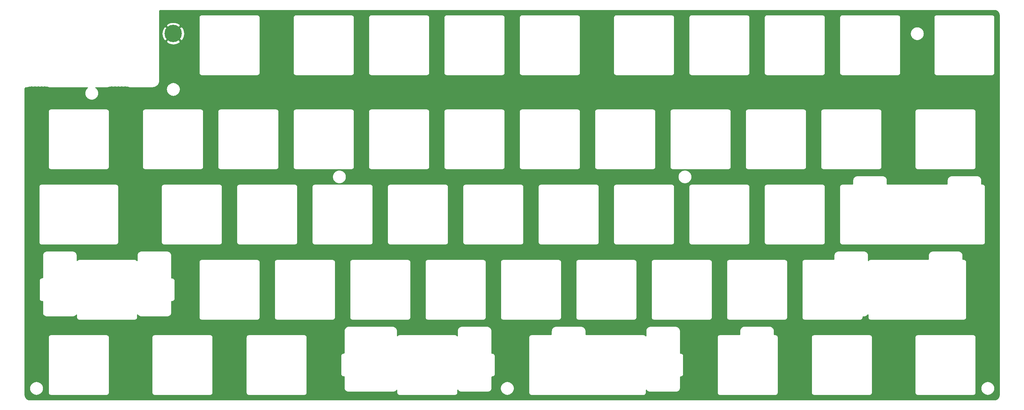
<source format=gtl>
G04 #@! TF.GenerationSoftware,KiCad,Pcbnew,(5.1.9-0-10_14)*
G04 #@! TF.CreationDate,2021-12-01T15:45:57+09:00*
G04 #@! TF.ProjectId,slim_top_plate,736c696d-5f74-46f7-905f-706c6174652e,rev?*
G04 #@! TF.SameCoordinates,PX136f960PY1ca38b0*
G04 #@! TF.FileFunction,Copper,L1,Top*
G04 #@! TF.FilePolarity,Positive*
%FSLAX46Y46*%
G04 Gerber Fmt 4.6, Leading zero omitted, Abs format (unit mm)*
G04 Created by KiCad (PCBNEW (5.1.9-0-10_14)) date 2021-12-01 15:45:57*
%MOMM*%
%LPD*%
G01*
G04 APERTURE LIST*
G04 #@! TA.AperFunction,ComponentPad*
%ADD10C,4.400000*%
G04 #@! TD*
G04 #@! TA.AperFunction,Conductor*
%ADD11C,0.254000*%
G04 #@! TD*
G04 #@! TA.AperFunction,Conductor*
%ADD12C,0.100000*%
G04 #@! TD*
G04 APERTURE END LIST*
D10*
X47400000Y-11760000D03*
D11*
X254929976Y-5865670D02*
X254996187Y-5870704D01*
X255061218Y-5878968D01*
X255125060Y-5890369D01*
X255187652Y-5904815D01*
X255249026Y-5922243D01*
X255309121Y-5942576D01*
X255367883Y-5965745D01*
X255425229Y-5991671D01*
X255481139Y-6020306D01*
X255535475Y-6051549D01*
X255588214Y-6085360D01*
X255639205Y-6121620D01*
X255688378Y-6160262D01*
X255735634Y-6201196D01*
X255780891Y-6244345D01*
X255824034Y-6289595D01*
X255864971Y-6336855D01*
X255903628Y-6386046D01*
X255939880Y-6437025D01*
X255973681Y-6489751D01*
X256004928Y-6544095D01*
X256033557Y-6599991D01*
X256059489Y-6657352D01*
X256082661Y-6716122D01*
X256102987Y-6776195D01*
X256120419Y-6837579D01*
X256134868Y-6900184D01*
X256146267Y-6964014D01*
X256154531Y-7029049D01*
X256159565Y-7095259D01*
X256161496Y-7171593D01*
X256161496Y-103166388D01*
X256159565Y-103242721D01*
X256154531Y-103308931D01*
X256146267Y-103373962D01*
X256134866Y-103437803D01*
X256120420Y-103500397D01*
X256102987Y-103561785D01*
X256082661Y-103621858D01*
X256059489Y-103680628D01*
X256033558Y-103737985D01*
X256004926Y-103793887D01*
X255973678Y-103848233D01*
X255939876Y-103900958D01*
X255903625Y-103951937D01*
X255864971Y-104001125D01*
X255824034Y-104048385D01*
X255780891Y-104093635D01*
X255735642Y-104136776D01*
X255688369Y-104177725D01*
X255639212Y-104216355D01*
X255588214Y-104252620D01*
X255535481Y-104286427D01*
X255481139Y-104317673D01*
X255425229Y-104346308D01*
X255367883Y-104372234D01*
X255309121Y-104395403D01*
X255249026Y-104415736D01*
X255187652Y-104433164D01*
X255125060Y-104447610D01*
X255061218Y-104459011D01*
X254996187Y-104467275D01*
X254929976Y-104472309D01*
X254853644Y-104474240D01*
X11221370Y-104474240D01*
X11145033Y-104472309D01*
X11078821Y-104467275D01*
X11013778Y-104459010D01*
X10949968Y-104447615D01*
X10887330Y-104433158D01*
X10825971Y-104415734D01*
X10765885Y-104395403D01*
X10707107Y-104372229D01*
X10649773Y-104346309D01*
X10593852Y-104317668D01*
X10539511Y-104286423D01*
X10486794Y-104252627D01*
X10435796Y-104216362D01*
X10386613Y-104177712D01*
X10339355Y-104136776D01*
X10294108Y-104093636D01*
X10250954Y-104048374D01*
X10210024Y-104001123D01*
X10171377Y-103951944D01*
X10135112Y-103900947D01*
X10101311Y-103848222D01*
X10070057Y-103793864D01*
X10041435Y-103737981D01*
X10015503Y-103680619D01*
X9992336Y-103621863D01*
X9972001Y-103561764D01*
X9954576Y-103500401D01*
X9940120Y-103437768D01*
X9928725Y-103373958D01*
X9920460Y-103308915D01*
X9915426Y-103242702D01*
X9913496Y-103166376D01*
X9913496Y-101595171D01*
X11068977Y-101595171D01*
X11069403Y-101604949D01*
X11074823Y-101712304D01*
X11079332Y-101742514D01*
X11080546Y-101773032D01*
X11081955Y-101782717D01*
X11097866Y-101886972D01*
X11105329Y-101916301D01*
X11109553Y-101946281D01*
X11111925Y-101955776D01*
X11137798Y-102056402D01*
X11148035Y-102084499D01*
X11155119Y-102113554D01*
X11158419Y-102122768D01*
X11193726Y-102219238D01*
X11206526Y-102245833D01*
X11216291Y-102273685D01*
X11220477Y-102282532D01*
X11264691Y-102374317D01*
X11279840Y-102399213D01*
X11292103Y-102425657D01*
X11297126Y-102434057D01*
X11349719Y-102520628D01*
X11367031Y-102543704D01*
X11381624Y-102568588D01*
X11387430Y-102576467D01*
X11447876Y-102657300D01*
X11467190Y-102678461D01*
X11483980Y-102701684D01*
X11490512Y-102708973D01*
X11558280Y-102783537D01*
X11579480Y-102802716D01*
X11598364Y-102824186D01*
X11605561Y-102830819D01*
X11680125Y-102898588D01*
X11703108Y-102915698D01*
X11724000Y-102935310D01*
X11731798Y-102941226D01*
X11812629Y-103001672D01*
X11837309Y-103016612D01*
X11860141Y-103034246D01*
X11868470Y-103039385D01*
X11955043Y-103091980D01*
X11981308Y-103104609D01*
X12005990Y-103120105D01*
X12014778Y-103124414D01*
X12106564Y-103168630D01*
X12134281Y-103178785D01*
X12160693Y-103191955D01*
X12169861Y-103195383D01*
X12266330Y-103230691D01*
X12295286Y-103238181D01*
X12323238Y-103248810D01*
X12332699Y-103251313D01*
X12433327Y-103277187D01*
X12463237Y-103281828D01*
X12492472Y-103289704D01*
X12502137Y-103291247D01*
X12606393Y-103307158D01*
X12636884Y-103308797D01*
X12667022Y-103313728D01*
X12676793Y-103314290D01*
X12784154Y-103319712D01*
X12814638Y-103318270D01*
X12845092Y-103320137D01*
X12854870Y-103319712D01*
X12962225Y-103314290D01*
X12992434Y-103309780D01*
X13022940Y-103308567D01*
X13032625Y-103307158D01*
X13136880Y-103291247D01*
X13166217Y-103283782D01*
X13196195Y-103279558D01*
X13205691Y-103277187D01*
X13306317Y-103251313D01*
X13334417Y-103241074D01*
X13363468Y-103233991D01*
X13372682Y-103230691D01*
X13469152Y-103195383D01*
X13495748Y-103182582D01*
X13523605Y-103172815D01*
X13532451Y-103168629D01*
X13624236Y-103124413D01*
X13649131Y-103109264D01*
X13675570Y-103097003D01*
X13683970Y-103091979D01*
X13770542Y-103039385D01*
X13793617Y-103022073D01*
X13818500Y-103007481D01*
X13826379Y-103001674D01*
X13907212Y-102941228D01*
X13928376Y-102921910D01*
X13951596Y-102905123D01*
X13958884Y-102898591D01*
X14033449Y-102830822D01*
X14052629Y-102809620D01*
X14074097Y-102790738D01*
X14080730Y-102783541D01*
X14148499Y-102708976D01*
X14165607Y-102685995D01*
X14185221Y-102665101D01*
X14191136Y-102657304D01*
X14196609Y-102649984D01*
X15798993Y-102649984D01*
X15805435Y-102715691D01*
X15811410Y-102781338D01*
X15812103Y-102783692D01*
X15812343Y-102786142D01*
X15831428Y-102849354D01*
X15850037Y-102912583D01*
X15851176Y-102914761D01*
X15851886Y-102917114D01*
X15882846Y-102975341D01*
X15913420Y-103033826D01*
X15914961Y-103035743D01*
X15916114Y-103037911D01*
X15957812Y-103089038D01*
X15999147Y-103140448D01*
X16001028Y-103142026D01*
X16002583Y-103143933D01*
X16053396Y-103185969D01*
X16103950Y-103228389D01*
X16106108Y-103229575D01*
X16107998Y-103231139D01*
X16165957Y-103262478D01*
X16223839Y-103294299D01*
X16226183Y-103295043D01*
X16228344Y-103296211D01*
X16291373Y-103315722D01*
X16354246Y-103335666D01*
X16356687Y-103335940D01*
X16359036Y-103336667D01*
X16424649Y-103343563D01*
X16490205Y-103350917D01*
X16494925Y-103350950D01*
X16495098Y-103350968D01*
X16495272Y-103350952D01*
X16499992Y-103350985D01*
X30499977Y-103351007D01*
X30565684Y-103344565D01*
X30631331Y-103338590D01*
X30633685Y-103337897D01*
X30636135Y-103337657D01*
X30699347Y-103318572D01*
X30762576Y-103299963D01*
X30764754Y-103298824D01*
X30767107Y-103298114D01*
X30825334Y-103267154D01*
X30883819Y-103236580D01*
X30885736Y-103235039D01*
X30887904Y-103233886D01*
X30939031Y-103192188D01*
X30990441Y-103150853D01*
X30992019Y-103148972D01*
X30993926Y-103147417D01*
X31035962Y-103096604D01*
X31078382Y-103046050D01*
X31079568Y-103043892D01*
X31081132Y-103042002D01*
X31112471Y-102984043D01*
X31144292Y-102926161D01*
X31145036Y-102923817D01*
X31146204Y-102921656D01*
X31165715Y-102858627D01*
X31185659Y-102795754D01*
X31185933Y-102793313D01*
X31186660Y-102790964D01*
X31193556Y-102725351D01*
X31200910Y-102659795D01*
X31200943Y-102655075D01*
X31200961Y-102654902D01*
X31200945Y-102654728D01*
X31200978Y-102650008D01*
X31201000Y-88650001D01*
X31201000Y-88650000D01*
X41992743Y-88650000D01*
X41992743Y-102649985D01*
X41999187Y-102715705D01*
X42005160Y-102781338D01*
X42005853Y-102783691D01*
X42006093Y-102786143D01*
X42025190Y-102849394D01*
X42043787Y-102912583D01*
X42044925Y-102914760D01*
X42045636Y-102917115D01*
X42076598Y-102975347D01*
X42107170Y-103033826D01*
X42108713Y-103035744D01*
X42109865Y-103037912D01*
X42151549Y-103089022D01*
X42192897Y-103140448D01*
X42194779Y-103142027D01*
X42196334Y-103143934D01*
X42247160Y-103185981D01*
X42297700Y-103228389D01*
X42299857Y-103229575D01*
X42301749Y-103231140D01*
X42359704Y-103262476D01*
X42417589Y-103294299D01*
X42419935Y-103295043D01*
X42422095Y-103296211D01*
X42485082Y-103315709D01*
X42547996Y-103335666D01*
X42550438Y-103335940D01*
X42552787Y-103336667D01*
X42618384Y-103343562D01*
X42683955Y-103350917D01*
X42688676Y-103350950D01*
X42688849Y-103350968D01*
X42689023Y-103350952D01*
X42693742Y-103350985D01*
X56693727Y-103351007D01*
X56759434Y-103344565D01*
X56825081Y-103338590D01*
X56827435Y-103337897D01*
X56829885Y-103337657D01*
X56893097Y-103318572D01*
X56956326Y-103299963D01*
X56958504Y-103298824D01*
X56960857Y-103298114D01*
X57019084Y-103267154D01*
X57077569Y-103236580D01*
X57079486Y-103235039D01*
X57081654Y-103233886D01*
X57132781Y-103192188D01*
X57184191Y-103150853D01*
X57185769Y-103148972D01*
X57187676Y-103147417D01*
X57229712Y-103096604D01*
X57272132Y-103046050D01*
X57273318Y-103043892D01*
X57274882Y-103042002D01*
X57306221Y-102984043D01*
X57338042Y-102926161D01*
X57338786Y-102923817D01*
X57339954Y-102921656D01*
X57359465Y-102858627D01*
X57379409Y-102795754D01*
X57379683Y-102793313D01*
X57380410Y-102790964D01*
X57387306Y-102725351D01*
X57394660Y-102659795D01*
X57394693Y-102655075D01*
X57394711Y-102654902D01*
X57394695Y-102654728D01*
X57394728Y-102650008D01*
X57394750Y-88650001D01*
X57394750Y-88650000D01*
X65805243Y-88650000D01*
X65805243Y-102649985D01*
X65811687Y-102715705D01*
X65817660Y-102781338D01*
X65818353Y-102783691D01*
X65818593Y-102786143D01*
X65837690Y-102849394D01*
X65856287Y-102912583D01*
X65857425Y-102914760D01*
X65858136Y-102917115D01*
X65889098Y-102975347D01*
X65919670Y-103033826D01*
X65921213Y-103035744D01*
X65922365Y-103037912D01*
X65964049Y-103089022D01*
X66005397Y-103140448D01*
X66007279Y-103142027D01*
X66008834Y-103143934D01*
X66059660Y-103185981D01*
X66110200Y-103228389D01*
X66112357Y-103229575D01*
X66114249Y-103231140D01*
X66172204Y-103262476D01*
X66230089Y-103294299D01*
X66232435Y-103295043D01*
X66234595Y-103296211D01*
X66297582Y-103315709D01*
X66360496Y-103335666D01*
X66362938Y-103335940D01*
X66365287Y-103336667D01*
X66430884Y-103343562D01*
X66496455Y-103350917D01*
X66501176Y-103350950D01*
X66501349Y-103350968D01*
X66501523Y-103350952D01*
X66506242Y-103350985D01*
X80506227Y-103351007D01*
X80571934Y-103344565D01*
X80637581Y-103338590D01*
X80639935Y-103337897D01*
X80642385Y-103337657D01*
X80705597Y-103318572D01*
X80768826Y-103299963D01*
X80771004Y-103298824D01*
X80773357Y-103298114D01*
X80831584Y-103267154D01*
X80890069Y-103236580D01*
X80891986Y-103235039D01*
X80894154Y-103233886D01*
X80945281Y-103192188D01*
X80996691Y-103150853D01*
X80998269Y-103148972D01*
X81000176Y-103147417D01*
X81042212Y-103096604D01*
X81084632Y-103046050D01*
X81085818Y-103043892D01*
X81087382Y-103042002D01*
X81118721Y-102984043D01*
X81150542Y-102926161D01*
X81151286Y-102923817D01*
X81152454Y-102921656D01*
X81171965Y-102858627D01*
X81191909Y-102795754D01*
X81192183Y-102793313D01*
X81192910Y-102790964D01*
X81199806Y-102725351D01*
X81207160Y-102659795D01*
X81207193Y-102655075D01*
X81207211Y-102654902D01*
X81207195Y-102654728D01*
X81207228Y-102650008D01*
X81207242Y-93333392D01*
X89741896Y-93333392D01*
X89741896Y-97944523D01*
X89748338Y-98010230D01*
X89754313Y-98075877D01*
X89755006Y-98078231D01*
X89755246Y-98080681D01*
X89774331Y-98143893D01*
X89792940Y-98207122D01*
X89794079Y-98209300D01*
X89794789Y-98211653D01*
X89825751Y-98269884D01*
X89856324Y-98328365D01*
X89857865Y-98330282D01*
X89859018Y-98332450D01*
X89900716Y-98383577D01*
X89942051Y-98434987D01*
X89943932Y-98436565D01*
X89945487Y-98438472D01*
X89996300Y-98480508D01*
X90046854Y-98522928D01*
X90049012Y-98524114D01*
X90050902Y-98525678D01*
X90108865Y-98557018D01*
X90166743Y-98588837D01*
X90169087Y-98589581D01*
X90171248Y-98590749D01*
X90234277Y-98610260D01*
X90297150Y-98630204D01*
X90299591Y-98630478D01*
X90301940Y-98631205D01*
X90367553Y-98638101D01*
X90433109Y-98645455D01*
X90437829Y-98645488D01*
X90438002Y-98645506D01*
X90438176Y-98645490D01*
X90442896Y-98645523D01*
X90577263Y-98645523D01*
X90577245Y-101529873D01*
X90583574Y-101594429D01*
X90589238Y-101658993D01*
X90590580Y-101665885D01*
X90590594Y-101666031D01*
X90590634Y-101666162D01*
X90591108Y-101668599D01*
X90610753Y-101765907D01*
X90629655Y-101827679D01*
X90647871Y-101889627D01*
X90649655Y-101893042D01*
X90650784Y-101896731D01*
X90681327Y-101953661D01*
X90711226Y-102010886D01*
X90715406Y-102017180D01*
X90715463Y-102017287D01*
X90715534Y-102017373D01*
X90716640Y-102019039D01*
X90770214Y-102098507D01*
X90809246Y-102145712D01*
X90847272Y-102193676D01*
X90852782Y-102198364D01*
X90857395Y-102203943D01*
X90904837Y-102242655D01*
X90951471Y-102282333D01*
X90959547Y-102287861D01*
X91039007Y-102341441D01*
X91095820Y-102372150D01*
X91152341Y-102403501D01*
X91155989Y-102404673D01*
X91159361Y-102406496D01*
X91221084Y-102425593D01*
X91282592Y-102445361D01*
X91289939Y-102446898D01*
X91290059Y-102446935D01*
X91290174Y-102446947D01*
X91292172Y-102447365D01*
X91389478Y-102467014D01*
X91453660Y-102473552D01*
X91517692Y-102480804D01*
X91525474Y-102480867D01*
X91525584Y-102480878D01*
X91525685Y-102480869D01*
X91527478Y-102480883D01*
X103075999Y-102493264D01*
X103141005Y-102486961D01*
X103205880Y-102481268D01*
X103212002Y-102480076D01*
X103212171Y-102480060D01*
X103212327Y-102480013D01*
X103215487Y-102479398D01*
X103312804Y-102459749D01*
X103374620Y-102440832D01*
X103436553Y-102422616D01*
X103439953Y-102420839D01*
X103443627Y-102419715D01*
X103500571Y-102389163D01*
X103557807Y-102359254D01*
X103564072Y-102355093D01*
X103564182Y-102355034D01*
X103564271Y-102354961D01*
X103565960Y-102353839D01*
X103645427Y-102300258D01*
X103692649Y-102261207D01*
X103740602Y-102223182D01*
X103745283Y-102217680D01*
X103750857Y-102213070D01*
X103789581Y-102165606D01*
X103829250Y-102118975D01*
X103834777Y-102110898D01*
X103888353Y-102031431D01*
X103891269Y-102026035D01*
X103891269Y-102649748D01*
X103897711Y-102715455D01*
X103903686Y-102781102D01*
X103904379Y-102783456D01*
X103904619Y-102785906D01*
X103923704Y-102849118D01*
X103942313Y-102912347D01*
X103943452Y-102914525D01*
X103944162Y-102916878D01*
X103975124Y-102975109D01*
X104005697Y-103033590D01*
X104007238Y-103035507D01*
X104008391Y-103037675D01*
X104050089Y-103088802D01*
X104091424Y-103140212D01*
X104093305Y-103141790D01*
X104094860Y-103143697D01*
X104145673Y-103185733D01*
X104196227Y-103228153D01*
X104198385Y-103229339D01*
X104200275Y-103230903D01*
X104258238Y-103262243D01*
X104316116Y-103294062D01*
X104318460Y-103294806D01*
X104320621Y-103295974D01*
X104383650Y-103315485D01*
X104446523Y-103335429D01*
X104448964Y-103335703D01*
X104451313Y-103336430D01*
X104516926Y-103343326D01*
X104582482Y-103350680D01*
X104587202Y-103350713D01*
X104587375Y-103350731D01*
X104587549Y-103350715D01*
X104592269Y-103350748D01*
X118592254Y-103350748D01*
X118657961Y-103344306D01*
X118723608Y-103338331D01*
X118725962Y-103337638D01*
X118728412Y-103337398D01*
X118791624Y-103318313D01*
X118854853Y-103299704D01*
X118857031Y-103298565D01*
X118859384Y-103297855D01*
X118917615Y-103266893D01*
X118976096Y-103236320D01*
X118978013Y-103234779D01*
X118980181Y-103233626D01*
X119031308Y-103191928D01*
X119082718Y-103150593D01*
X119084296Y-103148712D01*
X119086203Y-103147157D01*
X119128239Y-103096344D01*
X119170659Y-103045790D01*
X119171845Y-103043632D01*
X119173409Y-103041742D01*
X119204749Y-102983779D01*
X119236568Y-102925901D01*
X119237312Y-102923557D01*
X119238480Y-102921396D01*
X119257991Y-102858367D01*
X119277935Y-102795494D01*
X119278209Y-102793053D01*
X119278936Y-102790704D01*
X119285832Y-102725091D01*
X119293186Y-102659535D01*
X119293219Y-102654815D01*
X119293237Y-102654642D01*
X119293221Y-102654468D01*
X119293254Y-102649748D01*
X119293254Y-101984235D01*
X119313634Y-102023242D01*
X119317816Y-102029540D01*
X119317873Y-102029646D01*
X119317944Y-102029732D01*
X119319048Y-102031395D01*
X119372622Y-102110864D01*
X119411655Y-102158071D01*
X119449682Y-102206036D01*
X119455191Y-102210723D01*
X119459802Y-102216300D01*
X119507244Y-102255012D01*
X119553881Y-102294693D01*
X119561957Y-102300221D01*
X119641417Y-102353801D01*
X119698234Y-102384512D01*
X119754751Y-102415861D01*
X119758399Y-102417033D01*
X119761771Y-102418856D01*
X119823494Y-102437953D01*
X119885002Y-102457721D01*
X119892349Y-102459258D01*
X119892469Y-102459295D01*
X119892584Y-102459307D01*
X119894582Y-102459725D01*
X119991888Y-102479374D01*
X120056400Y-102485945D01*
X120120851Y-102493175D01*
X120127853Y-102493224D01*
X120127994Y-102493238D01*
X120128126Y-102493226D01*
X120130638Y-102493243D01*
X126955587Y-102493264D01*
X127020144Y-102486934D01*
X127084719Y-102481268D01*
X127091604Y-102479928D01*
X127091745Y-102479914D01*
X127091872Y-102479876D01*
X127094326Y-102479398D01*
X127191643Y-102459749D01*
X127253429Y-102440841D01*
X127315388Y-102422618D01*
X127318792Y-102420839D01*
X127322466Y-102419715D01*
X127379397Y-102389170D01*
X127436643Y-102359256D01*
X127442907Y-102355095D01*
X127443021Y-102355034D01*
X127443114Y-102354958D01*
X127444795Y-102353841D01*
X127524263Y-102300260D01*
X127571474Y-102261218D01*
X127619442Y-102223182D01*
X127624121Y-102217681D01*
X127629694Y-102213073D01*
X127668419Y-102165609D01*
X127708090Y-102118975D01*
X127713617Y-102110898D01*
X127767193Y-102031431D01*
X127797944Y-101974528D01*
X127829226Y-101918127D01*
X127830403Y-101914465D01*
X127832237Y-101911071D01*
X127851340Y-101849310D01*
X127871082Y-101787875D01*
X127872627Y-101780487D01*
X127872664Y-101780369D01*
X127872676Y-101780255D01*
X127873086Y-101778295D01*
X127892731Y-101680988D01*
X127899299Y-101616494D01*
X127901689Y-101595178D01*
X130059797Y-101595178D01*
X130060223Y-101604956D01*
X130065644Y-101712311D01*
X130070154Y-101742519D01*
X130071367Y-101773032D01*
X130072776Y-101782717D01*
X130088687Y-101886972D01*
X130096152Y-101916309D01*
X130100376Y-101946287D01*
X130102747Y-101955783D01*
X130128621Y-102056409D01*
X130138860Y-102084509D01*
X130145943Y-102113560D01*
X130149243Y-102122774D01*
X130184551Y-102219244D01*
X130197352Y-102245840D01*
X130207119Y-102273697D01*
X130211305Y-102282543D01*
X130255521Y-102374328D01*
X130270670Y-102399223D01*
X130282931Y-102425662D01*
X130287955Y-102434062D01*
X130340549Y-102520634D01*
X130357861Y-102543709D01*
X130372453Y-102568592D01*
X130378260Y-102576471D01*
X130438706Y-102657304D01*
X130458024Y-102678468D01*
X130474811Y-102701688D01*
X130481343Y-102708976D01*
X130549112Y-102783541D01*
X130570314Y-102802721D01*
X130589196Y-102824189D01*
X130596393Y-102830822D01*
X130670958Y-102898591D01*
X130693939Y-102915699D01*
X130714833Y-102935313D01*
X130722630Y-102941228D01*
X130803463Y-103001674D01*
X130828136Y-103016610D01*
X130850971Y-103034246D01*
X130859300Y-103039385D01*
X130945873Y-103091980D01*
X130972137Y-103104609D01*
X130996818Y-103120104D01*
X131005606Y-103124413D01*
X131097391Y-103168629D01*
X131125109Y-103178784D01*
X131151522Y-103191955D01*
X131160690Y-103195383D01*
X131257159Y-103230691D01*
X131286113Y-103238181D01*
X131314063Y-103248809D01*
X131323525Y-103251313D01*
X131424151Y-103277187D01*
X131454070Y-103281829D01*
X131483297Y-103289703D01*
X131492962Y-103291247D01*
X131597216Y-103307158D01*
X131627708Y-103308797D01*
X131657846Y-103313728D01*
X131667617Y-103314290D01*
X131774973Y-103319712D01*
X131805460Y-103318270D01*
X131835913Y-103320137D01*
X131845691Y-103319712D01*
X131953046Y-103314290D01*
X131983255Y-103309780D01*
X132013761Y-103308567D01*
X132023446Y-103307158D01*
X132127701Y-103291247D01*
X132157038Y-103283782D01*
X132187016Y-103279558D01*
X132196512Y-103277187D01*
X132297138Y-103251313D01*
X132325238Y-103241074D01*
X132354289Y-103233991D01*
X132363503Y-103230691D01*
X132459973Y-103195383D01*
X132486569Y-103182582D01*
X132514426Y-103172815D01*
X132523272Y-103168629D01*
X132615057Y-103124413D01*
X132639952Y-103109264D01*
X132666391Y-103097003D01*
X132674791Y-103091979D01*
X132761363Y-103039385D01*
X132784438Y-103022073D01*
X132809321Y-103007481D01*
X132817200Y-103001674D01*
X132898033Y-102941228D01*
X132919197Y-102921910D01*
X132942417Y-102905123D01*
X132949705Y-102898591D01*
X133024270Y-102830822D01*
X133043450Y-102809620D01*
X133064918Y-102790738D01*
X133071551Y-102783541D01*
X133139320Y-102708976D01*
X133156431Y-102685993D01*
X133176045Y-102665097D01*
X133181961Y-102657300D01*
X133187528Y-102649855D01*
X137242743Y-102649855D01*
X137249175Y-102715458D01*
X137255118Y-102780990D01*
X137255842Y-102783453D01*
X137256093Y-102786013D01*
X137275126Y-102849053D01*
X137293703Y-102912248D01*
X137294894Y-102914529D01*
X137295636Y-102916985D01*
X137326541Y-102975110D01*
X137357049Y-103033511D01*
X137358657Y-103035513D01*
X137359864Y-103037782D01*
X137401536Y-103088877D01*
X137442742Y-103140160D01*
X137444706Y-103141809D01*
X137446333Y-103143804D01*
X137497072Y-103185778D01*
X137547517Y-103228135D01*
X137549773Y-103229376D01*
X137551748Y-103231010D01*
X137609623Y-103262303D01*
X137667385Y-103294082D01*
X137669833Y-103294859D01*
X137672094Y-103296082D01*
X137735083Y-103315580D01*
X137797778Y-103335490D01*
X137800327Y-103335777D01*
X137802786Y-103336538D01*
X137868318Y-103343426D01*
X137933732Y-103350785D01*
X137938675Y-103350821D01*
X137938848Y-103350839D01*
X137939020Y-103350823D01*
X137943519Y-103350856D01*
X166232404Y-103359878D01*
X166298194Y-103353448D01*
X166363982Y-103347461D01*
X166366230Y-103346799D01*
X166368566Y-103346571D01*
X166431835Y-103327491D01*
X166495227Y-103308834D01*
X166497306Y-103307747D01*
X166499551Y-103307070D01*
X166557865Y-103276088D01*
X166616470Y-103245450D01*
X166618300Y-103243979D01*
X166620368Y-103242880D01*
X166671590Y-103201132D01*
X166723092Y-103159723D01*
X166724598Y-103157929D01*
X166726418Y-103156445D01*
X166768535Y-103105567D01*
X166811033Y-103054920D01*
X166812165Y-103052860D01*
X166813658Y-103051057D01*
X166845052Y-102993039D01*
X166876942Y-102935031D01*
X166877652Y-102932792D01*
X166878767Y-102930732D01*
X166898328Y-102867614D01*
X166918309Y-102804624D01*
X166918570Y-102802295D01*
X166919265Y-102800053D01*
X166926191Y-102734358D01*
X166933560Y-102668665D01*
X166933591Y-102664164D01*
X166933609Y-102663996D01*
X166933594Y-102663826D01*
X166933628Y-102658878D01*
X166933628Y-101984235D01*
X166954008Y-102023242D01*
X166958190Y-102029540D01*
X166958247Y-102029646D01*
X166958318Y-102029732D01*
X166959422Y-102031395D01*
X167012996Y-102110864D01*
X167052029Y-102158071D01*
X167090056Y-102206036D01*
X167095565Y-102210723D01*
X167100176Y-102216300D01*
X167147618Y-102255012D01*
X167194255Y-102294693D01*
X167202331Y-102300221D01*
X167281791Y-102353801D01*
X167338608Y-102384512D01*
X167395125Y-102415861D01*
X167398773Y-102417033D01*
X167402145Y-102418856D01*
X167463868Y-102437953D01*
X167525376Y-102457721D01*
X167532723Y-102459258D01*
X167532843Y-102459295D01*
X167532958Y-102459307D01*
X167534956Y-102459725D01*
X167632262Y-102479374D01*
X167696774Y-102485945D01*
X167761225Y-102493175D01*
X167768227Y-102493224D01*
X167768368Y-102493238D01*
X167768500Y-102493226D01*
X167771012Y-102493243D01*
X174595961Y-102493264D01*
X174660518Y-102486934D01*
X174725093Y-102481268D01*
X174731978Y-102479928D01*
X174732119Y-102479914D01*
X174732246Y-102479876D01*
X174734700Y-102479398D01*
X174832017Y-102459749D01*
X174893833Y-102440832D01*
X174955766Y-102422616D01*
X174959166Y-102420839D01*
X174962840Y-102419715D01*
X175019784Y-102389163D01*
X175077020Y-102359254D01*
X175083285Y-102355093D01*
X175083395Y-102355034D01*
X175083484Y-102354961D01*
X175085173Y-102353839D01*
X175164640Y-102300258D01*
X175211862Y-102261207D01*
X175259815Y-102223182D01*
X175264496Y-102217680D01*
X175270070Y-102213070D01*
X175308794Y-102165606D01*
X175348463Y-102118975D01*
X175353990Y-102110898D01*
X175407566Y-102031431D01*
X175438317Y-101974528D01*
X175469599Y-101918127D01*
X175470776Y-101914465D01*
X175472610Y-101911071D01*
X175491713Y-101849310D01*
X175511455Y-101787875D01*
X175513000Y-101780487D01*
X175513037Y-101780369D01*
X175513049Y-101780255D01*
X175513459Y-101778295D01*
X175533104Y-101680988D01*
X175539672Y-101616494D01*
X175546901Y-101552045D01*
X175546950Y-101545020D01*
X175546964Y-101544881D01*
X175546952Y-101544750D01*
X175546969Y-101542258D01*
X175546969Y-98655363D01*
X175681319Y-98655363D01*
X175746992Y-98648924D01*
X175812670Y-98642947D01*
X175815027Y-98642253D01*
X175817477Y-98642013D01*
X175880674Y-98622933D01*
X175943915Y-98604320D01*
X175946093Y-98603181D01*
X175948449Y-98602470D01*
X176006686Y-98571505D01*
X176065158Y-98540937D01*
X176067076Y-98539395D01*
X176069246Y-98538241D01*
X176120373Y-98496543D01*
X176171781Y-98455210D01*
X176173360Y-98453328D01*
X176175268Y-98451772D01*
X176217296Y-98400969D01*
X176259722Y-98350408D01*
X176260909Y-98348249D01*
X176262474Y-98346357D01*
X176293804Y-98288413D01*
X176325632Y-98230519D01*
X176326376Y-98228172D01*
X176327545Y-98226011D01*
X176347058Y-98162976D01*
X176366999Y-98100112D01*
X176367273Y-98097672D01*
X176368001Y-98095319D01*
X176374900Y-98029685D01*
X176382251Y-97964153D01*
X176382284Y-97959430D01*
X176382302Y-97959257D01*
X176382286Y-97959084D01*
X176382319Y-97954366D01*
X176382341Y-93363367D01*
X176375896Y-93297630D01*
X176369924Y-93232010D01*
X176369232Y-93229660D01*
X176368992Y-93227209D01*
X176349902Y-93163981D01*
X176331297Y-93100765D01*
X176330159Y-93098588D01*
X176329449Y-93096237D01*
X176298492Y-93038015D01*
X176267913Y-92979522D01*
X176266373Y-92977607D01*
X176265221Y-92975440D01*
X176223525Y-92924315D01*
X176182186Y-92872900D01*
X176180306Y-92871323D01*
X176178752Y-92869417D01*
X176127933Y-92827376D01*
X176077383Y-92784959D01*
X176075227Y-92783774D01*
X176073338Y-92782211D01*
X176015361Y-92750862D01*
X175957494Y-92719050D01*
X175955153Y-92718307D01*
X175952992Y-92717139D01*
X175889969Y-92697630D01*
X175827087Y-92677683D01*
X175824646Y-92677409D01*
X175822300Y-92676683D01*
X175756713Y-92669789D01*
X175691128Y-92662432D01*
X175686411Y-92662399D01*
X175686238Y-92662381D01*
X175686064Y-92662397D01*
X175681341Y-92662364D01*
X175546993Y-92662364D01*
X175547007Y-88649979D01*
X184867743Y-88649979D01*
X184867743Y-102649964D01*
X184874187Y-102715684D01*
X184880160Y-102781317D01*
X184880853Y-102783670D01*
X184881093Y-102786122D01*
X184900190Y-102849373D01*
X184918787Y-102912562D01*
X184919925Y-102914739D01*
X184920636Y-102917094D01*
X184951598Y-102975326D01*
X184982170Y-103033805D01*
X184983713Y-103035723D01*
X184984865Y-103037891D01*
X185026549Y-103089001D01*
X185067897Y-103140427D01*
X185069779Y-103142006D01*
X185071334Y-103143913D01*
X185122160Y-103185960D01*
X185172700Y-103228368D01*
X185174857Y-103229554D01*
X185176749Y-103231119D01*
X185234704Y-103262455D01*
X185292589Y-103294278D01*
X185294935Y-103295022D01*
X185297095Y-103296190D01*
X185360082Y-103315688D01*
X185422996Y-103335645D01*
X185425438Y-103335919D01*
X185427787Y-103336646D01*
X185493384Y-103343541D01*
X185558955Y-103350896D01*
X185563676Y-103350929D01*
X185563849Y-103350947D01*
X185564023Y-103350931D01*
X185568742Y-103350964D01*
X199568727Y-103350985D01*
X199634434Y-103344543D01*
X199700081Y-103338568D01*
X199702435Y-103337875D01*
X199704885Y-103337635D01*
X199768097Y-103318550D01*
X199831326Y-103299941D01*
X199833504Y-103298802D01*
X199835857Y-103298092D01*
X199894084Y-103267132D01*
X199952569Y-103236558D01*
X199954486Y-103235017D01*
X199956654Y-103233864D01*
X200007781Y-103192166D01*
X200059191Y-103150831D01*
X200060769Y-103148950D01*
X200062676Y-103147395D01*
X200104712Y-103096582D01*
X200147132Y-103046028D01*
X200148318Y-103043870D01*
X200149882Y-103041980D01*
X200181221Y-102984021D01*
X200213042Y-102926139D01*
X200213786Y-102923795D01*
X200214954Y-102921634D01*
X200234465Y-102858605D01*
X200254409Y-102795732D01*
X200254683Y-102793291D01*
X200255410Y-102790942D01*
X200262306Y-102725329D01*
X200269660Y-102659773D01*
X200269693Y-102655053D01*
X200269711Y-102654880D01*
X200269695Y-102654706D01*
X200269728Y-102649986D01*
X200269750Y-88650001D01*
X200269750Y-88650000D01*
X208680243Y-88650000D01*
X208680243Y-102649985D01*
X208686687Y-102715705D01*
X208692660Y-102781338D01*
X208693353Y-102783691D01*
X208693593Y-102786143D01*
X208712690Y-102849394D01*
X208731287Y-102912583D01*
X208732425Y-102914760D01*
X208733136Y-102917115D01*
X208764098Y-102975347D01*
X208794670Y-103033826D01*
X208796213Y-103035744D01*
X208797365Y-103037912D01*
X208839049Y-103089022D01*
X208880397Y-103140448D01*
X208882279Y-103142027D01*
X208883834Y-103143934D01*
X208934660Y-103185981D01*
X208985200Y-103228389D01*
X208987357Y-103229575D01*
X208989249Y-103231140D01*
X209047204Y-103262476D01*
X209105089Y-103294299D01*
X209107435Y-103295043D01*
X209109595Y-103296211D01*
X209172582Y-103315709D01*
X209235496Y-103335666D01*
X209237938Y-103335940D01*
X209240287Y-103336667D01*
X209305884Y-103343562D01*
X209371455Y-103350917D01*
X209376176Y-103350950D01*
X209376349Y-103350968D01*
X209376523Y-103350952D01*
X209381242Y-103350985D01*
X223381227Y-103351007D01*
X223446934Y-103344565D01*
X223512581Y-103338590D01*
X223514935Y-103337897D01*
X223517385Y-103337657D01*
X223580597Y-103318572D01*
X223643826Y-103299963D01*
X223646004Y-103298824D01*
X223648357Y-103298114D01*
X223706584Y-103267154D01*
X223765069Y-103236580D01*
X223766986Y-103235039D01*
X223769154Y-103233886D01*
X223820281Y-103192188D01*
X223871691Y-103150853D01*
X223873269Y-103148972D01*
X223875176Y-103147417D01*
X223917212Y-103096604D01*
X223959632Y-103046050D01*
X223960818Y-103043892D01*
X223962382Y-103042002D01*
X223993721Y-102984043D01*
X224025542Y-102926161D01*
X224026286Y-102923817D01*
X224027454Y-102921656D01*
X224046965Y-102858627D01*
X224066909Y-102795754D01*
X224067183Y-102793313D01*
X224067910Y-102790964D01*
X224074806Y-102725351D01*
X224082160Y-102659795D01*
X224082193Y-102655075D01*
X224082211Y-102654902D01*
X224082195Y-102654728D01*
X224082228Y-102650008D01*
X224082228Y-102649984D01*
X234873993Y-102649984D01*
X234880435Y-102715691D01*
X234886410Y-102781338D01*
X234887103Y-102783692D01*
X234887343Y-102786142D01*
X234906428Y-102849354D01*
X234925037Y-102912583D01*
X234926176Y-102914761D01*
X234926886Y-102917114D01*
X234957846Y-102975341D01*
X234988420Y-103033826D01*
X234989961Y-103035743D01*
X234991114Y-103037911D01*
X235032812Y-103089038D01*
X235074147Y-103140448D01*
X235076028Y-103142026D01*
X235077583Y-103143933D01*
X235128396Y-103185969D01*
X235178950Y-103228389D01*
X235181108Y-103229575D01*
X235182998Y-103231139D01*
X235240957Y-103262478D01*
X235298839Y-103294299D01*
X235301183Y-103295043D01*
X235303344Y-103296211D01*
X235366373Y-103315722D01*
X235429246Y-103335666D01*
X235431687Y-103335940D01*
X235434036Y-103336667D01*
X235499649Y-103343563D01*
X235565205Y-103350917D01*
X235569925Y-103350950D01*
X235570098Y-103350968D01*
X235570272Y-103350952D01*
X235574992Y-103350985D01*
X249574977Y-103351007D01*
X249640684Y-103344565D01*
X249706331Y-103338590D01*
X249708685Y-103337897D01*
X249711135Y-103337657D01*
X249774347Y-103318572D01*
X249837576Y-103299963D01*
X249839754Y-103298824D01*
X249842107Y-103298114D01*
X249900334Y-103267154D01*
X249958819Y-103236580D01*
X249960736Y-103235039D01*
X249962904Y-103233886D01*
X250014031Y-103192188D01*
X250065441Y-103150853D01*
X250067019Y-103148972D01*
X250068926Y-103147417D01*
X250110962Y-103096604D01*
X250153382Y-103046050D01*
X250154568Y-103043892D01*
X250156132Y-103042002D01*
X250187471Y-102984043D01*
X250219292Y-102926161D01*
X250220036Y-102923817D01*
X250221204Y-102921656D01*
X250240715Y-102858627D01*
X250260659Y-102795754D01*
X250260933Y-102793313D01*
X250261660Y-102790964D01*
X250268556Y-102725351D01*
X250275910Y-102659795D01*
X250275943Y-102655075D01*
X250275961Y-102654902D01*
X250275945Y-102654728D01*
X250275978Y-102650008D01*
X250275979Y-101595178D01*
X251508973Y-101595178D01*
X251509399Y-101604956D01*
X251514820Y-101712311D01*
X251519330Y-101742519D01*
X251520543Y-101773032D01*
X251521952Y-101782717D01*
X251537863Y-101886972D01*
X251545328Y-101916309D01*
X251549552Y-101946287D01*
X251551923Y-101955783D01*
X251577797Y-102056409D01*
X251588036Y-102084509D01*
X251595119Y-102113560D01*
X251598419Y-102122774D01*
X251633727Y-102219244D01*
X251646528Y-102245840D01*
X251656295Y-102273697D01*
X251660481Y-102282543D01*
X251704697Y-102374328D01*
X251719846Y-102399223D01*
X251732107Y-102425662D01*
X251737131Y-102434062D01*
X251789725Y-102520634D01*
X251807037Y-102543709D01*
X251821629Y-102568592D01*
X251827436Y-102576471D01*
X251887882Y-102657304D01*
X251907200Y-102678468D01*
X251923987Y-102701688D01*
X251930519Y-102708976D01*
X251998288Y-102783541D01*
X252019490Y-102802721D01*
X252038372Y-102824189D01*
X252045569Y-102830822D01*
X252120134Y-102898591D01*
X252143115Y-102915699D01*
X252164009Y-102935313D01*
X252171806Y-102941228D01*
X252252639Y-103001674D01*
X252277312Y-103016610D01*
X252300147Y-103034246D01*
X252308476Y-103039385D01*
X252395049Y-103091980D01*
X252421313Y-103104609D01*
X252445994Y-103120104D01*
X252454782Y-103124413D01*
X252546567Y-103168629D01*
X252574285Y-103178784D01*
X252600698Y-103191955D01*
X252609866Y-103195383D01*
X252706335Y-103230691D01*
X252735289Y-103238181D01*
X252763239Y-103248809D01*
X252772701Y-103251313D01*
X252873327Y-103277187D01*
X252903246Y-103281829D01*
X252932473Y-103289703D01*
X252942138Y-103291247D01*
X253046392Y-103307158D01*
X253076884Y-103308797D01*
X253107022Y-103313728D01*
X253116793Y-103314290D01*
X253224149Y-103319712D01*
X253254636Y-103318270D01*
X253285089Y-103320137D01*
X253294867Y-103319712D01*
X253402222Y-103314290D01*
X253432431Y-103309780D01*
X253462937Y-103308567D01*
X253472622Y-103307158D01*
X253576877Y-103291247D01*
X253606214Y-103283782D01*
X253636192Y-103279558D01*
X253645688Y-103277187D01*
X253746314Y-103251313D01*
X253774414Y-103241074D01*
X253803465Y-103233991D01*
X253812679Y-103230691D01*
X253909149Y-103195383D01*
X253935745Y-103182582D01*
X253963602Y-103172815D01*
X253972448Y-103168629D01*
X254064233Y-103124413D01*
X254089128Y-103109264D01*
X254115567Y-103097003D01*
X254123967Y-103091979D01*
X254210539Y-103039385D01*
X254233614Y-103022073D01*
X254258497Y-103007481D01*
X254266376Y-103001674D01*
X254347209Y-102941228D01*
X254368373Y-102921910D01*
X254391593Y-102905123D01*
X254398881Y-102898591D01*
X254473446Y-102830822D01*
X254492626Y-102809620D01*
X254514094Y-102790738D01*
X254520727Y-102783541D01*
X254588496Y-102708976D01*
X254605607Y-102685993D01*
X254625221Y-102665097D01*
X254631137Y-102657300D01*
X254691582Y-102576466D01*
X254706516Y-102551796D01*
X254724147Y-102528968D01*
X254729286Y-102520639D01*
X254781881Y-102434067D01*
X254794510Y-102407802D01*
X254810012Y-102383111D01*
X254814320Y-102374323D01*
X254858536Y-102282538D01*
X254868691Y-102254819D01*
X254881859Y-102228412D01*
X254885287Y-102219244D01*
X254920595Y-102122775D01*
X254928085Y-102093821D01*
X254938713Y-102065871D01*
X254941217Y-102056409D01*
X254967091Y-101955783D01*
X254971733Y-101925864D01*
X254979607Y-101896637D01*
X254981151Y-101886972D01*
X254997062Y-101782718D01*
X254998701Y-101752226D01*
X255003632Y-101722088D01*
X255004194Y-101712317D01*
X255009616Y-101604962D01*
X255008174Y-101574475D01*
X255010041Y-101544022D01*
X255009616Y-101534244D01*
X255004194Y-101426888D01*
X254999684Y-101396680D01*
X254998471Y-101366173D01*
X254997062Y-101356487D01*
X254981151Y-101252233D01*
X254973686Y-101222896D01*
X254969462Y-101192918D01*
X254967091Y-101183422D01*
X254941217Y-101082796D01*
X254930977Y-101054693D01*
X254923894Y-101025642D01*
X254920594Y-101016428D01*
X254885286Y-100919959D01*
X254872488Y-100893370D01*
X254862722Y-100865515D01*
X254858536Y-100856668D01*
X254814320Y-100764883D01*
X254799170Y-100739987D01*
X254786907Y-100713542D01*
X254781883Y-100705142D01*
X254729288Y-100618569D01*
X254711977Y-100595495D01*
X254697386Y-100570614D01*
X254691579Y-100562735D01*
X254631134Y-100481903D01*
X254611815Y-100460738D01*
X254595028Y-100437518D01*
X254588496Y-100430230D01*
X254520727Y-100355665D01*
X254499525Y-100336485D01*
X254480643Y-100315017D01*
X254473446Y-100308384D01*
X254398881Y-100240615D01*
X254375900Y-100223507D01*
X254355006Y-100203893D01*
X254347209Y-100197978D01*
X254266376Y-100137532D01*
X254241703Y-100122596D01*
X254218868Y-100104960D01*
X254210539Y-100099821D01*
X254123967Y-100047227D01*
X254097705Y-100034599D01*
X254073021Y-100019102D01*
X254064233Y-100014793D01*
X253972448Y-99970577D01*
X253944736Y-99960424D01*
X253918317Y-99947250D01*
X253909149Y-99943823D01*
X253812679Y-99908515D01*
X253783731Y-99901027D01*
X253755775Y-99890396D01*
X253746314Y-99887893D01*
X253645688Y-99862019D01*
X253615767Y-99857376D01*
X253586542Y-99849503D01*
X253576877Y-99847959D01*
X253472622Y-99832048D01*
X253442124Y-99830408D01*
X253411987Y-99825478D01*
X253402216Y-99824916D01*
X253294861Y-99819495D01*
X253264389Y-99820937D01*
X253233934Y-99819069D01*
X253224156Y-99819495D01*
X253116800Y-99824916D01*
X253086592Y-99829426D01*
X253056078Y-99830639D01*
X253046392Y-99832048D01*
X252942138Y-99847959D01*
X252912801Y-99855424D01*
X252882823Y-99859648D01*
X252873327Y-99862019D01*
X252772701Y-99887893D01*
X252744600Y-99898132D01*
X252715549Y-99905215D01*
X252706335Y-99908515D01*
X252609866Y-99943823D01*
X252583270Y-99956624D01*
X252555413Y-99966391D01*
X252546567Y-99970577D01*
X252454782Y-100014793D01*
X252429886Y-100029943D01*
X252403448Y-100042203D01*
X252395049Y-100047226D01*
X252308476Y-100099821D01*
X252285405Y-100117130D01*
X252260517Y-100131725D01*
X252252639Y-100137532D01*
X252171806Y-100197978D01*
X252150642Y-100217296D01*
X252127422Y-100234083D01*
X252120134Y-100240615D01*
X252045569Y-100308384D01*
X252026389Y-100329586D01*
X252004921Y-100348468D01*
X251998288Y-100355665D01*
X251930519Y-100430230D01*
X251913409Y-100453213D01*
X251893800Y-100474102D01*
X251887884Y-100481899D01*
X251827438Y-100562731D01*
X251812499Y-100587409D01*
X251794862Y-100610245D01*
X251789723Y-100618574D01*
X251737129Y-100705147D01*
X251724502Y-100731409D01*
X251709006Y-100756090D01*
X251704697Y-100764878D01*
X251660481Y-100856663D01*
X251650328Y-100884375D01*
X251637155Y-100910792D01*
X251633728Y-100919960D01*
X251598420Y-101016428D01*
X251590931Y-101045378D01*
X251580300Y-101073335D01*
X251577797Y-101082796D01*
X251551923Y-101183422D01*
X251547280Y-101213343D01*
X251539407Y-101242568D01*
X251537863Y-101252233D01*
X251521952Y-101356488D01*
X251520313Y-101386979D01*
X251515381Y-101417123D01*
X251514820Y-101426894D01*
X251509399Y-101534251D01*
X251510841Y-101564723D01*
X251508973Y-101595178D01*
X250275979Y-101595178D01*
X250276000Y-88650023D01*
X250269558Y-88584316D01*
X250263583Y-88518669D01*
X250262890Y-88516315D01*
X250262650Y-88513865D01*
X250243565Y-88450653D01*
X250224956Y-88387424D01*
X250223817Y-88385246D01*
X250223107Y-88382893D01*
X250192147Y-88324666D01*
X250161573Y-88266181D01*
X250160032Y-88264264D01*
X250158879Y-88262096D01*
X250117181Y-88210969D01*
X250075846Y-88159559D01*
X250073965Y-88157981D01*
X250072410Y-88156074D01*
X250021597Y-88114038D01*
X249971043Y-88071618D01*
X249968885Y-88070432D01*
X249966995Y-88068868D01*
X249909036Y-88037529D01*
X249851154Y-88005708D01*
X249848810Y-88004964D01*
X249846649Y-88003796D01*
X249783620Y-87984285D01*
X249720747Y-87964341D01*
X249718306Y-87964067D01*
X249715957Y-87963340D01*
X249650344Y-87956444D01*
X249584788Y-87949090D01*
X249580068Y-87949057D01*
X249579895Y-87949039D01*
X249579721Y-87949055D01*
X249575001Y-87949022D01*
X235575016Y-87949000D01*
X235509309Y-87955442D01*
X235443662Y-87961417D01*
X235441308Y-87962110D01*
X235438858Y-87962350D01*
X235375646Y-87981435D01*
X235312417Y-88000044D01*
X235310239Y-88001183D01*
X235307886Y-88001893D01*
X235249659Y-88032853D01*
X235191174Y-88063427D01*
X235189257Y-88064968D01*
X235187089Y-88066121D01*
X235135962Y-88107819D01*
X235084552Y-88149154D01*
X235082974Y-88151035D01*
X235081067Y-88152590D01*
X235039031Y-88203403D01*
X234996611Y-88253957D01*
X234995425Y-88256115D01*
X234993861Y-88258005D01*
X234962522Y-88315964D01*
X234930701Y-88373846D01*
X234929957Y-88376190D01*
X234928789Y-88378351D01*
X234909278Y-88441380D01*
X234889334Y-88504253D01*
X234889060Y-88506694D01*
X234888333Y-88509043D01*
X234881437Y-88574656D01*
X234874083Y-88640212D01*
X234874050Y-88644932D01*
X234874032Y-88645105D01*
X234874048Y-88645279D01*
X234874015Y-88649999D01*
X234873993Y-102649984D01*
X224082228Y-102649984D01*
X224082250Y-88650023D01*
X224075808Y-88584316D01*
X224069833Y-88518669D01*
X224069140Y-88516315D01*
X224068900Y-88513865D01*
X224049815Y-88450653D01*
X224031206Y-88387424D01*
X224030067Y-88385246D01*
X224029357Y-88382893D01*
X223998397Y-88324666D01*
X223967823Y-88266181D01*
X223966282Y-88264264D01*
X223965129Y-88262096D01*
X223923431Y-88210969D01*
X223882096Y-88159559D01*
X223880215Y-88157981D01*
X223878660Y-88156074D01*
X223827847Y-88114038D01*
X223777293Y-88071618D01*
X223775135Y-88070432D01*
X223773245Y-88068868D01*
X223715286Y-88037529D01*
X223657404Y-88005708D01*
X223655060Y-88004964D01*
X223652899Y-88003796D01*
X223589870Y-87984285D01*
X223526997Y-87964341D01*
X223524556Y-87964067D01*
X223522207Y-87963340D01*
X223456594Y-87956444D01*
X223391038Y-87949090D01*
X223386318Y-87949057D01*
X223386145Y-87949039D01*
X223385971Y-87949055D01*
X223381251Y-87949022D01*
X209381244Y-87949000D01*
X209315550Y-87955441D01*
X209249889Y-87961417D01*
X209247535Y-87962110D01*
X209245086Y-87962350D01*
X209181913Y-87981423D01*
X209118644Y-88000044D01*
X209116465Y-88001183D01*
X209114114Y-88001893D01*
X209055887Y-88032852D01*
X208997401Y-88063428D01*
X208995486Y-88064968D01*
X208993317Y-88066121D01*
X208942173Y-88107833D01*
X208890779Y-88149155D01*
X208889201Y-88151035D01*
X208887295Y-88152590D01*
X208845271Y-88203389D01*
X208802838Y-88253958D01*
X208801652Y-88256116D01*
X208800089Y-88258005D01*
X208768746Y-88315971D01*
X208736929Y-88373847D01*
X208736186Y-88376189D01*
X208735017Y-88378351D01*
X208715493Y-88441421D01*
X208695562Y-88504254D01*
X208695288Y-88506693D01*
X208694561Y-88509043D01*
X208687663Y-88574672D01*
X208680311Y-88640213D01*
X208680278Y-88644932D01*
X208680260Y-88645105D01*
X208680276Y-88645279D01*
X208680243Y-88650000D01*
X200269750Y-88650000D01*
X200263309Y-88584307D01*
X200257333Y-88518646D01*
X200256640Y-88516292D01*
X200256400Y-88513843D01*
X200237327Y-88450670D01*
X200218706Y-88387401D01*
X200217567Y-88385222D01*
X200216857Y-88382871D01*
X200185898Y-88324644D01*
X200155322Y-88266158D01*
X200153782Y-88264243D01*
X200152629Y-88262074D01*
X200110917Y-88210930D01*
X200069595Y-88159536D01*
X200067715Y-88157958D01*
X200066160Y-88156052D01*
X200015361Y-88114028D01*
X199964792Y-88071595D01*
X199962634Y-88070409D01*
X199960745Y-88068846D01*
X199902779Y-88037503D01*
X199844903Y-88005686D01*
X199842561Y-88004943D01*
X199840399Y-88003774D01*
X199777329Y-87984250D01*
X199714496Y-87964319D01*
X199712057Y-87964045D01*
X199709707Y-87963318D01*
X199644078Y-87956420D01*
X199578537Y-87949068D01*
X199573818Y-87949035D01*
X199573645Y-87949017D01*
X199573471Y-87949033D01*
X199568750Y-87949000D01*
X199296833Y-87949000D01*
X199296833Y-87020944D01*
X199293871Y-86990733D01*
X199294212Y-86960375D01*
X199293298Y-86950630D01*
X199283139Y-86849860D01*
X199270264Y-86785756D01*
X199257996Y-86721720D01*
X199256233Y-86715896D01*
X199256199Y-86715728D01*
X199256136Y-86715576D01*
X199255160Y-86712353D01*
X199226025Y-86618496D01*
X199201236Y-86559655D01*
X199177245Y-86500549D01*
X199172928Y-86492462D01*
X199172909Y-86492417D01*
X199172885Y-86492382D01*
X199172636Y-86491915D01*
X199126537Y-86406981D01*
X199091493Y-86355205D01*
X199057333Y-86302853D01*
X199051157Y-86295261D01*
X198990102Y-86221259D01*
X198946135Y-86177482D01*
X198903027Y-86132958D01*
X198895522Y-86126677D01*
X198821524Y-86065621D01*
X198769643Y-86030724D01*
X198718372Y-85994965D01*
X198709802Y-85990236D01*
X198624872Y-85944135D01*
X198566043Y-85919293D01*
X198507622Y-85893712D01*
X198498883Y-85890932D01*
X198498838Y-85890913D01*
X198498795Y-85890904D01*
X198498295Y-85890745D01*
X198404444Y-85861609D01*
X198340422Y-85848412D01*
X198276648Y-85834674D01*
X198270615Y-85834023D01*
X198270450Y-85833989D01*
X198270288Y-85833988D01*
X198266917Y-85833624D01*
X198166155Y-85823466D01*
X198135799Y-85823383D01*
X198105631Y-85819999D01*
X198095844Y-85819931D01*
X191770886Y-85819910D01*
X191740674Y-85822872D01*
X191710321Y-85822531D01*
X191700576Y-85823445D01*
X191599807Y-85833603D01*
X191535792Y-85846460D01*
X191471655Y-85858747D01*
X191465834Y-85860510D01*
X191465675Y-85860542D01*
X191465531Y-85860602D01*
X191462288Y-85861584D01*
X191368434Y-85890719D01*
X191309608Y-85915502D01*
X191250478Y-85939504D01*
X191242401Y-85943817D01*
X191242355Y-85943836D01*
X191242319Y-85943861D01*
X191241844Y-85944114D01*
X191156913Y-85990214D01*
X191105093Y-86025290D01*
X191052777Y-86059429D01*
X191045184Y-86065605D01*
X190971187Y-86126662D01*
X190927418Y-86170626D01*
X190882888Y-86213742D01*
X190876607Y-86221248D01*
X190815556Y-86295248D01*
X190780665Y-86347124D01*
X190744904Y-86398404D01*
X190740175Y-86406974D01*
X190694078Y-86491908D01*
X190669248Y-86550714D01*
X190643659Y-86609161D01*
X190640880Y-86617900D01*
X190640861Y-86617945D01*
X190640852Y-86617987D01*
X190640693Y-86618488D01*
X190611560Y-86712345D01*
X190598384Y-86776281D01*
X190584633Y-86840121D01*
X190583980Y-86846181D01*
X190583947Y-86846340D01*
X190583946Y-86846496D01*
X190583584Y-86849852D01*
X190573427Y-86950621D01*
X190573344Y-86980972D01*
X190569961Y-87011135D01*
X190569893Y-87020922D01*
X190569893Y-87948979D01*
X185568743Y-87948979D01*
X185503036Y-87955421D01*
X185437389Y-87961396D01*
X185435035Y-87962089D01*
X185432585Y-87962329D01*
X185369373Y-87981414D01*
X185306144Y-88000023D01*
X185303966Y-88001162D01*
X185301613Y-88001872D01*
X185243382Y-88032834D01*
X185184901Y-88063407D01*
X185182984Y-88064948D01*
X185180816Y-88066101D01*
X185129689Y-88107799D01*
X185078279Y-88149134D01*
X185076701Y-88151015D01*
X185074794Y-88152570D01*
X185032758Y-88203383D01*
X184990338Y-88253937D01*
X184989152Y-88256095D01*
X184987588Y-88257985D01*
X184956248Y-88315948D01*
X184924429Y-88373826D01*
X184923685Y-88376170D01*
X184922517Y-88378331D01*
X184903006Y-88441360D01*
X184883062Y-88504233D01*
X184882788Y-88506674D01*
X184882061Y-88509023D01*
X184875165Y-88574636D01*
X184867811Y-88640192D01*
X184867778Y-88644912D01*
X184867760Y-88645085D01*
X184867776Y-88645259D01*
X184867743Y-88649979D01*
X175547007Y-88649979D01*
X175547013Y-87027427D01*
X175544051Y-86997216D01*
X175544392Y-86966856D01*
X175543478Y-86957111D01*
X175533319Y-86856341D01*
X175520444Y-86792237D01*
X175508176Y-86728201D01*
X175506413Y-86722377D01*
X175506379Y-86722209D01*
X175506316Y-86722057D01*
X175505340Y-86718834D01*
X175476205Y-86624977D01*
X175451428Y-86566164D01*
X175427423Y-86507024D01*
X175423103Y-86498932D01*
X175423089Y-86498898D01*
X175423071Y-86498871D01*
X175422814Y-86498390D01*
X175376713Y-86413456D01*
X175341654Y-86361659D01*
X175307515Y-86309338D01*
X175301339Y-86301746D01*
X175240285Y-86227745D01*
X175196342Y-86183991D01*
X175153204Y-86139436D01*
X175145698Y-86133155D01*
X175071699Y-86072099D01*
X175019804Y-86037193D01*
X174968553Y-86001448D01*
X174959984Y-85996719D01*
X174875055Y-85950618D01*
X174816248Y-85925785D01*
X174757800Y-85900192D01*
X174749063Y-85897413D01*
X174749021Y-85897395D01*
X174748982Y-85897387D01*
X174748473Y-85897225D01*
X174654621Y-85868089D01*
X174590600Y-85854893D01*
X174526827Y-85841155D01*
X174520789Y-85840503D01*
X174520627Y-85840470D01*
X174520468Y-85840469D01*
X174517097Y-85840105D01*
X174416335Y-85829947D01*
X174385977Y-85829864D01*
X174355809Y-85826480D01*
X174346022Y-85826412D01*
X168021063Y-85826412D01*
X167990874Y-85829372D01*
X167960548Y-85829029D01*
X167950803Y-85829942D01*
X167850034Y-85840093D01*
X167786009Y-85852947D01*
X167721867Y-85865233D01*
X167716063Y-85866990D01*
X167715900Y-85867023D01*
X167715752Y-85867084D01*
X167712500Y-85868069D01*
X167618645Y-85897199D01*
X167559827Y-85921976D01*
X167500674Y-85945985D01*
X167492602Y-85950294D01*
X167492564Y-85950310D01*
X167492534Y-85950330D01*
X167492040Y-85950594D01*
X167407109Y-85996692D01*
X167355313Y-86031749D01*
X167302973Y-86065902D01*
X167295380Y-86072078D01*
X167221384Y-86133131D01*
X167177627Y-86177079D01*
X167133070Y-86220221D01*
X167126789Y-86227728D01*
X167065737Y-86301726D01*
X167030834Y-86353620D01*
X166995085Y-86404882D01*
X166990357Y-86413452D01*
X166944258Y-86498386D01*
X166919420Y-86557212D01*
X166893838Y-86615642D01*
X166891060Y-86624379D01*
X166891041Y-86624423D01*
X166891032Y-86624465D01*
X166890872Y-86624969D01*
X166861739Y-86718826D01*
X166848563Y-86782762D01*
X166834812Y-86846602D01*
X166834159Y-86852662D01*
X166834126Y-86852821D01*
X166834125Y-86852977D01*
X166833763Y-86856333D01*
X166823606Y-86957102D01*
X166823523Y-86987451D01*
X166820140Y-87017614D01*
X166820072Y-87027401D01*
X166820068Y-88276604D01*
X166819425Y-88275373D01*
X166817756Y-88273294D01*
X166816506Y-88270944D01*
X166774949Y-88219990D01*
X166733761Y-88168701D01*
X166731722Y-88166988D01*
X166730037Y-88164922D01*
X166679431Y-88123058D01*
X166629010Y-88080698D01*
X166626668Y-88079409D01*
X166624622Y-88077716D01*
X166566884Y-88046497D01*
X166509159Y-88014719D01*
X166506618Y-88013911D01*
X166504276Y-88012645D01*
X166441443Y-87993195D01*
X166378777Y-87973276D01*
X166376132Y-87972978D01*
X166373584Y-87972189D01*
X166308153Y-87965312D01*
X166242827Y-87957945D01*
X166237695Y-87957906D01*
X166237522Y-87957888D01*
X166237351Y-87957904D01*
X166233040Y-87957871D01*
X151668173Y-87949325D01*
X151668173Y-87027425D01*
X151665211Y-86997214D01*
X151665552Y-86966856D01*
X151664638Y-86957111D01*
X151654479Y-86856341D01*
X151641604Y-86792237D01*
X151629336Y-86728201D01*
X151627573Y-86722377D01*
X151627539Y-86722209D01*
X151627476Y-86722057D01*
X151626500Y-86718834D01*
X151597365Y-86624977D01*
X151572588Y-86566164D01*
X151548583Y-86507024D01*
X151544263Y-86498932D01*
X151544249Y-86498898D01*
X151544231Y-86498871D01*
X151543974Y-86498390D01*
X151497873Y-86413456D01*
X151462814Y-86361659D01*
X151428675Y-86309338D01*
X151422499Y-86301746D01*
X151361445Y-86227745D01*
X151317502Y-86183991D01*
X151274364Y-86139436D01*
X151266858Y-86133155D01*
X151192859Y-86072099D01*
X151140964Y-86037193D01*
X151089713Y-86001448D01*
X151081144Y-85996719D01*
X150996215Y-85950618D01*
X150937408Y-85925785D01*
X150878960Y-85900192D01*
X150870223Y-85897413D01*
X150870181Y-85897395D01*
X150870142Y-85897387D01*
X150869633Y-85897225D01*
X150775781Y-85868089D01*
X150711760Y-85854893D01*
X150647987Y-85841155D01*
X150641949Y-85840503D01*
X150641787Y-85840470D01*
X150641628Y-85840469D01*
X150638257Y-85840105D01*
X150537495Y-85829947D01*
X150507137Y-85829864D01*
X150476969Y-85826480D01*
X150467182Y-85826412D01*
X144142223Y-85826412D01*
X144112034Y-85829372D01*
X144081707Y-85829029D01*
X144071962Y-85829942D01*
X143971194Y-85840093D01*
X143907163Y-85852948D01*
X143843030Y-85865232D01*
X143837222Y-85866991D01*
X143837060Y-85867023D01*
X143836913Y-85867084D01*
X143833663Y-85868068D01*
X143739807Y-85897198D01*
X143680977Y-85921980D01*
X143621834Y-85945985D01*
X143613763Y-85950293D01*
X143613726Y-85950309D01*
X143613696Y-85950329D01*
X143613200Y-85950594D01*
X143528269Y-85996692D01*
X143476472Y-86031750D01*
X143424130Y-86065904D01*
X143416537Y-86072081D01*
X143342541Y-86133134D01*
X143298776Y-86177091D01*
X143254235Y-86220217D01*
X143247954Y-86227723D01*
X143186901Y-86301722D01*
X143152009Y-86353598D01*
X143116245Y-86404882D01*
X143111517Y-86413452D01*
X143065418Y-86498386D01*
X143040580Y-86557212D01*
X143014998Y-86615642D01*
X143012220Y-86624379D01*
X143012201Y-86624423D01*
X143012192Y-86624465D01*
X143012032Y-86624969D01*
X142982899Y-86718826D01*
X142969723Y-86782762D01*
X142955972Y-86846602D01*
X142955319Y-86852662D01*
X142955286Y-86852821D01*
X142955285Y-86852977D01*
X142954923Y-86856333D01*
X142944766Y-86957102D01*
X142944683Y-86987453D01*
X142941300Y-87017616D01*
X142941232Y-87027403D01*
X142941232Y-87948889D01*
X137943768Y-87948871D01*
X137878018Y-87955317D01*
X137812412Y-87961288D01*
X137810062Y-87961980D01*
X137807610Y-87962220D01*
X137744325Y-87981327D01*
X137681167Y-87999915D01*
X137678992Y-88001052D01*
X137676637Y-88001763D01*
X137618410Y-88032723D01*
X137559924Y-88063298D01*
X137558005Y-88064841D01*
X137555840Y-88065992D01*
X137504741Y-88107667D01*
X137453302Y-88149025D01*
X137451724Y-88150905D01*
X137449818Y-88152460D01*
X137407759Y-88203300D01*
X137365361Y-88253828D01*
X137364176Y-88255983D01*
X137362611Y-88257875D01*
X137331269Y-88315841D01*
X137299451Y-88373717D01*
X137298707Y-88376063D01*
X137297540Y-88378221D01*
X137278051Y-88441180D01*
X137258084Y-88504124D01*
X137257810Y-88506567D01*
X137257084Y-88508912D01*
X137250192Y-88574483D01*
X137242833Y-88640083D01*
X137242800Y-88644801D01*
X137242782Y-88644974D01*
X137242798Y-88645148D01*
X137242765Y-88649870D01*
X137242743Y-102649855D01*
X133187528Y-102649855D01*
X133242406Y-102576466D01*
X133257340Y-102551796D01*
X133274971Y-102528968D01*
X133280110Y-102520639D01*
X133332705Y-102434067D01*
X133345334Y-102407802D01*
X133360836Y-102383111D01*
X133365144Y-102374323D01*
X133409360Y-102282538D01*
X133419515Y-102254819D01*
X133432683Y-102228412D01*
X133436111Y-102219244D01*
X133471419Y-102122775D01*
X133478909Y-102093821D01*
X133489537Y-102065871D01*
X133492041Y-102056409D01*
X133517915Y-101955783D01*
X133522557Y-101925864D01*
X133530431Y-101896637D01*
X133531975Y-101886972D01*
X133547886Y-101782718D01*
X133549525Y-101752226D01*
X133554456Y-101722088D01*
X133555018Y-101712317D01*
X133560440Y-101604962D01*
X133558998Y-101574475D01*
X133560865Y-101544022D01*
X133560440Y-101534244D01*
X133555018Y-101426888D01*
X133550508Y-101396680D01*
X133549295Y-101366173D01*
X133547886Y-101356487D01*
X133531975Y-101252233D01*
X133524510Y-101222896D01*
X133520286Y-101192918D01*
X133517915Y-101183422D01*
X133492041Y-101082796D01*
X133481801Y-101054693D01*
X133474718Y-101025642D01*
X133471418Y-101016428D01*
X133436110Y-100919959D01*
X133423312Y-100893370D01*
X133413546Y-100865515D01*
X133409360Y-100856668D01*
X133365144Y-100764883D01*
X133349994Y-100739987D01*
X133337731Y-100713542D01*
X133332707Y-100705142D01*
X133280112Y-100618569D01*
X133262801Y-100595495D01*
X133248210Y-100570614D01*
X133242403Y-100562735D01*
X133181958Y-100481903D01*
X133162639Y-100460738D01*
X133145852Y-100437518D01*
X133139320Y-100430230D01*
X133071551Y-100355665D01*
X133050349Y-100336485D01*
X133031467Y-100315017D01*
X133024270Y-100308384D01*
X132949705Y-100240615D01*
X132926724Y-100223507D01*
X132905830Y-100203893D01*
X132898033Y-100197978D01*
X132817200Y-100137532D01*
X132792527Y-100122596D01*
X132769692Y-100104960D01*
X132761363Y-100099821D01*
X132674791Y-100047227D01*
X132648529Y-100034599D01*
X132623845Y-100019102D01*
X132615057Y-100014793D01*
X132523272Y-99970577D01*
X132495560Y-99960424D01*
X132469141Y-99947250D01*
X132459973Y-99943823D01*
X132363503Y-99908515D01*
X132334555Y-99901027D01*
X132306599Y-99890396D01*
X132297138Y-99887893D01*
X132196512Y-99862019D01*
X132166591Y-99857376D01*
X132137366Y-99849503D01*
X132127701Y-99847959D01*
X132023446Y-99832048D01*
X131992948Y-99830408D01*
X131962811Y-99825478D01*
X131953040Y-99824916D01*
X131845685Y-99819495D01*
X131815213Y-99820937D01*
X131784758Y-99819069D01*
X131774980Y-99819495D01*
X131667624Y-99824916D01*
X131637416Y-99829426D01*
X131606902Y-99830639D01*
X131597216Y-99832048D01*
X131492962Y-99847959D01*
X131463625Y-99855424D01*
X131433647Y-99859648D01*
X131424151Y-99862019D01*
X131323525Y-99887893D01*
X131295424Y-99898132D01*
X131266373Y-99905215D01*
X131257159Y-99908515D01*
X131160690Y-99943823D01*
X131134094Y-99956624D01*
X131106237Y-99966391D01*
X131097391Y-99970577D01*
X131005606Y-100014793D01*
X130980710Y-100029943D01*
X130954272Y-100042203D01*
X130945873Y-100047226D01*
X130859300Y-100099821D01*
X130836229Y-100117130D01*
X130811341Y-100131725D01*
X130803463Y-100137532D01*
X130722630Y-100197978D01*
X130701466Y-100217296D01*
X130678246Y-100234083D01*
X130670958Y-100240615D01*
X130596393Y-100308384D01*
X130577213Y-100329586D01*
X130555745Y-100348468D01*
X130549112Y-100355665D01*
X130481343Y-100430230D01*
X130464233Y-100453213D01*
X130444624Y-100474102D01*
X130438708Y-100481899D01*
X130378262Y-100562731D01*
X130363323Y-100587409D01*
X130345686Y-100610245D01*
X130340547Y-100618574D01*
X130287953Y-100705147D01*
X130275326Y-100731409D01*
X130259830Y-100756090D01*
X130255521Y-100764878D01*
X130211305Y-100856663D01*
X130201152Y-100884375D01*
X130187979Y-100910792D01*
X130184552Y-100919960D01*
X130149244Y-101016428D01*
X130141755Y-101045378D01*
X130131124Y-101073335D01*
X130128621Y-101082796D01*
X130102747Y-101183422D01*
X130098104Y-101213343D01*
X130090231Y-101242568D01*
X130088687Y-101252233D01*
X130072776Y-101356488D01*
X130071137Y-101386979D01*
X130066205Y-101417123D01*
X130065644Y-101426894D01*
X130060223Y-101534251D01*
X130061665Y-101564723D01*
X130059797Y-101595178D01*
X127901689Y-101595178D01*
X127906528Y-101552045D01*
X127906577Y-101545020D01*
X127906591Y-101544881D01*
X127906579Y-101544750D01*
X127906596Y-101542258D01*
X127906596Y-98655363D01*
X128040945Y-98655363D01*
X128106618Y-98648924D01*
X128172296Y-98642947D01*
X128174653Y-98642253D01*
X128177103Y-98642013D01*
X128240300Y-98622933D01*
X128303541Y-98604320D01*
X128305719Y-98603181D01*
X128308075Y-98602470D01*
X128366312Y-98571505D01*
X128424784Y-98540937D01*
X128426702Y-98539395D01*
X128428872Y-98538241D01*
X128479999Y-98496543D01*
X128531407Y-98455210D01*
X128532986Y-98453328D01*
X128534894Y-98451772D01*
X128576922Y-98400969D01*
X128619348Y-98350408D01*
X128620535Y-98348249D01*
X128622100Y-98346357D01*
X128653430Y-98288413D01*
X128685258Y-98230519D01*
X128686002Y-98228172D01*
X128687171Y-98226011D01*
X128706684Y-98162976D01*
X128726625Y-98100112D01*
X128726899Y-98097672D01*
X128727627Y-98095319D01*
X128734526Y-98029685D01*
X128741877Y-97964153D01*
X128741910Y-97959430D01*
X128741928Y-97959257D01*
X128741912Y-97959084D01*
X128741945Y-97954366D01*
X128741967Y-93363367D01*
X128735522Y-93297630D01*
X128729550Y-93232010D01*
X128728858Y-93229660D01*
X128728618Y-93227209D01*
X128709528Y-93163981D01*
X128690923Y-93100765D01*
X128689785Y-93098588D01*
X128689075Y-93096237D01*
X128658118Y-93038015D01*
X128627539Y-92979522D01*
X128625999Y-92977607D01*
X128624847Y-92975440D01*
X128583151Y-92924315D01*
X128541812Y-92872900D01*
X128539932Y-92871323D01*
X128538378Y-92869417D01*
X128487559Y-92827376D01*
X128437009Y-92784959D01*
X128434853Y-92783774D01*
X128432964Y-92782211D01*
X128374987Y-92750862D01*
X128317120Y-92719050D01*
X128314779Y-92718307D01*
X128312618Y-92717139D01*
X128249595Y-92697630D01*
X128186713Y-92677683D01*
X128184272Y-92677409D01*
X128181926Y-92676683D01*
X128116339Y-92669789D01*
X128050754Y-92662432D01*
X128046037Y-92662399D01*
X128045864Y-92662381D01*
X128045690Y-92662397D01*
X128040967Y-92662364D01*
X127906619Y-92662364D01*
X127906639Y-87027427D01*
X127903677Y-86997216D01*
X127904018Y-86966856D01*
X127903104Y-86957111D01*
X127892945Y-86856341D01*
X127880070Y-86792237D01*
X127867802Y-86728201D01*
X127866039Y-86722377D01*
X127866005Y-86722209D01*
X127865942Y-86722057D01*
X127864966Y-86718834D01*
X127835831Y-86624977D01*
X127811054Y-86566164D01*
X127787049Y-86507024D01*
X127782729Y-86498932D01*
X127782715Y-86498898D01*
X127782697Y-86498871D01*
X127782440Y-86498390D01*
X127736339Y-86413456D01*
X127701280Y-86361659D01*
X127667141Y-86309338D01*
X127660965Y-86301746D01*
X127599911Y-86227745D01*
X127555968Y-86183991D01*
X127512830Y-86139436D01*
X127505324Y-86133155D01*
X127431325Y-86072099D01*
X127379430Y-86037193D01*
X127328179Y-86001448D01*
X127319610Y-85996719D01*
X127234681Y-85950618D01*
X127175874Y-85925785D01*
X127117426Y-85900192D01*
X127108689Y-85897413D01*
X127108647Y-85897395D01*
X127108608Y-85897387D01*
X127108099Y-85897225D01*
X127014247Y-85868089D01*
X126950226Y-85854893D01*
X126886453Y-85841155D01*
X126880415Y-85840503D01*
X126880253Y-85840470D01*
X126880094Y-85840469D01*
X126876723Y-85840105D01*
X126775961Y-85829947D01*
X126745603Y-85829864D01*
X126715435Y-85826480D01*
X126705648Y-85826412D01*
X120380689Y-85826412D01*
X120350500Y-85829372D01*
X120320174Y-85829029D01*
X120310429Y-85829942D01*
X120209660Y-85840093D01*
X120145635Y-85852947D01*
X120081493Y-85865233D01*
X120075689Y-85866990D01*
X120075526Y-85867023D01*
X120075378Y-85867084D01*
X120072126Y-85868069D01*
X119978271Y-85897199D01*
X119919453Y-85921976D01*
X119860300Y-85945985D01*
X119852228Y-85950294D01*
X119852190Y-85950310D01*
X119852160Y-85950330D01*
X119851666Y-85950594D01*
X119766735Y-85996692D01*
X119714939Y-86031749D01*
X119662599Y-86065902D01*
X119655006Y-86072078D01*
X119581010Y-86133131D01*
X119537253Y-86177079D01*
X119492696Y-86220221D01*
X119486415Y-86227728D01*
X119425363Y-86301726D01*
X119390460Y-86353620D01*
X119354711Y-86404882D01*
X119349983Y-86413452D01*
X119303884Y-86498386D01*
X119279046Y-86557212D01*
X119253464Y-86615642D01*
X119250686Y-86624379D01*
X119250667Y-86624423D01*
X119250658Y-86624465D01*
X119250498Y-86624969D01*
X119221365Y-86718826D01*
X119208189Y-86782762D01*
X119194438Y-86846602D01*
X119193785Y-86852662D01*
X119193752Y-86852821D01*
X119193751Y-86852977D01*
X119193389Y-86856333D01*
X119183232Y-86957102D01*
X119183149Y-86987451D01*
X119179766Y-87017614D01*
X119179698Y-87027401D01*
X119179694Y-88267560D01*
X119178826Y-88265900D01*
X119177285Y-88263983D01*
X119176132Y-88261815D01*
X119134434Y-88210688D01*
X119093099Y-88159278D01*
X119091218Y-88157700D01*
X119089663Y-88155793D01*
X119038850Y-88113757D01*
X118988296Y-88071337D01*
X118986138Y-88070151D01*
X118984248Y-88068587D01*
X118926285Y-88037247D01*
X118868407Y-88005428D01*
X118866063Y-88004684D01*
X118863902Y-88003516D01*
X118800873Y-87984005D01*
X118738000Y-87964061D01*
X118735559Y-87963787D01*
X118733210Y-87963060D01*
X118667597Y-87956164D01*
X118602041Y-87948810D01*
X118597321Y-87948777D01*
X118597148Y-87948759D01*
X118596974Y-87948775D01*
X118592254Y-87948742D01*
X104592269Y-87948742D01*
X104526562Y-87955184D01*
X104460915Y-87961159D01*
X104458561Y-87961852D01*
X104456111Y-87962092D01*
X104392899Y-87981177D01*
X104329670Y-87999786D01*
X104327492Y-88000925D01*
X104325139Y-88001635D01*
X104266908Y-88032597D01*
X104208427Y-88063170D01*
X104206510Y-88064711D01*
X104204342Y-88065864D01*
X104153215Y-88107562D01*
X104101805Y-88148897D01*
X104100227Y-88150778D01*
X104098320Y-88152333D01*
X104056284Y-88203146D01*
X104027795Y-88237098D01*
X104027799Y-87027427D01*
X104024837Y-86997216D01*
X104025178Y-86966856D01*
X104024264Y-86957111D01*
X104014105Y-86856341D01*
X104001230Y-86792237D01*
X103988962Y-86728201D01*
X103987199Y-86722377D01*
X103987165Y-86722209D01*
X103987102Y-86722057D01*
X103986126Y-86718834D01*
X103956991Y-86624977D01*
X103932202Y-86566136D01*
X103908211Y-86507030D01*
X103903894Y-86498943D01*
X103903875Y-86498898D01*
X103903851Y-86498863D01*
X103903602Y-86498396D01*
X103857503Y-86413462D01*
X103822459Y-86361686D01*
X103788299Y-86309334D01*
X103782123Y-86301742D01*
X103721068Y-86227740D01*
X103677101Y-86183963D01*
X103633993Y-86139439D01*
X103626488Y-86133158D01*
X103552490Y-86072102D01*
X103500609Y-86037205D01*
X103449338Y-86001446D01*
X103440768Y-85996717D01*
X103355838Y-85950616D01*
X103297009Y-85925774D01*
X103238588Y-85900193D01*
X103229849Y-85897413D01*
X103229804Y-85897394D01*
X103229761Y-85897385D01*
X103229261Y-85897226D01*
X103135410Y-85868090D01*
X103071388Y-85854893D01*
X103007614Y-85841155D01*
X103001581Y-85840504D01*
X103001416Y-85840470D01*
X103001254Y-85840469D01*
X102997883Y-85840105D01*
X102897121Y-85829947D01*
X102867157Y-85829865D01*
X102837381Y-85826491D01*
X102827594Y-85826412D01*
X91779065Y-85814031D01*
X91748457Y-85816998D01*
X91717716Y-85816652D01*
X91707971Y-85817566D01*
X91607202Y-85827724D01*
X91543219Y-85840574D01*
X91479043Y-85852870D01*
X91473227Y-85854631D01*
X91473070Y-85854663D01*
X91472927Y-85854722D01*
X91469676Y-85855707D01*
X91375822Y-85884843D01*
X91316985Y-85909632D01*
X91257873Y-85933626D01*
X91249792Y-85937941D01*
X91249744Y-85937961D01*
X91249706Y-85937987D01*
X91249239Y-85938236D01*
X91164308Y-85984336D01*
X91112485Y-86019413D01*
X91060176Y-86053548D01*
X91052583Y-86059724D01*
X90978587Y-86120780D01*
X90934841Y-86164719D01*
X90890280Y-86207866D01*
X90884000Y-86215372D01*
X90822948Y-86289373D01*
X90788063Y-86341241D01*
X90752301Y-86392522D01*
X90747573Y-86401092D01*
X90701474Y-86486026D01*
X90676636Y-86544852D01*
X90651054Y-86603282D01*
X90648276Y-86612019D01*
X90648257Y-86612063D01*
X90648248Y-86612105D01*
X90648088Y-86612609D01*
X90618955Y-86706466D01*
X90605779Y-86770402D01*
X90592028Y-86834242D01*
X90591375Y-86840302D01*
X90591342Y-86840461D01*
X90591341Y-86840617D01*
X90590979Y-86843973D01*
X90580822Y-86944744D01*
X90580739Y-86975092D01*
X90577356Y-87005255D01*
X90577288Y-87015042D01*
X90577269Y-92632392D01*
X90442896Y-92632392D01*
X90377189Y-92638834D01*
X90311542Y-92644809D01*
X90309188Y-92645502D01*
X90306738Y-92645742D01*
X90243526Y-92664827D01*
X90180297Y-92683436D01*
X90178119Y-92684575D01*
X90175766Y-92685285D01*
X90117535Y-92716247D01*
X90059054Y-92746820D01*
X90057137Y-92748361D01*
X90054969Y-92749514D01*
X90003842Y-92791212D01*
X89952432Y-92832547D01*
X89950854Y-92834428D01*
X89948947Y-92835983D01*
X89906911Y-92886796D01*
X89864491Y-92937350D01*
X89863305Y-92939508D01*
X89861741Y-92941398D01*
X89830401Y-92999361D01*
X89798582Y-93057239D01*
X89797838Y-93059583D01*
X89796670Y-93061744D01*
X89777159Y-93124773D01*
X89757215Y-93187646D01*
X89756941Y-93190087D01*
X89756214Y-93192436D01*
X89749318Y-93258049D01*
X89741964Y-93323605D01*
X89741931Y-93328325D01*
X89741913Y-93328498D01*
X89741929Y-93328672D01*
X89741896Y-93333392D01*
X81207242Y-93333392D01*
X81207250Y-88650001D01*
X81200809Y-88584307D01*
X81194833Y-88518646D01*
X81194140Y-88516292D01*
X81193900Y-88513843D01*
X81174827Y-88450670D01*
X81156206Y-88387401D01*
X81155067Y-88385222D01*
X81154357Y-88382871D01*
X81123398Y-88324644D01*
X81092822Y-88266158D01*
X81091282Y-88264243D01*
X81090129Y-88262074D01*
X81048417Y-88210930D01*
X81007095Y-88159536D01*
X81005215Y-88157958D01*
X81003660Y-88156052D01*
X80952861Y-88114028D01*
X80902292Y-88071595D01*
X80900134Y-88070409D01*
X80898245Y-88068846D01*
X80840279Y-88037503D01*
X80782403Y-88005686D01*
X80780061Y-88004943D01*
X80777899Y-88003774D01*
X80714829Y-87984250D01*
X80651996Y-87964319D01*
X80649557Y-87964045D01*
X80647207Y-87963318D01*
X80581578Y-87956420D01*
X80516037Y-87949068D01*
X80511318Y-87949035D01*
X80511145Y-87949017D01*
X80510971Y-87949033D01*
X80506250Y-87949000D01*
X66506243Y-87949000D01*
X66440536Y-87955442D01*
X66374889Y-87961417D01*
X66372535Y-87962110D01*
X66370085Y-87962350D01*
X66306873Y-87981435D01*
X66243644Y-88000044D01*
X66241466Y-88001183D01*
X66239113Y-88001893D01*
X66180882Y-88032855D01*
X66122401Y-88063428D01*
X66120484Y-88064969D01*
X66118316Y-88066122D01*
X66067189Y-88107820D01*
X66015779Y-88149155D01*
X66014201Y-88151036D01*
X66012294Y-88152591D01*
X65970258Y-88203404D01*
X65927838Y-88253958D01*
X65926652Y-88256116D01*
X65925088Y-88258006D01*
X65893748Y-88315969D01*
X65861929Y-88373847D01*
X65861185Y-88376191D01*
X65860017Y-88378352D01*
X65840506Y-88441381D01*
X65820562Y-88504254D01*
X65820288Y-88506695D01*
X65819561Y-88509044D01*
X65812665Y-88574657D01*
X65805311Y-88640213D01*
X65805278Y-88644933D01*
X65805260Y-88645106D01*
X65805276Y-88645280D01*
X65805243Y-88650000D01*
X57394750Y-88650000D01*
X57388309Y-88584307D01*
X57382333Y-88518646D01*
X57381640Y-88516292D01*
X57381400Y-88513843D01*
X57362327Y-88450670D01*
X57343706Y-88387401D01*
X57342567Y-88385222D01*
X57341857Y-88382871D01*
X57310898Y-88324644D01*
X57280322Y-88266158D01*
X57278782Y-88264243D01*
X57277629Y-88262074D01*
X57235917Y-88210930D01*
X57194595Y-88159536D01*
X57192715Y-88157958D01*
X57191160Y-88156052D01*
X57140361Y-88114028D01*
X57089792Y-88071595D01*
X57087634Y-88070409D01*
X57085745Y-88068846D01*
X57027779Y-88037503D01*
X56969903Y-88005686D01*
X56967561Y-88004943D01*
X56965399Y-88003774D01*
X56902329Y-87984250D01*
X56839496Y-87964319D01*
X56837057Y-87964045D01*
X56834707Y-87963318D01*
X56769078Y-87956420D01*
X56703537Y-87949068D01*
X56698818Y-87949035D01*
X56698645Y-87949017D01*
X56698471Y-87949033D01*
X56693750Y-87949000D01*
X42693743Y-87949000D01*
X42628036Y-87955442D01*
X42562389Y-87961417D01*
X42560035Y-87962110D01*
X42557585Y-87962350D01*
X42494373Y-87981435D01*
X42431144Y-88000044D01*
X42428966Y-88001183D01*
X42426613Y-88001893D01*
X42368382Y-88032855D01*
X42309901Y-88063428D01*
X42307984Y-88064969D01*
X42305816Y-88066122D01*
X42254689Y-88107820D01*
X42203279Y-88149155D01*
X42201701Y-88151036D01*
X42199794Y-88152591D01*
X42157758Y-88203404D01*
X42115338Y-88253958D01*
X42114152Y-88256116D01*
X42112588Y-88258006D01*
X42081248Y-88315969D01*
X42049429Y-88373847D01*
X42048685Y-88376191D01*
X42047517Y-88378352D01*
X42028006Y-88441381D01*
X42008062Y-88504254D01*
X42007788Y-88506695D01*
X42007061Y-88509044D01*
X42000165Y-88574657D01*
X41992811Y-88640213D01*
X41992778Y-88644933D01*
X41992760Y-88645106D01*
X41992776Y-88645280D01*
X41992743Y-88650000D01*
X31201000Y-88650000D01*
X31194559Y-88584307D01*
X31188583Y-88518646D01*
X31187890Y-88516292D01*
X31187650Y-88513843D01*
X31168577Y-88450670D01*
X31149956Y-88387401D01*
X31148817Y-88385222D01*
X31148107Y-88382871D01*
X31117148Y-88324644D01*
X31086572Y-88266158D01*
X31085032Y-88264243D01*
X31083879Y-88262074D01*
X31042167Y-88210930D01*
X31000845Y-88159536D01*
X30998965Y-88157958D01*
X30997410Y-88156052D01*
X30946611Y-88114028D01*
X30896042Y-88071595D01*
X30893884Y-88070409D01*
X30891995Y-88068846D01*
X30834029Y-88037503D01*
X30776153Y-88005686D01*
X30773811Y-88004943D01*
X30771649Y-88003774D01*
X30708579Y-87984250D01*
X30645746Y-87964319D01*
X30643307Y-87964045D01*
X30640957Y-87963318D01*
X30575328Y-87956420D01*
X30509787Y-87949068D01*
X30505068Y-87949035D01*
X30504895Y-87949017D01*
X30504721Y-87949033D01*
X30500000Y-87949000D01*
X16500015Y-87949000D01*
X16434295Y-87955444D01*
X16368662Y-87961417D01*
X16366309Y-87962110D01*
X16363857Y-87962350D01*
X16300606Y-87981447D01*
X16237417Y-88000044D01*
X16235240Y-88001182D01*
X16232885Y-88001893D01*
X16174653Y-88032855D01*
X16116174Y-88063427D01*
X16114256Y-88064970D01*
X16112088Y-88066122D01*
X16060978Y-88107806D01*
X16009552Y-88149154D01*
X16007973Y-88151036D01*
X16006066Y-88152591D01*
X15964019Y-88203417D01*
X15921611Y-88253957D01*
X15920425Y-88256114D01*
X15918860Y-88258006D01*
X15887524Y-88315961D01*
X15855701Y-88373846D01*
X15854957Y-88376192D01*
X15853789Y-88378352D01*
X15834291Y-88441339D01*
X15814334Y-88504253D01*
X15814060Y-88506695D01*
X15813333Y-88509044D01*
X15806438Y-88574641D01*
X15799083Y-88640212D01*
X15799050Y-88644933D01*
X15799032Y-88645106D01*
X15799048Y-88645280D01*
X15799015Y-88649999D01*
X15798993Y-102649984D01*
X14196609Y-102649984D01*
X14251582Y-102576471D01*
X14266518Y-102551798D01*
X14284154Y-102528963D01*
X14289293Y-102520634D01*
X14341888Y-102434061D01*
X14354517Y-102407797D01*
X14370012Y-102383116D01*
X14374321Y-102374328D01*
X14418537Y-102282543D01*
X14428692Y-102254825D01*
X14441863Y-102228412D01*
X14445291Y-102219244D01*
X14480599Y-102122775D01*
X14488089Y-102093821D01*
X14498717Y-102065871D01*
X14501221Y-102056409D01*
X14527095Y-101955783D01*
X14531737Y-101925864D01*
X14539611Y-101896637D01*
X14541155Y-101886972D01*
X14557066Y-101782718D01*
X14558705Y-101752226D01*
X14563636Y-101722088D01*
X14564198Y-101712317D01*
X14569620Y-101604962D01*
X14568178Y-101574475D01*
X14570045Y-101544022D01*
X14569620Y-101534244D01*
X14564198Y-101426888D01*
X14559688Y-101396680D01*
X14558475Y-101366173D01*
X14557066Y-101356487D01*
X14541155Y-101252233D01*
X14533690Y-101222896D01*
X14529466Y-101192918D01*
X14527095Y-101183422D01*
X14501221Y-101082796D01*
X14490981Y-101054693D01*
X14483898Y-101025642D01*
X14480598Y-101016428D01*
X14445290Y-100919959D01*
X14432490Y-100893365D01*
X14422723Y-100865509D01*
X14418537Y-100856663D01*
X14374321Y-100764878D01*
X14359174Y-100739987D01*
X14346913Y-100713547D01*
X14341890Y-100705148D01*
X14289295Y-100618574D01*
X14271980Y-100595495D01*
X14257386Y-100570609D01*
X14251580Y-100562730D01*
X14191134Y-100481899D01*
X14171816Y-100460735D01*
X14155031Y-100437518D01*
X14148499Y-100430230D01*
X14080730Y-100355665D01*
X14059528Y-100336485D01*
X14040646Y-100315017D01*
X14033449Y-100308384D01*
X13958884Y-100240615D01*
X13935903Y-100223507D01*
X13915009Y-100203893D01*
X13907212Y-100197978D01*
X13826379Y-100137532D01*
X13801706Y-100122596D01*
X13778871Y-100104960D01*
X13770542Y-100099821D01*
X13683970Y-100047227D01*
X13657708Y-100034599D01*
X13633024Y-100019102D01*
X13624236Y-100014793D01*
X13532451Y-99970577D01*
X13504739Y-99960424D01*
X13478320Y-99947250D01*
X13469152Y-99943823D01*
X13372682Y-99908515D01*
X13343734Y-99901027D01*
X13315778Y-99890396D01*
X13306317Y-99887893D01*
X13205691Y-99862019D01*
X13175770Y-99857376D01*
X13146545Y-99849503D01*
X13136880Y-99847959D01*
X13032625Y-99832048D01*
X13002127Y-99830408D01*
X12971990Y-99825478D01*
X12962219Y-99824916D01*
X12854864Y-99819495D01*
X12824390Y-99820937D01*
X12793938Y-99819069D01*
X12784160Y-99819495D01*
X12676800Y-99824916D01*
X12646597Y-99829425D01*
X12616079Y-99830638D01*
X12606393Y-99832048D01*
X12502137Y-99847959D01*
X12472803Y-99855423D01*
X12442823Y-99859647D01*
X12433327Y-99862019D01*
X12332699Y-99887893D01*
X12304602Y-99898130D01*
X12275544Y-99905215D01*
X12266330Y-99908515D01*
X12169861Y-99943823D01*
X12143265Y-99956624D01*
X12115411Y-99966390D01*
X12106564Y-99970576D01*
X12014778Y-100014792D01*
X11989880Y-100029943D01*
X11963442Y-100042203D01*
X11955043Y-100047226D01*
X11868470Y-100099821D01*
X11845394Y-100117134D01*
X11820508Y-100131728D01*
X11812629Y-100137534D01*
X11731798Y-100197980D01*
X11710636Y-100217296D01*
X11687413Y-100234086D01*
X11680125Y-100240618D01*
X11605561Y-100308387D01*
X11586379Y-100329591D01*
X11564913Y-100348472D01*
X11558280Y-100355669D01*
X11490512Y-100430233D01*
X11473399Y-100453220D01*
X11453794Y-100474106D01*
X11447878Y-100481903D01*
X11387433Y-100562735D01*
X11372494Y-100587413D01*
X11354857Y-100610250D01*
X11349718Y-100618580D01*
X11297125Y-100705152D01*
X11284495Y-100731420D01*
X11269000Y-100756101D01*
X11264691Y-100764889D01*
X11220477Y-100856674D01*
X11210325Y-100884383D01*
X11197154Y-100910798D01*
X11193727Y-100919965D01*
X11158420Y-101016434D01*
X11150931Y-101045387D01*
X11140301Y-101073341D01*
X11137798Y-101082803D01*
X11111925Y-101183429D01*
X11107284Y-101213340D01*
X11099410Y-101242568D01*
X11097866Y-101252233D01*
X11081955Y-101356488D01*
X11080315Y-101386985D01*
X11075384Y-101417130D01*
X11074823Y-101426901D01*
X11069403Y-101534257D01*
X11070845Y-101564722D01*
X11068977Y-101595171D01*
X9913496Y-101595171D01*
X9913496Y-74275533D01*
X13516703Y-74275533D01*
X13516703Y-78886664D01*
X13523145Y-78952371D01*
X13529120Y-79018018D01*
X13529813Y-79020372D01*
X13530053Y-79022822D01*
X13549138Y-79086034D01*
X13567747Y-79149263D01*
X13568886Y-79151441D01*
X13569596Y-79153794D01*
X13600558Y-79212025D01*
X13631131Y-79270506D01*
X13632672Y-79272423D01*
X13633825Y-79274591D01*
X13675523Y-79325718D01*
X13716858Y-79377128D01*
X13718739Y-79378706D01*
X13720294Y-79380613D01*
X13771107Y-79422649D01*
X13821661Y-79465069D01*
X13823819Y-79466255D01*
X13825709Y-79467819D01*
X13883672Y-79499159D01*
X13941550Y-79530978D01*
X13943894Y-79531722D01*
X13946055Y-79532890D01*
X14009084Y-79552401D01*
X14071957Y-79572345D01*
X14074398Y-79572619D01*
X14076747Y-79573346D01*
X14142360Y-79580242D01*
X14207916Y-79587596D01*
X14212636Y-79587629D01*
X14212809Y-79587647D01*
X14212983Y-79587631D01*
X14217703Y-79587664D01*
X14352071Y-79587664D01*
X14352053Y-82472014D01*
X14358382Y-82536570D01*
X14364046Y-82601134D01*
X14365388Y-82608026D01*
X14365402Y-82608172D01*
X14365442Y-82608303D01*
X14365916Y-82610740D01*
X14385561Y-82708048D01*
X14404463Y-82769820D01*
X14422679Y-82831768D01*
X14424463Y-82835183D01*
X14425592Y-82838872D01*
X14456135Y-82895802D01*
X14486034Y-82953027D01*
X14490214Y-82959321D01*
X14490271Y-82959428D01*
X14490342Y-82959514D01*
X14491448Y-82961180D01*
X14545022Y-83040648D01*
X14584054Y-83087853D01*
X14622080Y-83135817D01*
X14627590Y-83140505D01*
X14632203Y-83146084D01*
X14679645Y-83184796D01*
X14726279Y-83224474D01*
X14734355Y-83230002D01*
X14813815Y-83283582D01*
X14870632Y-83314293D01*
X14927149Y-83345642D01*
X14930797Y-83346814D01*
X14934169Y-83348637D01*
X14995892Y-83367734D01*
X15057400Y-83387502D01*
X15064747Y-83389039D01*
X15064867Y-83389076D01*
X15064982Y-83389088D01*
X15066980Y-83389506D01*
X15164286Y-83409155D01*
X15228798Y-83415726D01*
X15293249Y-83422956D01*
X15300251Y-83423005D01*
X15300392Y-83423019D01*
X15300524Y-83423007D01*
X15303036Y-83423024D01*
X22127985Y-83423046D01*
X22192542Y-83416716D01*
X22257117Y-83411050D01*
X22264002Y-83409710D01*
X22264143Y-83409696D01*
X22264270Y-83409658D01*
X22266724Y-83409180D01*
X22364041Y-83389531D01*
X22425857Y-83370614D01*
X22487790Y-83352398D01*
X22491190Y-83350621D01*
X22494864Y-83349497D01*
X22551808Y-83318945D01*
X22609044Y-83289036D01*
X22615309Y-83284875D01*
X22615419Y-83284816D01*
X22615508Y-83284743D01*
X22617197Y-83283621D01*
X22696664Y-83230040D01*
X22743886Y-83190989D01*
X22791839Y-83152964D01*
X22796520Y-83147462D01*
X22802094Y-83142852D01*
X22840818Y-83095388D01*
X22880487Y-83048757D01*
X22886014Y-83040680D01*
X22939590Y-82961213D01*
X22942506Y-82955817D01*
X22942506Y-83599748D01*
X22948948Y-83665455D01*
X22954923Y-83731102D01*
X22955616Y-83733456D01*
X22955856Y-83735906D01*
X22974941Y-83799118D01*
X22993550Y-83862347D01*
X22994689Y-83864525D01*
X22995399Y-83866878D01*
X23026361Y-83925109D01*
X23056934Y-83983590D01*
X23058475Y-83985507D01*
X23059628Y-83987675D01*
X23101326Y-84038802D01*
X23142661Y-84090212D01*
X23144542Y-84091790D01*
X23146097Y-84093697D01*
X23196910Y-84135733D01*
X23247464Y-84178153D01*
X23249622Y-84179339D01*
X23251512Y-84180903D01*
X23309475Y-84212243D01*
X23367353Y-84244062D01*
X23369697Y-84244806D01*
X23371858Y-84245974D01*
X23434887Y-84265485D01*
X23497760Y-84285429D01*
X23500201Y-84285703D01*
X23502550Y-84286430D01*
X23568163Y-84293326D01*
X23633719Y-84300680D01*
X23638439Y-84300713D01*
X23638612Y-84300731D01*
X23638786Y-84300715D01*
X23643506Y-84300748D01*
X37643491Y-84300748D01*
X37709198Y-84294306D01*
X37774845Y-84288331D01*
X37777199Y-84287638D01*
X37779649Y-84287398D01*
X37842861Y-84268313D01*
X37906090Y-84249704D01*
X37908268Y-84248565D01*
X37910621Y-84247855D01*
X37968852Y-84216893D01*
X38027333Y-84186320D01*
X38029250Y-84184779D01*
X38031418Y-84183626D01*
X38082545Y-84141928D01*
X38133955Y-84100593D01*
X38135533Y-84098712D01*
X38137440Y-84097157D01*
X38179476Y-84046344D01*
X38221896Y-83995790D01*
X38223082Y-83993632D01*
X38224646Y-83991742D01*
X38255986Y-83933779D01*
X38287805Y-83875901D01*
X38288549Y-83873557D01*
X38289717Y-83871396D01*
X38309228Y-83808367D01*
X38329172Y-83745494D01*
X38329446Y-83743053D01*
X38330173Y-83740704D01*
X38337069Y-83675091D01*
X38344423Y-83609535D01*
X38344456Y-83604815D01*
X38344474Y-83604642D01*
X38344458Y-83604468D01*
X38344489Y-83599984D01*
X53898993Y-83599984D01*
X53905435Y-83665691D01*
X53911410Y-83731338D01*
X53912103Y-83733692D01*
X53912343Y-83736142D01*
X53931428Y-83799354D01*
X53950037Y-83862583D01*
X53951176Y-83864761D01*
X53951886Y-83867114D01*
X53982846Y-83925341D01*
X54013420Y-83983826D01*
X54014961Y-83985743D01*
X54016114Y-83987911D01*
X54057812Y-84039038D01*
X54099147Y-84090448D01*
X54101028Y-84092026D01*
X54102583Y-84093933D01*
X54153396Y-84135969D01*
X54203950Y-84178389D01*
X54206108Y-84179575D01*
X54207998Y-84181139D01*
X54265957Y-84212478D01*
X54323839Y-84244299D01*
X54326183Y-84245043D01*
X54328344Y-84246211D01*
X54391373Y-84265722D01*
X54454246Y-84285666D01*
X54456687Y-84285940D01*
X54459036Y-84286667D01*
X54524649Y-84293563D01*
X54590205Y-84300917D01*
X54594925Y-84300950D01*
X54595098Y-84300968D01*
X54595272Y-84300952D01*
X54599992Y-84300985D01*
X68599977Y-84301007D01*
X68665684Y-84294565D01*
X68731331Y-84288590D01*
X68733685Y-84287897D01*
X68736135Y-84287657D01*
X68799347Y-84268572D01*
X68862576Y-84249963D01*
X68864754Y-84248824D01*
X68867107Y-84248114D01*
X68925334Y-84217154D01*
X68983819Y-84186580D01*
X68985736Y-84185039D01*
X68987904Y-84183886D01*
X69039031Y-84142188D01*
X69090441Y-84100853D01*
X69092019Y-84098972D01*
X69093926Y-84097417D01*
X69135962Y-84046604D01*
X69178382Y-83996050D01*
X69179568Y-83993892D01*
X69181132Y-83992002D01*
X69212471Y-83934043D01*
X69244292Y-83876161D01*
X69245036Y-83873817D01*
X69246204Y-83871656D01*
X69265715Y-83808627D01*
X69285659Y-83745754D01*
X69285933Y-83743313D01*
X69286660Y-83740964D01*
X69293556Y-83675351D01*
X69300910Y-83609795D01*
X69300943Y-83605075D01*
X69300961Y-83604902D01*
X69300945Y-83604728D01*
X69300978Y-83600008D01*
X69300978Y-83599984D01*
X72948993Y-83599984D01*
X72955435Y-83665691D01*
X72961410Y-83731338D01*
X72962103Y-83733692D01*
X72962343Y-83736142D01*
X72981428Y-83799354D01*
X73000037Y-83862583D01*
X73001176Y-83864761D01*
X73001886Y-83867114D01*
X73032846Y-83925341D01*
X73063420Y-83983826D01*
X73064961Y-83985743D01*
X73066114Y-83987911D01*
X73107812Y-84039038D01*
X73149147Y-84090448D01*
X73151028Y-84092026D01*
X73152583Y-84093933D01*
X73203396Y-84135969D01*
X73253950Y-84178389D01*
X73256108Y-84179575D01*
X73257998Y-84181139D01*
X73315957Y-84212478D01*
X73373839Y-84244299D01*
X73376183Y-84245043D01*
X73378344Y-84246211D01*
X73441373Y-84265722D01*
X73504246Y-84285666D01*
X73506687Y-84285940D01*
X73509036Y-84286667D01*
X73574649Y-84293563D01*
X73640205Y-84300917D01*
X73644925Y-84300950D01*
X73645098Y-84300968D01*
X73645272Y-84300952D01*
X73649992Y-84300985D01*
X87649977Y-84301007D01*
X87715684Y-84294565D01*
X87781331Y-84288590D01*
X87783685Y-84287897D01*
X87786135Y-84287657D01*
X87849347Y-84268572D01*
X87912576Y-84249963D01*
X87914754Y-84248824D01*
X87917107Y-84248114D01*
X87975334Y-84217154D01*
X88033819Y-84186580D01*
X88035736Y-84185039D01*
X88037904Y-84183886D01*
X88089031Y-84142188D01*
X88140441Y-84100853D01*
X88142019Y-84098972D01*
X88143926Y-84097417D01*
X88185962Y-84046604D01*
X88228382Y-83996050D01*
X88229568Y-83993892D01*
X88231132Y-83992002D01*
X88262471Y-83934043D01*
X88294292Y-83876161D01*
X88295036Y-83873817D01*
X88296204Y-83871656D01*
X88315715Y-83808627D01*
X88335659Y-83745754D01*
X88335933Y-83743313D01*
X88336660Y-83740964D01*
X88343556Y-83675351D01*
X88350910Y-83609795D01*
X88350943Y-83605075D01*
X88350961Y-83604902D01*
X88350945Y-83604728D01*
X88350978Y-83600008D01*
X88350978Y-83599984D01*
X91998993Y-83599984D01*
X92005435Y-83665691D01*
X92011410Y-83731338D01*
X92012103Y-83733692D01*
X92012343Y-83736142D01*
X92031428Y-83799354D01*
X92050037Y-83862583D01*
X92051176Y-83864761D01*
X92051886Y-83867114D01*
X92082846Y-83925341D01*
X92113420Y-83983826D01*
X92114961Y-83985743D01*
X92116114Y-83987911D01*
X92157812Y-84039038D01*
X92199147Y-84090448D01*
X92201028Y-84092026D01*
X92202583Y-84093933D01*
X92253396Y-84135969D01*
X92303950Y-84178389D01*
X92306108Y-84179575D01*
X92307998Y-84181139D01*
X92365957Y-84212478D01*
X92423839Y-84244299D01*
X92426183Y-84245043D01*
X92428344Y-84246211D01*
X92491373Y-84265722D01*
X92554246Y-84285666D01*
X92556687Y-84285940D01*
X92559036Y-84286667D01*
X92624649Y-84293563D01*
X92690205Y-84300917D01*
X92694925Y-84300950D01*
X92695098Y-84300968D01*
X92695272Y-84300952D01*
X92699992Y-84300985D01*
X106699977Y-84301007D01*
X106765684Y-84294565D01*
X106831331Y-84288590D01*
X106833685Y-84287897D01*
X106836135Y-84287657D01*
X106899347Y-84268572D01*
X106962576Y-84249963D01*
X106964754Y-84248824D01*
X106967107Y-84248114D01*
X107025334Y-84217154D01*
X107083819Y-84186580D01*
X107085736Y-84185039D01*
X107087904Y-84183886D01*
X107139031Y-84142188D01*
X107190441Y-84100853D01*
X107192019Y-84098972D01*
X107193926Y-84097417D01*
X107235962Y-84046604D01*
X107278382Y-83996050D01*
X107279568Y-83993892D01*
X107281132Y-83992002D01*
X107312471Y-83934043D01*
X107344292Y-83876161D01*
X107345036Y-83873817D01*
X107346204Y-83871656D01*
X107365715Y-83808627D01*
X107385659Y-83745754D01*
X107385933Y-83743313D01*
X107386660Y-83740964D01*
X107393556Y-83675351D01*
X107400910Y-83609795D01*
X107400943Y-83605075D01*
X107400961Y-83604902D01*
X107400945Y-83604728D01*
X107400978Y-83600008D01*
X107400978Y-83599984D01*
X111048993Y-83599984D01*
X111055435Y-83665691D01*
X111061410Y-83731338D01*
X111062103Y-83733692D01*
X111062343Y-83736142D01*
X111081428Y-83799354D01*
X111100037Y-83862583D01*
X111101176Y-83864761D01*
X111101886Y-83867114D01*
X111132846Y-83925341D01*
X111163420Y-83983826D01*
X111164961Y-83985743D01*
X111166114Y-83987911D01*
X111207812Y-84039038D01*
X111249147Y-84090448D01*
X111251028Y-84092026D01*
X111252583Y-84093933D01*
X111303396Y-84135969D01*
X111353950Y-84178389D01*
X111356108Y-84179575D01*
X111357998Y-84181139D01*
X111415957Y-84212478D01*
X111473839Y-84244299D01*
X111476183Y-84245043D01*
X111478344Y-84246211D01*
X111541373Y-84265722D01*
X111604246Y-84285666D01*
X111606687Y-84285940D01*
X111609036Y-84286667D01*
X111674649Y-84293563D01*
X111740205Y-84300917D01*
X111744925Y-84300950D01*
X111745098Y-84300968D01*
X111745272Y-84300952D01*
X111749992Y-84300985D01*
X125749977Y-84301007D01*
X125815684Y-84294565D01*
X125881331Y-84288590D01*
X125883685Y-84287897D01*
X125886135Y-84287657D01*
X125949347Y-84268572D01*
X126012576Y-84249963D01*
X126014754Y-84248824D01*
X126017107Y-84248114D01*
X126075334Y-84217154D01*
X126133819Y-84186580D01*
X126135736Y-84185039D01*
X126137904Y-84183886D01*
X126189031Y-84142188D01*
X126240441Y-84100853D01*
X126242019Y-84098972D01*
X126243926Y-84097417D01*
X126285962Y-84046604D01*
X126328382Y-83996050D01*
X126329568Y-83993892D01*
X126331132Y-83992002D01*
X126362471Y-83934043D01*
X126394292Y-83876161D01*
X126395036Y-83873817D01*
X126396204Y-83871656D01*
X126415715Y-83808627D01*
X126435659Y-83745754D01*
X126435933Y-83743313D01*
X126436660Y-83740964D01*
X126443556Y-83675351D01*
X126450910Y-83609795D01*
X126450943Y-83605075D01*
X126450961Y-83604902D01*
X126450945Y-83604728D01*
X126450978Y-83600008D01*
X126450978Y-83599984D01*
X130098993Y-83599984D01*
X130105435Y-83665691D01*
X130111410Y-83731338D01*
X130112103Y-83733692D01*
X130112343Y-83736142D01*
X130131428Y-83799354D01*
X130150037Y-83862583D01*
X130151176Y-83864761D01*
X130151886Y-83867114D01*
X130182846Y-83925341D01*
X130213420Y-83983826D01*
X130214961Y-83985743D01*
X130216114Y-83987911D01*
X130257812Y-84039038D01*
X130299147Y-84090448D01*
X130301028Y-84092026D01*
X130302583Y-84093933D01*
X130353396Y-84135969D01*
X130403950Y-84178389D01*
X130406108Y-84179575D01*
X130407998Y-84181139D01*
X130465957Y-84212478D01*
X130523839Y-84244299D01*
X130526183Y-84245043D01*
X130528344Y-84246211D01*
X130591373Y-84265722D01*
X130654246Y-84285666D01*
X130656687Y-84285940D01*
X130659036Y-84286667D01*
X130724649Y-84293563D01*
X130790205Y-84300917D01*
X130794925Y-84300950D01*
X130795098Y-84300968D01*
X130795272Y-84300952D01*
X130799992Y-84300985D01*
X144799977Y-84301007D01*
X144865684Y-84294565D01*
X144931331Y-84288590D01*
X144933685Y-84287897D01*
X144936135Y-84287657D01*
X144999347Y-84268572D01*
X145062576Y-84249963D01*
X145064754Y-84248824D01*
X145067107Y-84248114D01*
X145125334Y-84217154D01*
X145183819Y-84186580D01*
X145185736Y-84185039D01*
X145187904Y-84183886D01*
X145239031Y-84142188D01*
X145290441Y-84100853D01*
X145292019Y-84098972D01*
X145293926Y-84097417D01*
X145335962Y-84046604D01*
X145378382Y-83996050D01*
X145379568Y-83993892D01*
X145381132Y-83992002D01*
X145412471Y-83934043D01*
X145444292Y-83876161D01*
X145445036Y-83873817D01*
X145446204Y-83871656D01*
X145465715Y-83808627D01*
X145485659Y-83745754D01*
X145485933Y-83743313D01*
X145486660Y-83740964D01*
X145493556Y-83675351D01*
X145500910Y-83609795D01*
X145500943Y-83605075D01*
X145500961Y-83604902D01*
X145500945Y-83604728D01*
X145500978Y-83600008D01*
X145500978Y-83599984D01*
X149148993Y-83599984D01*
X149155435Y-83665691D01*
X149161410Y-83731338D01*
X149162103Y-83733692D01*
X149162343Y-83736142D01*
X149181428Y-83799354D01*
X149200037Y-83862583D01*
X149201176Y-83864761D01*
X149201886Y-83867114D01*
X149232846Y-83925341D01*
X149263420Y-83983826D01*
X149264961Y-83985743D01*
X149266114Y-83987911D01*
X149307812Y-84039038D01*
X149349147Y-84090448D01*
X149351028Y-84092026D01*
X149352583Y-84093933D01*
X149403396Y-84135969D01*
X149453950Y-84178389D01*
X149456108Y-84179575D01*
X149457998Y-84181139D01*
X149515957Y-84212478D01*
X149573839Y-84244299D01*
X149576183Y-84245043D01*
X149578344Y-84246211D01*
X149641373Y-84265722D01*
X149704246Y-84285666D01*
X149706687Y-84285940D01*
X149709036Y-84286667D01*
X149774649Y-84293563D01*
X149840205Y-84300917D01*
X149844925Y-84300950D01*
X149845098Y-84300968D01*
X149845272Y-84300952D01*
X149849992Y-84300985D01*
X163849977Y-84301007D01*
X163915684Y-84294565D01*
X163981331Y-84288590D01*
X163983685Y-84287897D01*
X163986135Y-84287657D01*
X164049347Y-84268572D01*
X164112576Y-84249963D01*
X164114754Y-84248824D01*
X164117107Y-84248114D01*
X164175334Y-84217154D01*
X164233819Y-84186580D01*
X164235736Y-84185039D01*
X164237904Y-84183886D01*
X164289031Y-84142188D01*
X164340441Y-84100853D01*
X164342019Y-84098972D01*
X164343926Y-84097417D01*
X164385962Y-84046604D01*
X164428382Y-83996050D01*
X164429568Y-83993892D01*
X164431132Y-83992002D01*
X164462471Y-83934043D01*
X164494292Y-83876161D01*
X164495036Y-83873817D01*
X164496204Y-83871656D01*
X164515715Y-83808627D01*
X164535659Y-83745754D01*
X164535933Y-83743313D01*
X164536660Y-83740964D01*
X164543556Y-83675351D01*
X164550910Y-83609795D01*
X164550943Y-83605075D01*
X164550961Y-83604902D01*
X164550945Y-83604728D01*
X164550978Y-83600008D01*
X164550978Y-83599984D01*
X168198993Y-83599984D01*
X168205435Y-83665691D01*
X168211410Y-83731338D01*
X168212103Y-83733692D01*
X168212343Y-83736142D01*
X168231428Y-83799354D01*
X168250037Y-83862583D01*
X168251176Y-83864761D01*
X168251886Y-83867114D01*
X168282846Y-83925341D01*
X168313420Y-83983826D01*
X168314961Y-83985743D01*
X168316114Y-83987911D01*
X168357812Y-84039038D01*
X168399147Y-84090448D01*
X168401028Y-84092026D01*
X168402583Y-84093933D01*
X168453396Y-84135969D01*
X168503950Y-84178389D01*
X168506108Y-84179575D01*
X168507998Y-84181139D01*
X168565957Y-84212478D01*
X168623839Y-84244299D01*
X168626183Y-84245043D01*
X168628344Y-84246211D01*
X168691373Y-84265722D01*
X168754246Y-84285666D01*
X168756687Y-84285940D01*
X168759036Y-84286667D01*
X168824649Y-84293563D01*
X168890205Y-84300917D01*
X168894925Y-84300950D01*
X168895098Y-84300968D01*
X168895272Y-84300952D01*
X168899992Y-84300985D01*
X182899977Y-84301007D01*
X182965684Y-84294565D01*
X183031331Y-84288590D01*
X183033685Y-84287897D01*
X183036135Y-84287657D01*
X183099347Y-84268572D01*
X183162576Y-84249963D01*
X183164754Y-84248824D01*
X183167107Y-84248114D01*
X183225334Y-84217154D01*
X183283819Y-84186580D01*
X183285736Y-84185039D01*
X183287904Y-84183886D01*
X183339031Y-84142188D01*
X183390441Y-84100853D01*
X183392019Y-84098972D01*
X183393926Y-84097417D01*
X183435962Y-84046604D01*
X183478382Y-83996050D01*
X183479568Y-83993892D01*
X183481132Y-83992002D01*
X183512471Y-83934043D01*
X183544292Y-83876161D01*
X183545036Y-83873817D01*
X183546204Y-83871656D01*
X183565715Y-83808627D01*
X183585659Y-83745754D01*
X183585933Y-83743313D01*
X183586660Y-83740964D01*
X183593556Y-83675351D01*
X183600910Y-83609795D01*
X183600943Y-83605075D01*
X183600961Y-83604902D01*
X183600945Y-83604728D01*
X183600978Y-83600008D01*
X183600978Y-83599984D01*
X187248993Y-83599984D01*
X187255435Y-83665691D01*
X187261410Y-83731338D01*
X187262103Y-83733692D01*
X187262343Y-83736142D01*
X187281428Y-83799354D01*
X187300037Y-83862583D01*
X187301176Y-83864761D01*
X187301886Y-83867114D01*
X187332846Y-83925341D01*
X187363420Y-83983826D01*
X187364961Y-83985743D01*
X187366114Y-83987911D01*
X187407812Y-84039038D01*
X187449147Y-84090448D01*
X187451028Y-84092026D01*
X187452583Y-84093933D01*
X187503396Y-84135969D01*
X187553950Y-84178389D01*
X187556108Y-84179575D01*
X187557998Y-84181139D01*
X187615957Y-84212478D01*
X187673839Y-84244299D01*
X187676183Y-84245043D01*
X187678344Y-84246211D01*
X187741373Y-84265722D01*
X187804246Y-84285666D01*
X187806687Y-84285940D01*
X187809036Y-84286667D01*
X187874649Y-84293563D01*
X187940205Y-84300917D01*
X187944925Y-84300950D01*
X187945098Y-84300968D01*
X187945272Y-84300952D01*
X187949992Y-84300985D01*
X201949977Y-84301007D01*
X202015684Y-84294565D01*
X202081331Y-84288590D01*
X202083685Y-84287897D01*
X202086135Y-84287657D01*
X202149347Y-84268572D01*
X202212576Y-84249963D01*
X202214754Y-84248824D01*
X202217107Y-84248114D01*
X202275334Y-84217154D01*
X202333819Y-84186580D01*
X202335736Y-84185039D01*
X202337904Y-84183886D01*
X202389031Y-84142188D01*
X202440441Y-84100853D01*
X202442019Y-84098972D01*
X202443926Y-84097417D01*
X202485962Y-84046604D01*
X202528382Y-83996050D01*
X202529568Y-83993892D01*
X202531132Y-83992002D01*
X202562471Y-83934043D01*
X202594292Y-83876161D01*
X202595036Y-83873817D01*
X202596204Y-83871656D01*
X202615715Y-83808627D01*
X202635659Y-83745754D01*
X202635933Y-83743313D01*
X202636660Y-83740964D01*
X202643556Y-83675351D01*
X202650910Y-83609795D01*
X202650943Y-83605075D01*
X202650961Y-83604902D01*
X202650945Y-83604728D01*
X202650978Y-83600008D01*
X202650978Y-83599984D01*
X206298993Y-83599984D01*
X206305435Y-83665691D01*
X206311410Y-83731338D01*
X206312103Y-83733692D01*
X206312343Y-83736142D01*
X206331428Y-83799354D01*
X206350037Y-83862583D01*
X206351176Y-83864761D01*
X206351886Y-83867114D01*
X206382846Y-83925341D01*
X206413420Y-83983826D01*
X206414961Y-83985743D01*
X206416114Y-83987911D01*
X206457812Y-84039038D01*
X206499147Y-84090448D01*
X206501028Y-84092026D01*
X206502583Y-84093933D01*
X206553396Y-84135969D01*
X206603950Y-84178389D01*
X206606108Y-84179575D01*
X206607998Y-84181139D01*
X206665957Y-84212478D01*
X206723839Y-84244299D01*
X206726183Y-84245043D01*
X206728344Y-84246211D01*
X206791373Y-84265722D01*
X206854246Y-84285666D01*
X206856687Y-84285940D01*
X206859036Y-84286667D01*
X206924649Y-84293563D01*
X206990205Y-84300917D01*
X206994925Y-84300950D01*
X206995098Y-84300968D01*
X206995272Y-84300952D01*
X206999992Y-84300985D01*
X220999977Y-84301007D01*
X221065671Y-84294566D01*
X221131332Y-84288590D01*
X221133686Y-84287897D01*
X221136135Y-84287657D01*
X221199308Y-84268584D01*
X221262577Y-84249963D01*
X221264756Y-84248824D01*
X221267107Y-84248114D01*
X221325334Y-84217155D01*
X221383820Y-84186579D01*
X221385735Y-84185039D01*
X221387904Y-84183886D01*
X221439048Y-84142174D01*
X221490442Y-84100852D01*
X221492020Y-84098972D01*
X221493926Y-84097417D01*
X221535950Y-84046618D01*
X221578383Y-83996049D01*
X221579569Y-83993891D01*
X221581132Y-83992002D01*
X221612475Y-83934036D01*
X221644292Y-83876160D01*
X221645035Y-83873818D01*
X221646204Y-83871656D01*
X221665728Y-83808586D01*
X221685659Y-83745753D01*
X221685933Y-83743314D01*
X221686660Y-83740964D01*
X221693558Y-83675335D01*
X221700910Y-83609794D01*
X221700943Y-83605075D01*
X221700961Y-83604902D01*
X221700945Y-83604728D01*
X221700978Y-83600007D01*
X221700978Y-83423046D01*
X222142501Y-83423046D01*
X222207075Y-83416715D01*
X222271631Y-83411050D01*
X222278514Y-83409710D01*
X222278659Y-83409696D01*
X222278789Y-83409657D01*
X222281238Y-83409180D01*
X222378555Y-83389531D01*
X222440371Y-83370614D01*
X222502304Y-83352398D01*
X222505704Y-83350621D01*
X222509378Y-83349497D01*
X222566322Y-83318945D01*
X222623558Y-83289036D01*
X222629823Y-83284875D01*
X222629933Y-83284816D01*
X222630022Y-83284743D01*
X222631711Y-83283621D01*
X222711178Y-83230040D01*
X222758400Y-83190989D01*
X222806353Y-83152964D01*
X222811034Y-83147462D01*
X222816608Y-83142852D01*
X222855332Y-83095388D01*
X222895001Y-83048757D01*
X222900528Y-83040680D01*
X222954104Y-82961213D01*
X222974496Y-82923479D01*
X222974496Y-83599748D01*
X222980938Y-83665455D01*
X222986913Y-83731102D01*
X222987606Y-83733456D01*
X222987846Y-83735906D01*
X223006931Y-83799118D01*
X223025540Y-83862347D01*
X223026679Y-83864525D01*
X223027389Y-83866878D01*
X223058351Y-83925109D01*
X223088924Y-83983590D01*
X223090465Y-83985507D01*
X223091618Y-83987675D01*
X223133316Y-84038802D01*
X223174651Y-84090212D01*
X223176532Y-84091790D01*
X223178087Y-84093697D01*
X223228900Y-84135733D01*
X223279454Y-84178153D01*
X223281612Y-84179339D01*
X223283502Y-84180903D01*
X223341465Y-84212243D01*
X223399343Y-84244062D01*
X223401687Y-84244806D01*
X223403848Y-84245974D01*
X223466877Y-84265485D01*
X223529750Y-84285429D01*
X223532191Y-84285703D01*
X223534540Y-84286430D01*
X223600153Y-84293326D01*
X223665709Y-84300680D01*
X223670429Y-84300713D01*
X223670602Y-84300731D01*
X223670776Y-84300715D01*
X223675496Y-84300748D01*
X247193728Y-84300748D01*
X247259448Y-84294304D01*
X247325081Y-84288331D01*
X247327434Y-84287638D01*
X247329886Y-84287398D01*
X247393137Y-84268301D01*
X247456326Y-84249704D01*
X247458503Y-84248566D01*
X247460858Y-84247855D01*
X247519090Y-84216893D01*
X247577569Y-84186321D01*
X247579487Y-84184778D01*
X247581655Y-84183626D01*
X247632765Y-84141942D01*
X247684191Y-84100594D01*
X247685770Y-84098712D01*
X247687677Y-84097157D01*
X247729724Y-84046331D01*
X247772132Y-83995791D01*
X247773318Y-83993634D01*
X247774883Y-83991742D01*
X247806219Y-83933787D01*
X247838042Y-83875902D01*
X247838786Y-83873556D01*
X247839954Y-83871396D01*
X247859452Y-83808409D01*
X247879409Y-83745495D01*
X247879683Y-83743053D01*
X247880410Y-83740704D01*
X247887305Y-83675107D01*
X247894660Y-83609536D01*
X247894693Y-83604815D01*
X247894711Y-83604642D01*
X247894695Y-83604468D01*
X247894728Y-83599749D01*
X247894750Y-69600001D01*
X247888309Y-69534307D01*
X247882333Y-69468646D01*
X247881640Y-69466292D01*
X247881400Y-69463843D01*
X247862327Y-69400670D01*
X247843706Y-69337401D01*
X247842567Y-69335222D01*
X247841857Y-69332871D01*
X247810898Y-69274644D01*
X247780322Y-69216158D01*
X247778782Y-69214243D01*
X247777629Y-69212074D01*
X247735917Y-69160930D01*
X247694595Y-69109536D01*
X247692715Y-69107958D01*
X247691160Y-69106052D01*
X247640361Y-69064028D01*
X247589792Y-69021595D01*
X247587634Y-69020409D01*
X247585745Y-69018846D01*
X247527779Y-68987503D01*
X247469903Y-68955686D01*
X247467561Y-68954943D01*
X247465399Y-68953774D01*
X247402329Y-68934250D01*
X247339496Y-68914319D01*
X247337057Y-68914045D01*
X247334707Y-68913318D01*
X247269078Y-68906420D01*
X247203537Y-68899068D01*
X247198818Y-68899035D01*
X247198645Y-68899017D01*
X247198471Y-68899033D01*
X247193750Y-68899000D01*
X246972390Y-68899000D01*
X246972390Y-67957206D01*
X246969428Y-67926995D01*
X246969769Y-67896636D01*
X246968855Y-67886891D01*
X246958696Y-67786122D01*
X246945827Y-67722049D01*
X246933553Y-67657983D01*
X246931787Y-67652152D01*
X246931755Y-67651990D01*
X246931694Y-67651844D01*
X246930717Y-67648616D01*
X246901582Y-67554759D01*
X246876788Y-67495905D01*
X246852801Y-67436810D01*
X246848485Y-67428724D01*
X246848466Y-67428680D01*
X246848442Y-67428645D01*
X246848192Y-67428176D01*
X246802091Y-67343240D01*
X246767048Y-67291466D01*
X246732889Y-67239115D01*
X246726713Y-67231523D01*
X246665659Y-67157523D01*
X246621709Y-67113763D01*
X246578585Y-67069221D01*
X246571079Y-67062940D01*
X246497080Y-67001883D01*
X246445163Y-66966961D01*
X246393930Y-66931229D01*
X246385361Y-66926500D01*
X246300432Y-66880399D01*
X246241587Y-66855549D01*
X246183170Y-66829971D01*
X246174442Y-66827194D01*
X246174398Y-66827176D01*
X246174357Y-66827168D01*
X246173843Y-66827004D01*
X246079991Y-66797869D01*
X246015968Y-66784673D01*
X245952204Y-66770937D01*
X245946162Y-66770285D01*
X245945997Y-66770251D01*
X245945835Y-66770250D01*
X245942474Y-66769887D01*
X245841712Y-66759729D01*
X245811354Y-66759646D01*
X245781186Y-66756262D01*
X245771399Y-66756194D01*
X239446441Y-66756194D01*
X239416252Y-66759154D01*
X239385926Y-66758811D01*
X239376181Y-66759724D01*
X239275412Y-66769875D01*
X239211387Y-66782729D01*
X239147245Y-66795015D01*
X239141441Y-66796772D01*
X239141278Y-66796805D01*
X239141130Y-66796866D01*
X239137878Y-66797851D01*
X239044023Y-66826981D01*
X238985160Y-66851777D01*
X238926057Y-66875765D01*
X238917978Y-66880077D01*
X238917942Y-66880092D01*
X238917914Y-66880111D01*
X238917423Y-66880373D01*
X238832493Y-66926470D01*
X238780700Y-66961525D01*
X238728347Y-66995686D01*
X238720754Y-67001863D01*
X238646757Y-67062917D01*
X238603002Y-67106864D01*
X238558448Y-67150003D01*
X238552167Y-67157510D01*
X238491115Y-67231508D01*
X238456212Y-67283402D01*
X238420463Y-67334664D01*
X238415735Y-67343234D01*
X238369636Y-67428168D01*
X238344798Y-67486994D01*
X238319216Y-67545424D01*
X238316438Y-67554161D01*
X238316419Y-67554205D01*
X238316410Y-67554247D01*
X238316250Y-67554751D01*
X238287117Y-67648608D01*
X238273941Y-67712544D01*
X238260190Y-67776384D01*
X238259537Y-67782444D01*
X238259504Y-67782603D01*
X238259503Y-67782759D01*
X238259141Y-67786115D01*
X238248984Y-67886884D01*
X238248901Y-67917235D01*
X238245518Y-67947398D01*
X238245450Y-67957185D01*
X238245450Y-68898742D01*
X223675612Y-68898742D01*
X223609905Y-68905184D01*
X223544258Y-68911159D01*
X223541904Y-68911852D01*
X223539454Y-68912092D01*
X223476242Y-68931177D01*
X223413013Y-68949786D01*
X223410835Y-68950925D01*
X223408482Y-68951635D01*
X223350251Y-68982597D01*
X223291770Y-69013170D01*
X223289853Y-69014711D01*
X223287685Y-69015864D01*
X223236558Y-69057562D01*
X223185148Y-69098897D01*
X223183570Y-69100778D01*
X223181663Y-69102333D01*
X223139627Y-69153146D01*
X223111138Y-69187098D01*
X223111142Y-67957208D01*
X223108180Y-67926997D01*
X223108521Y-67896636D01*
X223107607Y-67886891D01*
X223097448Y-67786122D01*
X223084579Y-67722049D01*
X223072305Y-67657983D01*
X223070539Y-67652152D01*
X223070507Y-67651990D01*
X223070446Y-67651844D01*
X223069469Y-67648616D01*
X223040334Y-67554759D01*
X223015540Y-67495905D01*
X222991553Y-67436810D01*
X222987237Y-67428724D01*
X222987218Y-67428680D01*
X222987194Y-67428645D01*
X222986944Y-67428176D01*
X222940843Y-67343240D01*
X222905800Y-67291466D01*
X222871641Y-67239115D01*
X222865465Y-67231523D01*
X222804411Y-67157523D01*
X222760461Y-67113763D01*
X222717337Y-67069221D01*
X222709831Y-67062940D01*
X222635832Y-67001883D01*
X222583915Y-66966961D01*
X222532682Y-66931229D01*
X222524113Y-66926500D01*
X222439184Y-66880399D01*
X222380339Y-66855549D01*
X222321922Y-66829971D01*
X222313194Y-66827194D01*
X222313150Y-66827176D01*
X222313109Y-66827168D01*
X222312595Y-66827004D01*
X222218743Y-66797869D01*
X222154720Y-66784673D01*
X222090956Y-66770937D01*
X222084914Y-66770285D01*
X222084749Y-66770251D01*
X222084587Y-66770250D01*
X222081226Y-66769887D01*
X221980464Y-66759729D01*
X221950106Y-66759646D01*
X221919938Y-66756262D01*
X221910151Y-66756194D01*
X215585193Y-66756194D01*
X215555004Y-66759154D01*
X215524678Y-66758811D01*
X215514933Y-66759724D01*
X215414164Y-66769875D01*
X215350139Y-66782729D01*
X215285997Y-66795015D01*
X215280193Y-66796772D01*
X215280030Y-66796805D01*
X215279882Y-66796866D01*
X215276630Y-66797851D01*
X215182775Y-66826981D01*
X215123912Y-66851777D01*
X215064809Y-66875765D01*
X215056730Y-66880077D01*
X215056694Y-66880092D01*
X215056666Y-66880111D01*
X215056175Y-66880373D01*
X214971245Y-66926470D01*
X214919452Y-66961525D01*
X214867099Y-66995686D01*
X214859506Y-67001863D01*
X214785509Y-67062917D01*
X214741754Y-67106864D01*
X214697200Y-67150003D01*
X214690919Y-67157510D01*
X214629867Y-67231508D01*
X214594964Y-67283402D01*
X214559215Y-67334664D01*
X214554487Y-67343234D01*
X214508388Y-67428168D01*
X214483550Y-67486994D01*
X214457968Y-67545424D01*
X214455190Y-67554161D01*
X214455171Y-67554205D01*
X214455162Y-67554247D01*
X214455002Y-67554751D01*
X214425869Y-67648608D01*
X214412693Y-67712544D01*
X214398942Y-67776384D01*
X214398289Y-67782444D01*
X214398256Y-67782603D01*
X214398255Y-67782759D01*
X214397893Y-67786115D01*
X214387736Y-67886884D01*
X214387653Y-67917235D01*
X214384270Y-67947398D01*
X214384202Y-67957185D01*
X214384202Y-68899000D01*
X207000015Y-68899000D01*
X206934295Y-68905444D01*
X206868662Y-68911417D01*
X206866309Y-68912110D01*
X206863857Y-68912350D01*
X206800606Y-68931447D01*
X206737417Y-68950044D01*
X206735240Y-68951182D01*
X206732885Y-68951893D01*
X206674653Y-68982855D01*
X206616174Y-69013427D01*
X206614256Y-69014970D01*
X206612088Y-69016122D01*
X206560978Y-69057806D01*
X206509552Y-69099154D01*
X206507973Y-69101036D01*
X206506066Y-69102591D01*
X206464019Y-69153417D01*
X206421611Y-69203957D01*
X206420425Y-69206114D01*
X206418860Y-69208006D01*
X206387524Y-69265961D01*
X206355701Y-69323846D01*
X206354957Y-69326192D01*
X206353789Y-69328352D01*
X206334291Y-69391339D01*
X206314334Y-69454253D01*
X206314060Y-69456695D01*
X206313333Y-69459044D01*
X206306438Y-69524641D01*
X206299083Y-69590212D01*
X206299050Y-69594933D01*
X206299032Y-69595106D01*
X206299048Y-69595280D01*
X206299015Y-69599999D01*
X206298993Y-83599984D01*
X202650978Y-83599984D01*
X202651000Y-69600001D01*
X202644559Y-69534307D01*
X202638583Y-69468646D01*
X202637890Y-69466292D01*
X202637650Y-69463843D01*
X202618577Y-69400670D01*
X202599956Y-69337401D01*
X202598817Y-69335222D01*
X202598107Y-69332871D01*
X202567148Y-69274644D01*
X202536572Y-69216158D01*
X202535032Y-69214243D01*
X202533879Y-69212074D01*
X202492167Y-69160930D01*
X202450845Y-69109536D01*
X202448965Y-69107958D01*
X202447410Y-69106052D01*
X202396611Y-69064028D01*
X202346042Y-69021595D01*
X202343884Y-69020409D01*
X202341995Y-69018846D01*
X202284029Y-68987503D01*
X202226153Y-68955686D01*
X202223811Y-68954943D01*
X202221649Y-68953774D01*
X202158579Y-68934250D01*
X202095746Y-68914319D01*
X202093307Y-68914045D01*
X202090957Y-68913318D01*
X202025328Y-68906420D01*
X201959787Y-68899068D01*
X201955068Y-68899035D01*
X201954895Y-68899017D01*
X201954721Y-68899033D01*
X201950000Y-68899000D01*
X187950015Y-68899000D01*
X187884295Y-68905444D01*
X187818662Y-68911417D01*
X187816309Y-68912110D01*
X187813857Y-68912350D01*
X187750606Y-68931447D01*
X187687417Y-68950044D01*
X187685240Y-68951182D01*
X187682885Y-68951893D01*
X187624653Y-68982855D01*
X187566174Y-69013427D01*
X187564256Y-69014970D01*
X187562088Y-69016122D01*
X187510978Y-69057806D01*
X187459552Y-69099154D01*
X187457973Y-69101036D01*
X187456066Y-69102591D01*
X187414019Y-69153417D01*
X187371611Y-69203957D01*
X187370425Y-69206114D01*
X187368860Y-69208006D01*
X187337524Y-69265961D01*
X187305701Y-69323846D01*
X187304957Y-69326192D01*
X187303789Y-69328352D01*
X187284291Y-69391339D01*
X187264334Y-69454253D01*
X187264060Y-69456695D01*
X187263333Y-69459044D01*
X187256438Y-69524641D01*
X187249083Y-69590212D01*
X187249050Y-69594933D01*
X187249032Y-69595106D01*
X187249048Y-69595280D01*
X187249015Y-69599999D01*
X187248993Y-83599984D01*
X183600978Y-83599984D01*
X183601000Y-69600001D01*
X183594559Y-69534307D01*
X183588583Y-69468646D01*
X183587890Y-69466292D01*
X183587650Y-69463843D01*
X183568577Y-69400670D01*
X183549956Y-69337401D01*
X183548817Y-69335222D01*
X183548107Y-69332871D01*
X183517148Y-69274644D01*
X183486572Y-69216158D01*
X183485032Y-69214243D01*
X183483879Y-69212074D01*
X183442167Y-69160930D01*
X183400845Y-69109536D01*
X183398965Y-69107958D01*
X183397410Y-69106052D01*
X183346611Y-69064028D01*
X183296042Y-69021595D01*
X183293884Y-69020409D01*
X183291995Y-69018846D01*
X183234029Y-68987503D01*
X183176153Y-68955686D01*
X183173811Y-68954943D01*
X183171649Y-68953774D01*
X183108579Y-68934250D01*
X183045746Y-68914319D01*
X183043307Y-68914045D01*
X183040957Y-68913318D01*
X182975328Y-68906420D01*
X182909787Y-68899068D01*
X182905068Y-68899035D01*
X182904895Y-68899017D01*
X182904721Y-68899033D01*
X182900000Y-68899000D01*
X168900015Y-68899000D01*
X168834295Y-68905444D01*
X168768662Y-68911417D01*
X168766309Y-68912110D01*
X168763857Y-68912350D01*
X168700606Y-68931447D01*
X168637417Y-68950044D01*
X168635240Y-68951182D01*
X168632885Y-68951893D01*
X168574653Y-68982855D01*
X168516174Y-69013427D01*
X168514256Y-69014970D01*
X168512088Y-69016122D01*
X168460978Y-69057806D01*
X168409552Y-69099154D01*
X168407973Y-69101036D01*
X168406066Y-69102591D01*
X168364019Y-69153417D01*
X168321611Y-69203957D01*
X168320425Y-69206114D01*
X168318860Y-69208006D01*
X168287524Y-69265961D01*
X168255701Y-69323846D01*
X168254957Y-69326192D01*
X168253789Y-69328352D01*
X168234291Y-69391339D01*
X168214334Y-69454253D01*
X168214060Y-69456695D01*
X168213333Y-69459044D01*
X168206438Y-69524641D01*
X168199083Y-69590212D01*
X168199050Y-69594933D01*
X168199032Y-69595106D01*
X168199048Y-69595280D01*
X168199015Y-69599999D01*
X168198993Y-83599984D01*
X164550978Y-83599984D01*
X164551000Y-69600001D01*
X164544559Y-69534307D01*
X164538583Y-69468646D01*
X164537890Y-69466292D01*
X164537650Y-69463843D01*
X164518577Y-69400670D01*
X164499956Y-69337401D01*
X164498817Y-69335222D01*
X164498107Y-69332871D01*
X164467148Y-69274644D01*
X164436572Y-69216158D01*
X164435032Y-69214243D01*
X164433879Y-69212074D01*
X164392167Y-69160930D01*
X164350845Y-69109536D01*
X164348965Y-69107958D01*
X164347410Y-69106052D01*
X164296611Y-69064028D01*
X164246042Y-69021595D01*
X164243884Y-69020409D01*
X164241995Y-69018846D01*
X164184029Y-68987503D01*
X164126153Y-68955686D01*
X164123811Y-68954943D01*
X164121649Y-68953774D01*
X164058579Y-68934250D01*
X163995746Y-68914319D01*
X163993307Y-68914045D01*
X163990957Y-68913318D01*
X163925328Y-68906420D01*
X163859787Y-68899068D01*
X163855068Y-68899035D01*
X163854895Y-68899017D01*
X163854721Y-68899033D01*
X163850000Y-68899000D01*
X149850015Y-68899000D01*
X149784295Y-68905444D01*
X149718662Y-68911417D01*
X149716309Y-68912110D01*
X149713857Y-68912350D01*
X149650606Y-68931447D01*
X149587417Y-68950044D01*
X149585240Y-68951182D01*
X149582885Y-68951893D01*
X149524653Y-68982855D01*
X149466174Y-69013427D01*
X149464256Y-69014970D01*
X149462088Y-69016122D01*
X149410978Y-69057806D01*
X149359552Y-69099154D01*
X149357973Y-69101036D01*
X149356066Y-69102591D01*
X149314019Y-69153417D01*
X149271611Y-69203957D01*
X149270425Y-69206114D01*
X149268860Y-69208006D01*
X149237524Y-69265961D01*
X149205701Y-69323846D01*
X149204957Y-69326192D01*
X149203789Y-69328352D01*
X149184291Y-69391339D01*
X149164334Y-69454253D01*
X149164060Y-69456695D01*
X149163333Y-69459044D01*
X149156438Y-69524641D01*
X149149083Y-69590212D01*
X149149050Y-69594933D01*
X149149032Y-69595106D01*
X149149048Y-69595280D01*
X149149015Y-69599999D01*
X149148993Y-83599984D01*
X145500978Y-83599984D01*
X145501000Y-69600001D01*
X145494559Y-69534307D01*
X145488583Y-69468646D01*
X145487890Y-69466292D01*
X145487650Y-69463843D01*
X145468577Y-69400670D01*
X145449956Y-69337401D01*
X145448817Y-69335222D01*
X145448107Y-69332871D01*
X145417148Y-69274644D01*
X145386572Y-69216158D01*
X145385032Y-69214243D01*
X145383879Y-69212074D01*
X145342167Y-69160930D01*
X145300845Y-69109536D01*
X145298965Y-69107958D01*
X145297410Y-69106052D01*
X145246611Y-69064028D01*
X145196042Y-69021595D01*
X145193884Y-69020409D01*
X145191995Y-69018846D01*
X145134029Y-68987503D01*
X145076153Y-68955686D01*
X145073811Y-68954943D01*
X145071649Y-68953774D01*
X145008579Y-68934250D01*
X144945746Y-68914319D01*
X144943307Y-68914045D01*
X144940957Y-68913318D01*
X144875328Y-68906420D01*
X144809787Y-68899068D01*
X144805068Y-68899035D01*
X144804895Y-68899017D01*
X144804721Y-68899033D01*
X144800000Y-68899000D01*
X130800015Y-68899000D01*
X130734295Y-68905444D01*
X130668662Y-68911417D01*
X130666309Y-68912110D01*
X130663857Y-68912350D01*
X130600606Y-68931447D01*
X130537417Y-68950044D01*
X130535240Y-68951182D01*
X130532885Y-68951893D01*
X130474653Y-68982855D01*
X130416174Y-69013427D01*
X130414256Y-69014970D01*
X130412088Y-69016122D01*
X130360978Y-69057806D01*
X130309552Y-69099154D01*
X130307973Y-69101036D01*
X130306066Y-69102591D01*
X130264019Y-69153417D01*
X130221611Y-69203957D01*
X130220425Y-69206114D01*
X130218860Y-69208006D01*
X130187524Y-69265961D01*
X130155701Y-69323846D01*
X130154957Y-69326192D01*
X130153789Y-69328352D01*
X130134291Y-69391339D01*
X130114334Y-69454253D01*
X130114060Y-69456695D01*
X130113333Y-69459044D01*
X130106438Y-69524641D01*
X130099083Y-69590212D01*
X130099050Y-69594933D01*
X130099032Y-69595106D01*
X130099048Y-69595280D01*
X130099015Y-69599999D01*
X130098993Y-83599984D01*
X126450978Y-83599984D01*
X126451000Y-69600001D01*
X126444559Y-69534307D01*
X126438583Y-69468646D01*
X126437890Y-69466292D01*
X126437650Y-69463843D01*
X126418577Y-69400670D01*
X126399956Y-69337401D01*
X126398817Y-69335222D01*
X126398107Y-69332871D01*
X126367148Y-69274644D01*
X126336572Y-69216158D01*
X126335032Y-69214243D01*
X126333879Y-69212074D01*
X126292167Y-69160930D01*
X126250845Y-69109536D01*
X126248965Y-69107958D01*
X126247410Y-69106052D01*
X126196611Y-69064028D01*
X126146042Y-69021595D01*
X126143884Y-69020409D01*
X126141995Y-69018846D01*
X126084029Y-68987503D01*
X126026153Y-68955686D01*
X126023811Y-68954943D01*
X126021649Y-68953774D01*
X125958579Y-68934250D01*
X125895746Y-68914319D01*
X125893307Y-68914045D01*
X125890957Y-68913318D01*
X125825328Y-68906420D01*
X125759787Y-68899068D01*
X125755068Y-68899035D01*
X125754895Y-68899017D01*
X125754721Y-68899033D01*
X125750000Y-68899000D01*
X111750015Y-68899000D01*
X111684295Y-68905444D01*
X111618662Y-68911417D01*
X111616309Y-68912110D01*
X111613857Y-68912350D01*
X111550606Y-68931447D01*
X111487417Y-68950044D01*
X111485240Y-68951182D01*
X111482885Y-68951893D01*
X111424653Y-68982855D01*
X111366174Y-69013427D01*
X111364256Y-69014970D01*
X111362088Y-69016122D01*
X111310978Y-69057806D01*
X111259552Y-69099154D01*
X111257973Y-69101036D01*
X111256066Y-69102591D01*
X111214019Y-69153417D01*
X111171611Y-69203957D01*
X111170425Y-69206114D01*
X111168860Y-69208006D01*
X111137524Y-69265961D01*
X111105701Y-69323846D01*
X111104957Y-69326192D01*
X111103789Y-69328352D01*
X111084291Y-69391339D01*
X111064334Y-69454253D01*
X111064060Y-69456695D01*
X111063333Y-69459044D01*
X111056438Y-69524641D01*
X111049083Y-69590212D01*
X111049050Y-69594933D01*
X111049032Y-69595106D01*
X111049048Y-69595280D01*
X111049015Y-69599999D01*
X111048993Y-83599984D01*
X107400978Y-83599984D01*
X107401000Y-69600001D01*
X107394559Y-69534307D01*
X107388583Y-69468646D01*
X107387890Y-69466292D01*
X107387650Y-69463843D01*
X107368577Y-69400670D01*
X107349956Y-69337401D01*
X107348817Y-69335222D01*
X107348107Y-69332871D01*
X107317148Y-69274644D01*
X107286572Y-69216158D01*
X107285032Y-69214243D01*
X107283879Y-69212074D01*
X107242167Y-69160930D01*
X107200845Y-69109536D01*
X107198965Y-69107958D01*
X107197410Y-69106052D01*
X107146611Y-69064028D01*
X107096042Y-69021595D01*
X107093884Y-69020409D01*
X107091995Y-69018846D01*
X107034029Y-68987503D01*
X106976153Y-68955686D01*
X106973811Y-68954943D01*
X106971649Y-68953774D01*
X106908579Y-68934250D01*
X106845746Y-68914319D01*
X106843307Y-68914045D01*
X106840957Y-68913318D01*
X106775328Y-68906420D01*
X106709787Y-68899068D01*
X106705068Y-68899035D01*
X106704895Y-68899017D01*
X106704721Y-68899033D01*
X106700000Y-68899000D01*
X92700015Y-68899000D01*
X92634295Y-68905444D01*
X92568662Y-68911417D01*
X92566309Y-68912110D01*
X92563857Y-68912350D01*
X92500606Y-68931447D01*
X92437417Y-68950044D01*
X92435240Y-68951182D01*
X92432885Y-68951893D01*
X92374653Y-68982855D01*
X92316174Y-69013427D01*
X92314256Y-69014970D01*
X92312088Y-69016122D01*
X92260978Y-69057806D01*
X92209552Y-69099154D01*
X92207973Y-69101036D01*
X92206066Y-69102591D01*
X92164019Y-69153417D01*
X92121611Y-69203957D01*
X92120425Y-69206114D01*
X92118860Y-69208006D01*
X92087524Y-69265961D01*
X92055701Y-69323846D01*
X92054957Y-69326192D01*
X92053789Y-69328352D01*
X92034291Y-69391339D01*
X92014334Y-69454253D01*
X92014060Y-69456695D01*
X92013333Y-69459044D01*
X92006438Y-69524641D01*
X91999083Y-69590212D01*
X91999050Y-69594933D01*
X91999032Y-69595106D01*
X91999048Y-69595280D01*
X91999015Y-69599999D01*
X91998993Y-83599984D01*
X88350978Y-83599984D01*
X88351000Y-69600001D01*
X88344559Y-69534307D01*
X88338583Y-69468646D01*
X88337890Y-69466292D01*
X88337650Y-69463843D01*
X88318577Y-69400670D01*
X88299956Y-69337401D01*
X88298817Y-69335222D01*
X88298107Y-69332871D01*
X88267148Y-69274644D01*
X88236572Y-69216158D01*
X88235032Y-69214243D01*
X88233879Y-69212074D01*
X88192167Y-69160930D01*
X88150845Y-69109536D01*
X88148965Y-69107958D01*
X88147410Y-69106052D01*
X88096611Y-69064028D01*
X88046042Y-69021595D01*
X88043884Y-69020409D01*
X88041995Y-69018846D01*
X87984029Y-68987503D01*
X87926153Y-68955686D01*
X87923811Y-68954943D01*
X87921649Y-68953774D01*
X87858579Y-68934250D01*
X87795746Y-68914319D01*
X87793307Y-68914045D01*
X87790957Y-68913318D01*
X87725328Y-68906420D01*
X87659787Y-68899068D01*
X87655068Y-68899035D01*
X87654895Y-68899017D01*
X87654721Y-68899033D01*
X87650000Y-68899000D01*
X73650015Y-68899000D01*
X73584295Y-68905444D01*
X73518662Y-68911417D01*
X73516309Y-68912110D01*
X73513857Y-68912350D01*
X73450606Y-68931447D01*
X73387417Y-68950044D01*
X73385240Y-68951182D01*
X73382885Y-68951893D01*
X73324653Y-68982855D01*
X73266174Y-69013427D01*
X73264256Y-69014970D01*
X73262088Y-69016122D01*
X73210978Y-69057806D01*
X73159552Y-69099154D01*
X73157973Y-69101036D01*
X73156066Y-69102591D01*
X73114019Y-69153417D01*
X73071611Y-69203957D01*
X73070425Y-69206114D01*
X73068860Y-69208006D01*
X73037524Y-69265961D01*
X73005701Y-69323846D01*
X73004957Y-69326192D01*
X73003789Y-69328352D01*
X72984291Y-69391339D01*
X72964334Y-69454253D01*
X72964060Y-69456695D01*
X72963333Y-69459044D01*
X72956438Y-69524641D01*
X72949083Y-69590212D01*
X72949050Y-69594933D01*
X72949032Y-69595106D01*
X72949048Y-69595280D01*
X72949015Y-69599999D01*
X72948993Y-83599984D01*
X69300978Y-83599984D01*
X69301000Y-69600001D01*
X69294559Y-69534307D01*
X69288583Y-69468646D01*
X69287890Y-69466292D01*
X69287650Y-69463843D01*
X69268577Y-69400670D01*
X69249956Y-69337401D01*
X69248817Y-69335222D01*
X69248107Y-69332871D01*
X69217148Y-69274644D01*
X69186572Y-69216158D01*
X69185032Y-69214243D01*
X69183879Y-69212074D01*
X69142167Y-69160930D01*
X69100845Y-69109536D01*
X69098965Y-69107958D01*
X69097410Y-69106052D01*
X69046611Y-69064028D01*
X68996042Y-69021595D01*
X68993884Y-69020409D01*
X68991995Y-69018846D01*
X68934029Y-68987503D01*
X68876153Y-68955686D01*
X68873811Y-68954943D01*
X68871649Y-68953774D01*
X68808579Y-68934250D01*
X68745746Y-68914319D01*
X68743307Y-68914045D01*
X68740957Y-68913318D01*
X68675328Y-68906420D01*
X68609787Y-68899068D01*
X68605068Y-68899035D01*
X68604895Y-68899017D01*
X68604721Y-68899033D01*
X68600000Y-68899000D01*
X54600015Y-68899000D01*
X54534295Y-68905444D01*
X54468662Y-68911417D01*
X54466309Y-68912110D01*
X54463857Y-68912350D01*
X54400606Y-68931447D01*
X54337417Y-68950044D01*
X54335240Y-68951182D01*
X54332885Y-68951893D01*
X54274653Y-68982855D01*
X54216174Y-69013427D01*
X54214256Y-69014970D01*
X54212088Y-69016122D01*
X54160978Y-69057806D01*
X54109552Y-69099154D01*
X54107973Y-69101036D01*
X54106066Y-69102591D01*
X54064019Y-69153417D01*
X54021611Y-69203957D01*
X54020425Y-69206114D01*
X54018860Y-69208006D01*
X53987524Y-69265961D01*
X53955701Y-69323846D01*
X53954957Y-69326192D01*
X53953789Y-69328352D01*
X53934291Y-69391339D01*
X53914334Y-69454253D01*
X53914060Y-69456695D01*
X53913333Y-69459044D01*
X53906438Y-69524641D01*
X53899083Y-69590212D01*
X53899050Y-69594933D01*
X53899032Y-69595106D01*
X53899048Y-69595280D01*
X53899015Y-69599999D01*
X53898993Y-83599984D01*
X38344489Y-83599984D01*
X38344491Y-83599748D01*
X38344491Y-82914016D01*
X38364870Y-82953022D01*
X38369053Y-82959321D01*
X38369111Y-82959428D01*
X38369182Y-82959515D01*
X38370285Y-82961175D01*
X38423858Y-83040644D01*
X38462903Y-83087865D01*
X38500922Y-83135819D01*
X38506425Y-83140502D01*
X38511038Y-83146080D01*
X38558491Y-83184802D01*
X38605121Y-83224476D01*
X38613198Y-83230004D01*
X38692659Y-83283585D01*
X38749529Y-83314325D01*
X38805988Y-83345641D01*
X38809635Y-83346813D01*
X38813013Y-83348639D01*
X38874742Y-83367738D01*
X38936238Y-83387502D01*
X38943597Y-83389041D01*
X38943712Y-83389077D01*
X38943823Y-83389089D01*
X38945818Y-83389506D01*
X39043123Y-83409155D01*
X39107652Y-83415728D01*
X39172088Y-83422956D01*
X39179089Y-83423005D01*
X39179230Y-83423019D01*
X39179362Y-83423007D01*
X39181875Y-83423024D01*
X46006825Y-83423046D01*
X46071382Y-83416716D01*
X46135957Y-83411050D01*
X46142842Y-83409710D01*
X46142983Y-83409696D01*
X46143110Y-83409658D01*
X46145564Y-83409180D01*
X46242881Y-83389531D01*
X46304697Y-83370614D01*
X46366630Y-83352398D01*
X46370030Y-83350621D01*
X46373704Y-83349497D01*
X46430648Y-83318945D01*
X46487884Y-83289036D01*
X46494149Y-83284875D01*
X46494259Y-83284816D01*
X46494348Y-83284743D01*
X46496037Y-83283621D01*
X46575504Y-83230040D01*
X46622726Y-83190989D01*
X46670679Y-83152964D01*
X46675360Y-83147462D01*
X46680934Y-83142852D01*
X46719658Y-83095388D01*
X46759327Y-83048757D01*
X46764854Y-83040680D01*
X46818430Y-82961213D01*
X46849181Y-82904310D01*
X46880463Y-82847909D01*
X46881640Y-82844247D01*
X46883474Y-82840853D01*
X46902577Y-82779092D01*
X46922319Y-82717657D01*
X46923864Y-82710269D01*
X46923901Y-82710151D01*
X46923913Y-82710037D01*
X46924323Y-82708077D01*
X46943968Y-82610770D01*
X46950536Y-82546276D01*
X46957765Y-82481827D01*
X46957814Y-82474802D01*
X46957828Y-82474663D01*
X46957816Y-82474532D01*
X46957833Y-82472040D01*
X46957833Y-79585145D01*
X47092183Y-79585145D01*
X47157856Y-79578706D01*
X47223534Y-79572729D01*
X47225891Y-79572035D01*
X47228341Y-79571795D01*
X47291538Y-79552715D01*
X47354779Y-79534102D01*
X47356957Y-79532963D01*
X47359313Y-79532252D01*
X47417550Y-79501287D01*
X47476022Y-79470719D01*
X47477940Y-79469177D01*
X47480110Y-79468023D01*
X47531237Y-79426325D01*
X47582645Y-79384992D01*
X47584224Y-79383110D01*
X47586132Y-79381554D01*
X47628160Y-79330751D01*
X47670586Y-79280190D01*
X47671773Y-79278031D01*
X47673338Y-79276139D01*
X47704668Y-79218195D01*
X47736496Y-79160301D01*
X47737240Y-79157954D01*
X47738409Y-79155793D01*
X47757922Y-79092758D01*
X47777863Y-79029894D01*
X47778137Y-79027454D01*
X47778865Y-79025101D01*
X47785764Y-78959467D01*
X47793115Y-78893935D01*
X47793148Y-78889212D01*
X47793166Y-78889039D01*
X47793150Y-78888866D01*
X47793183Y-78884148D01*
X47793204Y-74293149D01*
X47786759Y-74227412D01*
X47780787Y-74161792D01*
X47780095Y-74159442D01*
X47779855Y-74156991D01*
X47760765Y-74093763D01*
X47742160Y-74030547D01*
X47741022Y-74028370D01*
X47740312Y-74026019D01*
X47709355Y-73967797D01*
X47678776Y-73909304D01*
X47677236Y-73907389D01*
X47676084Y-73905222D01*
X47634388Y-73854097D01*
X47593049Y-73802682D01*
X47591169Y-73801105D01*
X47589615Y-73799199D01*
X47538796Y-73757158D01*
X47488246Y-73714741D01*
X47486090Y-73713556D01*
X47484201Y-73711993D01*
X47426224Y-73680644D01*
X47368357Y-73648832D01*
X47366016Y-73648089D01*
X47363855Y-73646921D01*
X47300832Y-73627412D01*
X47237950Y-73607465D01*
X47235509Y-73607191D01*
X47233163Y-73606465D01*
X47167576Y-73599571D01*
X47101991Y-73592214D01*
X47097274Y-73592181D01*
X47097101Y-73592163D01*
X47096927Y-73592179D01*
X47092204Y-73592146D01*
X46957857Y-73592146D01*
X46957876Y-67957208D01*
X46954914Y-67926997D01*
X46955255Y-67896636D01*
X46954341Y-67886891D01*
X46944182Y-67786122D01*
X46931313Y-67722049D01*
X46919039Y-67657983D01*
X46917273Y-67652152D01*
X46917241Y-67651990D01*
X46917180Y-67651844D01*
X46916203Y-67648616D01*
X46887068Y-67554759D01*
X46862282Y-67495926D01*
X46838290Y-67436815D01*
X46833969Y-67428721D01*
X46833952Y-67428680D01*
X46833930Y-67428647D01*
X46833681Y-67428181D01*
X46787581Y-67343246D01*
X46752528Y-67291456D01*
X46718373Y-67239111D01*
X46712197Y-67231519D01*
X46651142Y-67157519D01*
X46607196Y-67113764D01*
X46564075Y-67069225D01*
X46556569Y-67062944D01*
X46482571Y-67001886D01*
X46430686Y-66966986D01*
X46379415Y-66931227D01*
X46370845Y-66926498D01*
X46285915Y-66880397D01*
X46227082Y-66855553D01*
X46168658Y-66829971D01*
X46159928Y-66827195D01*
X46159881Y-66827175D01*
X46159837Y-66827166D01*
X46159331Y-66827005D01*
X46065480Y-66797870D01*
X46001456Y-66784673D01*
X45937691Y-66770937D01*
X45931654Y-66770286D01*
X45931486Y-66770251D01*
X45931322Y-66770250D01*
X45927960Y-66769887D01*
X45827198Y-66759729D01*
X45796840Y-66759646D01*
X45766672Y-66756262D01*
X45756885Y-66756194D01*
X39431927Y-66756194D01*
X39401738Y-66759154D01*
X39371412Y-66758811D01*
X39361667Y-66759724D01*
X39260898Y-66769875D01*
X39196873Y-66782729D01*
X39132731Y-66795015D01*
X39126927Y-66796772D01*
X39126764Y-66796805D01*
X39126616Y-66796866D01*
X39123364Y-66797851D01*
X39029509Y-66826981D01*
X38970646Y-66851777D01*
X38911543Y-66875765D01*
X38903464Y-66880077D01*
X38903428Y-66880092D01*
X38903400Y-66880111D01*
X38902909Y-66880373D01*
X38817979Y-66926470D01*
X38766186Y-66961525D01*
X38713833Y-66995686D01*
X38706240Y-67001863D01*
X38632243Y-67062917D01*
X38588488Y-67106864D01*
X38543934Y-67150003D01*
X38537653Y-67157510D01*
X38476601Y-67231508D01*
X38441698Y-67283402D01*
X38405949Y-67334664D01*
X38401221Y-67343234D01*
X38355122Y-67428168D01*
X38330284Y-67486994D01*
X38304702Y-67545424D01*
X38301924Y-67554161D01*
X38301905Y-67554205D01*
X38301896Y-67554247D01*
X38301736Y-67554751D01*
X38272603Y-67648608D01*
X38259427Y-67712544D01*
X38245676Y-67776384D01*
X38245023Y-67782444D01*
X38244990Y-67782603D01*
X38244989Y-67782759D01*
X38244627Y-67786115D01*
X38234470Y-67886884D01*
X38234387Y-67917235D01*
X38231004Y-67947396D01*
X38230936Y-67957183D01*
X38230932Y-69217562D01*
X38230063Y-69215900D01*
X38228522Y-69213983D01*
X38227369Y-69211815D01*
X38185671Y-69160688D01*
X38144336Y-69109278D01*
X38142455Y-69107700D01*
X38140900Y-69105793D01*
X38090087Y-69063757D01*
X38039533Y-69021337D01*
X38037375Y-69020151D01*
X38035485Y-69018587D01*
X37977522Y-68987247D01*
X37919644Y-68955428D01*
X37917300Y-68954684D01*
X37915139Y-68953516D01*
X37852110Y-68934005D01*
X37789237Y-68914061D01*
X37786796Y-68913787D01*
X37784447Y-68913060D01*
X37718834Y-68906164D01*
X37653278Y-68898810D01*
X37648558Y-68898777D01*
X37648385Y-68898759D01*
X37648211Y-68898775D01*
X37643491Y-68898742D01*
X23643506Y-68898742D01*
X23577799Y-68905184D01*
X23512152Y-68911159D01*
X23509798Y-68911852D01*
X23507348Y-68912092D01*
X23444136Y-68931177D01*
X23380907Y-68949786D01*
X23378729Y-68950925D01*
X23376376Y-68951635D01*
X23318145Y-68982597D01*
X23259664Y-69013170D01*
X23257747Y-69014711D01*
X23255579Y-69015864D01*
X23204452Y-69057562D01*
X23153042Y-69098897D01*
X23151464Y-69100778D01*
X23149557Y-69102333D01*
X23107521Y-69153146D01*
X23079033Y-69187097D01*
X23079037Y-67957208D01*
X23076075Y-67926997D01*
X23076416Y-67896636D01*
X23075502Y-67886891D01*
X23065343Y-67786122D01*
X23052474Y-67722049D01*
X23040200Y-67657983D01*
X23038434Y-67652152D01*
X23038402Y-67651990D01*
X23038341Y-67651844D01*
X23037364Y-67648616D01*
X23008229Y-67554759D01*
X22983435Y-67495905D01*
X22959448Y-67436810D01*
X22955132Y-67428724D01*
X22955113Y-67428680D01*
X22955089Y-67428645D01*
X22954839Y-67428176D01*
X22908738Y-67343240D01*
X22873695Y-67291466D01*
X22839536Y-67239115D01*
X22833360Y-67231523D01*
X22772306Y-67157523D01*
X22728356Y-67113763D01*
X22685232Y-67069221D01*
X22677726Y-67062940D01*
X22603727Y-67001883D01*
X22551810Y-66966961D01*
X22500577Y-66931229D01*
X22492008Y-66926500D01*
X22407079Y-66880399D01*
X22348234Y-66855549D01*
X22289817Y-66829971D01*
X22281089Y-66827194D01*
X22281045Y-66827176D01*
X22281004Y-66827168D01*
X22280490Y-66827004D01*
X22186638Y-66797869D01*
X22122615Y-66784673D01*
X22058851Y-66770937D01*
X22052809Y-66770285D01*
X22052644Y-66770251D01*
X22052482Y-66770250D01*
X22049121Y-66769887D01*
X21948359Y-66759729D01*
X21918001Y-66759646D01*
X21887833Y-66756262D01*
X21878046Y-66756194D01*
X15553087Y-66756194D01*
X15522898Y-66759154D01*
X15492572Y-66758811D01*
X15482827Y-66759724D01*
X15382058Y-66769875D01*
X15318033Y-66782729D01*
X15253891Y-66795015D01*
X15248087Y-66796772D01*
X15247924Y-66796805D01*
X15247776Y-66796866D01*
X15244524Y-66797851D01*
X15150669Y-66826981D01*
X15091806Y-66851777D01*
X15032703Y-66875765D01*
X15024624Y-66880077D01*
X15024588Y-66880092D01*
X15024560Y-66880111D01*
X15024069Y-66880373D01*
X14939139Y-66926470D01*
X14887346Y-66961525D01*
X14834993Y-66995686D01*
X14827400Y-67001863D01*
X14753403Y-67062917D01*
X14709648Y-67106864D01*
X14665094Y-67150003D01*
X14658813Y-67157510D01*
X14597761Y-67231508D01*
X14562858Y-67283402D01*
X14527109Y-67334664D01*
X14522381Y-67343234D01*
X14476282Y-67428168D01*
X14451444Y-67486994D01*
X14425862Y-67545424D01*
X14423084Y-67554161D01*
X14423065Y-67554205D01*
X14423056Y-67554247D01*
X14422896Y-67554751D01*
X14393763Y-67648608D01*
X14380587Y-67712544D01*
X14366836Y-67776384D01*
X14366183Y-67782444D01*
X14366150Y-67782603D01*
X14366149Y-67782759D01*
X14365787Y-67786115D01*
X14355630Y-67886884D01*
X14355547Y-67917233D01*
X14352164Y-67947396D01*
X14352096Y-67957183D01*
X14352077Y-73574533D01*
X14217703Y-73574533D01*
X14151996Y-73580975D01*
X14086349Y-73586950D01*
X14083995Y-73587643D01*
X14081545Y-73587883D01*
X14018333Y-73606968D01*
X13955104Y-73625577D01*
X13952926Y-73626716D01*
X13950573Y-73627426D01*
X13892342Y-73658388D01*
X13833861Y-73688961D01*
X13831944Y-73690502D01*
X13829776Y-73691655D01*
X13778649Y-73733353D01*
X13727239Y-73774688D01*
X13725661Y-73776569D01*
X13723754Y-73778124D01*
X13681718Y-73828937D01*
X13639298Y-73879491D01*
X13638112Y-73881649D01*
X13636548Y-73883539D01*
X13605208Y-73941502D01*
X13573389Y-73999380D01*
X13572645Y-74001724D01*
X13571477Y-74003885D01*
X13551966Y-74066914D01*
X13532022Y-74129787D01*
X13531748Y-74132228D01*
X13531021Y-74134577D01*
X13524125Y-74200190D01*
X13516771Y-74265746D01*
X13516738Y-74270466D01*
X13516720Y-74270639D01*
X13516736Y-74270813D01*
X13516703Y-74275533D01*
X9913496Y-74275533D01*
X9913496Y-50549742D01*
X13417506Y-50549742D01*
X13417506Y-64549727D01*
X13423947Y-64615416D01*
X13429921Y-64681071D01*
X13430615Y-64683430D01*
X13430856Y-64685885D01*
X13449937Y-64749085D01*
X13468546Y-64812316D01*
X13469687Y-64814498D01*
X13470399Y-64816857D01*
X13501357Y-64875080D01*
X13531928Y-64933560D01*
X13533473Y-64935481D01*
X13534628Y-64937654D01*
X13576318Y-64988771D01*
X13617654Y-65040184D01*
X13619539Y-65041766D01*
X13621097Y-65043676D01*
X13671888Y-65085693D01*
X13722455Y-65128126D01*
X13724618Y-65129315D01*
X13726512Y-65130882D01*
X13784445Y-65162206D01*
X13842343Y-65194037D01*
X13844693Y-65194783D01*
X13846858Y-65195953D01*
X13909860Y-65215455D01*
X13972750Y-65235406D01*
X13975196Y-65235680D01*
X13977550Y-65236409D01*
X14043141Y-65243303D01*
X14108709Y-65250659D01*
X14113439Y-65250692D01*
X14113612Y-65250710D01*
X14113785Y-65250694D01*
X14118496Y-65250727D01*
X32881218Y-65251007D01*
X32946946Y-65244563D01*
X33012581Y-65238590D01*
X33014929Y-65237899D01*
X33017376Y-65237659D01*
X33080630Y-65218562D01*
X33143826Y-65199963D01*
X33145998Y-65198827D01*
X33148348Y-65198118D01*
X33206579Y-65167157D01*
X33265069Y-65136580D01*
X33266983Y-65135041D01*
X33269146Y-65133891D01*
X33320259Y-65092206D01*
X33371691Y-65050853D01*
X33373267Y-65048975D01*
X33375170Y-65047423D01*
X33417229Y-64996584D01*
X33459632Y-64946050D01*
X33460815Y-64943898D01*
X33462377Y-64942010D01*
X33493725Y-64884036D01*
X33525542Y-64826161D01*
X33526284Y-64823821D01*
X33527450Y-64821665D01*
X33546954Y-64758660D01*
X33566909Y-64695754D01*
X33567182Y-64693317D01*
X33567908Y-64690973D01*
X33574805Y-64625364D01*
X33582160Y-64559795D01*
X33582193Y-64555085D01*
X33582211Y-64554911D01*
X33582195Y-64554737D01*
X33582228Y-64550008D01*
X33582228Y-64549984D01*
X44373993Y-64549984D01*
X44380435Y-64615691D01*
X44386410Y-64681338D01*
X44387103Y-64683692D01*
X44387343Y-64686142D01*
X44406428Y-64749354D01*
X44425037Y-64812583D01*
X44426176Y-64814761D01*
X44426886Y-64817114D01*
X44457846Y-64875341D01*
X44488420Y-64933826D01*
X44489961Y-64935743D01*
X44491114Y-64937911D01*
X44532812Y-64989038D01*
X44574147Y-65040448D01*
X44576028Y-65042026D01*
X44577583Y-65043933D01*
X44628396Y-65085969D01*
X44678950Y-65128389D01*
X44681108Y-65129575D01*
X44682998Y-65131139D01*
X44740957Y-65162478D01*
X44798839Y-65194299D01*
X44801183Y-65195043D01*
X44803344Y-65196211D01*
X44866373Y-65215722D01*
X44929246Y-65235666D01*
X44931687Y-65235940D01*
X44934036Y-65236667D01*
X44999649Y-65243563D01*
X45065205Y-65250917D01*
X45069925Y-65250950D01*
X45070098Y-65250968D01*
X45070272Y-65250952D01*
X45074992Y-65250985D01*
X59074977Y-65251007D01*
X59140684Y-65244565D01*
X59206331Y-65238590D01*
X59208685Y-65237897D01*
X59211135Y-65237657D01*
X59274347Y-65218572D01*
X59337576Y-65199963D01*
X59339754Y-65198824D01*
X59342107Y-65198114D01*
X59400334Y-65167154D01*
X59458819Y-65136580D01*
X59460736Y-65135039D01*
X59462904Y-65133886D01*
X59514031Y-65092188D01*
X59565441Y-65050853D01*
X59567019Y-65048972D01*
X59568926Y-65047417D01*
X59610962Y-64996604D01*
X59653382Y-64946050D01*
X59654568Y-64943892D01*
X59656132Y-64942002D01*
X59687471Y-64884043D01*
X59719292Y-64826161D01*
X59720036Y-64823817D01*
X59721204Y-64821656D01*
X59740715Y-64758627D01*
X59760659Y-64695754D01*
X59760933Y-64693313D01*
X59761660Y-64690964D01*
X59768556Y-64625351D01*
X59775910Y-64559795D01*
X59775943Y-64555075D01*
X59775961Y-64554902D01*
X59775945Y-64554728D01*
X59775978Y-64550008D01*
X59775978Y-64549984D01*
X63423993Y-64549984D01*
X63430435Y-64615691D01*
X63436410Y-64681338D01*
X63437103Y-64683692D01*
X63437343Y-64686142D01*
X63456428Y-64749354D01*
X63475037Y-64812583D01*
X63476176Y-64814761D01*
X63476886Y-64817114D01*
X63507846Y-64875341D01*
X63538420Y-64933826D01*
X63539961Y-64935743D01*
X63541114Y-64937911D01*
X63582812Y-64989038D01*
X63624147Y-65040448D01*
X63626028Y-65042026D01*
X63627583Y-65043933D01*
X63678396Y-65085969D01*
X63728950Y-65128389D01*
X63731108Y-65129575D01*
X63732998Y-65131139D01*
X63790957Y-65162478D01*
X63848839Y-65194299D01*
X63851183Y-65195043D01*
X63853344Y-65196211D01*
X63916373Y-65215722D01*
X63979246Y-65235666D01*
X63981687Y-65235940D01*
X63984036Y-65236667D01*
X64049649Y-65243563D01*
X64115205Y-65250917D01*
X64119925Y-65250950D01*
X64120098Y-65250968D01*
X64120272Y-65250952D01*
X64124992Y-65250985D01*
X78124977Y-65251007D01*
X78190684Y-65244565D01*
X78256331Y-65238590D01*
X78258685Y-65237897D01*
X78261135Y-65237657D01*
X78324347Y-65218572D01*
X78387576Y-65199963D01*
X78389754Y-65198824D01*
X78392107Y-65198114D01*
X78450334Y-65167154D01*
X78508819Y-65136580D01*
X78510736Y-65135039D01*
X78512904Y-65133886D01*
X78564031Y-65092188D01*
X78615441Y-65050853D01*
X78617019Y-65048972D01*
X78618926Y-65047417D01*
X78660962Y-64996604D01*
X78703382Y-64946050D01*
X78704568Y-64943892D01*
X78706132Y-64942002D01*
X78737471Y-64884043D01*
X78769292Y-64826161D01*
X78770036Y-64823817D01*
X78771204Y-64821656D01*
X78790715Y-64758627D01*
X78810659Y-64695754D01*
X78810933Y-64693313D01*
X78811660Y-64690964D01*
X78818556Y-64625351D01*
X78825910Y-64559795D01*
X78825943Y-64555075D01*
X78825961Y-64554902D01*
X78825945Y-64554728D01*
X78825978Y-64550008D01*
X78825978Y-64549984D01*
X82473993Y-64549984D01*
X82480435Y-64615691D01*
X82486410Y-64681338D01*
X82487103Y-64683692D01*
X82487343Y-64686142D01*
X82506428Y-64749354D01*
X82525037Y-64812583D01*
X82526176Y-64814761D01*
X82526886Y-64817114D01*
X82557846Y-64875341D01*
X82588420Y-64933826D01*
X82589961Y-64935743D01*
X82591114Y-64937911D01*
X82632812Y-64989038D01*
X82674147Y-65040448D01*
X82676028Y-65042026D01*
X82677583Y-65043933D01*
X82728396Y-65085969D01*
X82778950Y-65128389D01*
X82781108Y-65129575D01*
X82782998Y-65131139D01*
X82840957Y-65162478D01*
X82898839Y-65194299D01*
X82901183Y-65195043D01*
X82903344Y-65196211D01*
X82966373Y-65215722D01*
X83029246Y-65235666D01*
X83031687Y-65235940D01*
X83034036Y-65236667D01*
X83099649Y-65243563D01*
X83165205Y-65250917D01*
X83169925Y-65250950D01*
X83170098Y-65250968D01*
X83170272Y-65250952D01*
X83174992Y-65250985D01*
X97174977Y-65251007D01*
X97240684Y-65244565D01*
X97306331Y-65238590D01*
X97308685Y-65237897D01*
X97311135Y-65237657D01*
X97374347Y-65218572D01*
X97437576Y-65199963D01*
X97439754Y-65198824D01*
X97442107Y-65198114D01*
X97500334Y-65167154D01*
X97558819Y-65136580D01*
X97560736Y-65135039D01*
X97562904Y-65133886D01*
X97614031Y-65092188D01*
X97665441Y-65050853D01*
X97667019Y-65048972D01*
X97668926Y-65047417D01*
X97710962Y-64996604D01*
X97753382Y-64946050D01*
X97754568Y-64943892D01*
X97756132Y-64942002D01*
X97787471Y-64884043D01*
X97819292Y-64826161D01*
X97820036Y-64823817D01*
X97821204Y-64821656D01*
X97840715Y-64758627D01*
X97860659Y-64695754D01*
X97860933Y-64693313D01*
X97861660Y-64690964D01*
X97868556Y-64625351D01*
X97875910Y-64559795D01*
X97875943Y-64555075D01*
X97875961Y-64554902D01*
X97875945Y-64554728D01*
X97875978Y-64550008D01*
X97875978Y-64549984D01*
X101523993Y-64549984D01*
X101530435Y-64615691D01*
X101536410Y-64681338D01*
X101537103Y-64683692D01*
X101537343Y-64686142D01*
X101556428Y-64749354D01*
X101575037Y-64812583D01*
X101576176Y-64814761D01*
X101576886Y-64817114D01*
X101607846Y-64875341D01*
X101638420Y-64933826D01*
X101639961Y-64935743D01*
X101641114Y-64937911D01*
X101682812Y-64989038D01*
X101724147Y-65040448D01*
X101726028Y-65042026D01*
X101727583Y-65043933D01*
X101778396Y-65085969D01*
X101828950Y-65128389D01*
X101831108Y-65129575D01*
X101832998Y-65131139D01*
X101890957Y-65162478D01*
X101948839Y-65194299D01*
X101951183Y-65195043D01*
X101953344Y-65196211D01*
X102016373Y-65215722D01*
X102079246Y-65235666D01*
X102081687Y-65235940D01*
X102084036Y-65236667D01*
X102149649Y-65243563D01*
X102215205Y-65250917D01*
X102219925Y-65250950D01*
X102220098Y-65250968D01*
X102220272Y-65250952D01*
X102224992Y-65250985D01*
X116224977Y-65251007D01*
X116290684Y-65244565D01*
X116356331Y-65238590D01*
X116358685Y-65237897D01*
X116361135Y-65237657D01*
X116424347Y-65218572D01*
X116487576Y-65199963D01*
X116489754Y-65198824D01*
X116492107Y-65198114D01*
X116550334Y-65167154D01*
X116608819Y-65136580D01*
X116610736Y-65135039D01*
X116612904Y-65133886D01*
X116664031Y-65092188D01*
X116715441Y-65050853D01*
X116717019Y-65048972D01*
X116718926Y-65047417D01*
X116760962Y-64996604D01*
X116803382Y-64946050D01*
X116804568Y-64943892D01*
X116806132Y-64942002D01*
X116837471Y-64884043D01*
X116869292Y-64826161D01*
X116870036Y-64823817D01*
X116871204Y-64821656D01*
X116890715Y-64758627D01*
X116910659Y-64695754D01*
X116910933Y-64693313D01*
X116911660Y-64690964D01*
X116918556Y-64625351D01*
X116925910Y-64559795D01*
X116925943Y-64555075D01*
X116925961Y-64554902D01*
X116925945Y-64554728D01*
X116925978Y-64550008D01*
X116925978Y-64549984D01*
X120573993Y-64549984D01*
X120580435Y-64615691D01*
X120586410Y-64681338D01*
X120587103Y-64683692D01*
X120587343Y-64686142D01*
X120606428Y-64749354D01*
X120625037Y-64812583D01*
X120626176Y-64814761D01*
X120626886Y-64817114D01*
X120657846Y-64875341D01*
X120688420Y-64933826D01*
X120689961Y-64935743D01*
X120691114Y-64937911D01*
X120732812Y-64989038D01*
X120774147Y-65040448D01*
X120776028Y-65042026D01*
X120777583Y-65043933D01*
X120828396Y-65085969D01*
X120878950Y-65128389D01*
X120881108Y-65129575D01*
X120882998Y-65131139D01*
X120940957Y-65162478D01*
X120998839Y-65194299D01*
X121001183Y-65195043D01*
X121003344Y-65196211D01*
X121066373Y-65215722D01*
X121129246Y-65235666D01*
X121131687Y-65235940D01*
X121134036Y-65236667D01*
X121199649Y-65243563D01*
X121265205Y-65250917D01*
X121269925Y-65250950D01*
X121270098Y-65250968D01*
X121270272Y-65250952D01*
X121274992Y-65250985D01*
X135274977Y-65251007D01*
X135340684Y-65244565D01*
X135406331Y-65238590D01*
X135408685Y-65237897D01*
X135411135Y-65237657D01*
X135474347Y-65218572D01*
X135537576Y-65199963D01*
X135539754Y-65198824D01*
X135542107Y-65198114D01*
X135600334Y-65167154D01*
X135658819Y-65136580D01*
X135660736Y-65135039D01*
X135662904Y-65133886D01*
X135714031Y-65092188D01*
X135765441Y-65050853D01*
X135767019Y-65048972D01*
X135768926Y-65047417D01*
X135810962Y-64996604D01*
X135853382Y-64946050D01*
X135854568Y-64943892D01*
X135856132Y-64942002D01*
X135887471Y-64884043D01*
X135919292Y-64826161D01*
X135920036Y-64823817D01*
X135921204Y-64821656D01*
X135940715Y-64758627D01*
X135960659Y-64695754D01*
X135960933Y-64693313D01*
X135961660Y-64690964D01*
X135968556Y-64625351D01*
X135975910Y-64559795D01*
X135975943Y-64555075D01*
X135975961Y-64554902D01*
X135975945Y-64554728D01*
X135975978Y-64550008D01*
X135975978Y-64549984D01*
X139623993Y-64549984D01*
X139630435Y-64615691D01*
X139636410Y-64681338D01*
X139637103Y-64683692D01*
X139637343Y-64686142D01*
X139656428Y-64749354D01*
X139675037Y-64812583D01*
X139676176Y-64814761D01*
X139676886Y-64817114D01*
X139707846Y-64875341D01*
X139738420Y-64933826D01*
X139739961Y-64935743D01*
X139741114Y-64937911D01*
X139782812Y-64989038D01*
X139824147Y-65040448D01*
X139826028Y-65042026D01*
X139827583Y-65043933D01*
X139878396Y-65085969D01*
X139928950Y-65128389D01*
X139931108Y-65129575D01*
X139932998Y-65131139D01*
X139990957Y-65162478D01*
X140048839Y-65194299D01*
X140051183Y-65195043D01*
X140053344Y-65196211D01*
X140116373Y-65215722D01*
X140179246Y-65235666D01*
X140181687Y-65235940D01*
X140184036Y-65236667D01*
X140249649Y-65243563D01*
X140315205Y-65250917D01*
X140319925Y-65250950D01*
X140320098Y-65250968D01*
X140320272Y-65250952D01*
X140324992Y-65250985D01*
X154324977Y-65251007D01*
X154390684Y-65244565D01*
X154456331Y-65238590D01*
X154458685Y-65237897D01*
X154461135Y-65237657D01*
X154524347Y-65218572D01*
X154587576Y-65199963D01*
X154589754Y-65198824D01*
X154592107Y-65198114D01*
X154650334Y-65167154D01*
X154708819Y-65136580D01*
X154710736Y-65135039D01*
X154712904Y-65133886D01*
X154764031Y-65092188D01*
X154815441Y-65050853D01*
X154817019Y-65048972D01*
X154818926Y-65047417D01*
X154860962Y-64996604D01*
X154903382Y-64946050D01*
X154904568Y-64943892D01*
X154906132Y-64942002D01*
X154937471Y-64884043D01*
X154969292Y-64826161D01*
X154970036Y-64823817D01*
X154971204Y-64821656D01*
X154990715Y-64758627D01*
X155010659Y-64695754D01*
X155010933Y-64693313D01*
X155011660Y-64690964D01*
X155018556Y-64625351D01*
X155025910Y-64559795D01*
X155025943Y-64555075D01*
X155025961Y-64554902D01*
X155025945Y-64554728D01*
X155025978Y-64550008D01*
X155025978Y-64549984D01*
X158673993Y-64549984D01*
X158680435Y-64615691D01*
X158686410Y-64681338D01*
X158687103Y-64683692D01*
X158687343Y-64686142D01*
X158706428Y-64749354D01*
X158725037Y-64812583D01*
X158726176Y-64814761D01*
X158726886Y-64817114D01*
X158757846Y-64875341D01*
X158788420Y-64933826D01*
X158789961Y-64935743D01*
X158791114Y-64937911D01*
X158832812Y-64989038D01*
X158874147Y-65040448D01*
X158876028Y-65042026D01*
X158877583Y-65043933D01*
X158928396Y-65085969D01*
X158978950Y-65128389D01*
X158981108Y-65129575D01*
X158982998Y-65131139D01*
X159040957Y-65162478D01*
X159098839Y-65194299D01*
X159101183Y-65195043D01*
X159103344Y-65196211D01*
X159166373Y-65215722D01*
X159229246Y-65235666D01*
X159231687Y-65235940D01*
X159234036Y-65236667D01*
X159299649Y-65243563D01*
X159365205Y-65250917D01*
X159369925Y-65250950D01*
X159370098Y-65250968D01*
X159370272Y-65250952D01*
X159374992Y-65250985D01*
X173374977Y-65251007D01*
X173440684Y-65244565D01*
X173506331Y-65238590D01*
X173508685Y-65237897D01*
X173511135Y-65237657D01*
X173574347Y-65218572D01*
X173637576Y-65199963D01*
X173639754Y-65198824D01*
X173642107Y-65198114D01*
X173700334Y-65167154D01*
X173758819Y-65136580D01*
X173760736Y-65135039D01*
X173762904Y-65133886D01*
X173814031Y-65092188D01*
X173865441Y-65050853D01*
X173867019Y-65048972D01*
X173868926Y-65047417D01*
X173910962Y-64996604D01*
X173953382Y-64946050D01*
X173954568Y-64943892D01*
X173956132Y-64942002D01*
X173987471Y-64884043D01*
X174019292Y-64826161D01*
X174020036Y-64823817D01*
X174021204Y-64821656D01*
X174040715Y-64758627D01*
X174060659Y-64695754D01*
X174060933Y-64693313D01*
X174061660Y-64690964D01*
X174068556Y-64625351D01*
X174075910Y-64559795D01*
X174075943Y-64555075D01*
X174075961Y-64554902D01*
X174075945Y-64554728D01*
X174075978Y-64550008D01*
X174075978Y-64549984D01*
X177723993Y-64549984D01*
X177730435Y-64615691D01*
X177736410Y-64681338D01*
X177737103Y-64683692D01*
X177737343Y-64686142D01*
X177756428Y-64749354D01*
X177775037Y-64812583D01*
X177776176Y-64814761D01*
X177776886Y-64817114D01*
X177807846Y-64875341D01*
X177838420Y-64933826D01*
X177839961Y-64935743D01*
X177841114Y-64937911D01*
X177882812Y-64989038D01*
X177924147Y-65040448D01*
X177926028Y-65042026D01*
X177927583Y-65043933D01*
X177978396Y-65085969D01*
X178028950Y-65128389D01*
X178031108Y-65129575D01*
X178032998Y-65131139D01*
X178090957Y-65162478D01*
X178148839Y-65194299D01*
X178151183Y-65195043D01*
X178153344Y-65196211D01*
X178216373Y-65215722D01*
X178279246Y-65235666D01*
X178281687Y-65235940D01*
X178284036Y-65236667D01*
X178349649Y-65243563D01*
X178415205Y-65250917D01*
X178419925Y-65250950D01*
X178420098Y-65250968D01*
X178420272Y-65250952D01*
X178424992Y-65250985D01*
X192424977Y-65251007D01*
X192490684Y-65244565D01*
X192556331Y-65238590D01*
X192558685Y-65237897D01*
X192561135Y-65237657D01*
X192624347Y-65218572D01*
X192687576Y-65199963D01*
X192689754Y-65198824D01*
X192692107Y-65198114D01*
X192750334Y-65167154D01*
X192808819Y-65136580D01*
X192810736Y-65135039D01*
X192812904Y-65133886D01*
X192864031Y-65092188D01*
X192915441Y-65050853D01*
X192917019Y-65048972D01*
X192918926Y-65047417D01*
X192960962Y-64996604D01*
X193003382Y-64946050D01*
X193004568Y-64943892D01*
X193006132Y-64942002D01*
X193037471Y-64884043D01*
X193069292Y-64826161D01*
X193070036Y-64823817D01*
X193071204Y-64821656D01*
X193090715Y-64758627D01*
X193110659Y-64695754D01*
X193110933Y-64693313D01*
X193111660Y-64690964D01*
X193118556Y-64625351D01*
X193125910Y-64559795D01*
X193125943Y-64555075D01*
X193125961Y-64554902D01*
X193125945Y-64554728D01*
X193125978Y-64550008D01*
X193125978Y-64549984D01*
X196773993Y-64549984D01*
X196780435Y-64615691D01*
X196786410Y-64681338D01*
X196787103Y-64683692D01*
X196787343Y-64686142D01*
X196806428Y-64749354D01*
X196825037Y-64812583D01*
X196826176Y-64814761D01*
X196826886Y-64817114D01*
X196857846Y-64875341D01*
X196888420Y-64933826D01*
X196889961Y-64935743D01*
X196891114Y-64937911D01*
X196932812Y-64989038D01*
X196974147Y-65040448D01*
X196976028Y-65042026D01*
X196977583Y-65043933D01*
X197028396Y-65085969D01*
X197078950Y-65128389D01*
X197081108Y-65129575D01*
X197082998Y-65131139D01*
X197140957Y-65162478D01*
X197198839Y-65194299D01*
X197201183Y-65195043D01*
X197203344Y-65196211D01*
X197266373Y-65215722D01*
X197329246Y-65235666D01*
X197331687Y-65235940D01*
X197334036Y-65236667D01*
X197399649Y-65243563D01*
X197465205Y-65250917D01*
X197469925Y-65250950D01*
X197470098Y-65250968D01*
X197470272Y-65250952D01*
X197474992Y-65250985D01*
X211474977Y-65251007D01*
X211540684Y-65244565D01*
X211606331Y-65238590D01*
X211608685Y-65237897D01*
X211611135Y-65237657D01*
X211674347Y-65218572D01*
X211737576Y-65199963D01*
X211739754Y-65198824D01*
X211742107Y-65198114D01*
X211800334Y-65167154D01*
X211858819Y-65136580D01*
X211860736Y-65135039D01*
X211862904Y-65133886D01*
X211914031Y-65092188D01*
X211965441Y-65050853D01*
X211967019Y-65048972D01*
X211968926Y-65047417D01*
X212010962Y-64996604D01*
X212053382Y-64946050D01*
X212054568Y-64943892D01*
X212056132Y-64942002D01*
X212087471Y-64884043D01*
X212119292Y-64826161D01*
X212120036Y-64823817D01*
X212121204Y-64821656D01*
X212140715Y-64758627D01*
X212160659Y-64695754D01*
X212160933Y-64693313D01*
X212161660Y-64690964D01*
X212168556Y-64625351D01*
X212175910Y-64559795D01*
X212175943Y-64555075D01*
X212175961Y-64554902D01*
X212175945Y-64554728D01*
X212175978Y-64550008D01*
X212175978Y-64549984D01*
X215823993Y-64549984D01*
X215830434Y-64615678D01*
X215836410Y-64681339D01*
X215837103Y-64683693D01*
X215837343Y-64686142D01*
X215856416Y-64749315D01*
X215875037Y-64812584D01*
X215876176Y-64814763D01*
X215876886Y-64817114D01*
X215907845Y-64875341D01*
X215938421Y-64933827D01*
X215939961Y-64935742D01*
X215941114Y-64937911D01*
X215982826Y-64989055D01*
X216024148Y-65040449D01*
X216026028Y-65042027D01*
X216027583Y-65043933D01*
X216078382Y-65085957D01*
X216128951Y-65128390D01*
X216131109Y-65129576D01*
X216132998Y-65131139D01*
X216190964Y-65162482D01*
X216248840Y-65194299D01*
X216251182Y-65195042D01*
X216253344Y-65196211D01*
X216316414Y-65215735D01*
X216379247Y-65235666D01*
X216381686Y-65235940D01*
X216384036Y-65236667D01*
X216449665Y-65243565D01*
X216515206Y-65250917D01*
X216519925Y-65250950D01*
X216520098Y-65250968D01*
X216520272Y-65250952D01*
X216524993Y-65250985D01*
X251956228Y-65251007D01*
X252021948Y-65244563D01*
X252087581Y-65238590D01*
X252089934Y-65237897D01*
X252092386Y-65237657D01*
X252155637Y-65218560D01*
X252218826Y-65199963D01*
X252221003Y-65198825D01*
X252223358Y-65198114D01*
X252281590Y-65167152D01*
X252340069Y-65136580D01*
X252341987Y-65135037D01*
X252344155Y-65133885D01*
X252395265Y-65092201D01*
X252446691Y-65050853D01*
X252448270Y-65048971D01*
X252450177Y-65047416D01*
X252492224Y-64996590D01*
X252534632Y-64946050D01*
X252535818Y-64943893D01*
X252537383Y-64942001D01*
X252568719Y-64884046D01*
X252600542Y-64826161D01*
X252601286Y-64823815D01*
X252602454Y-64821655D01*
X252621952Y-64758668D01*
X252641909Y-64695754D01*
X252642183Y-64693312D01*
X252642910Y-64690963D01*
X252649805Y-64625366D01*
X252657160Y-64559795D01*
X252657193Y-64555074D01*
X252657211Y-64554901D01*
X252657195Y-64554727D01*
X252657228Y-64550008D01*
X252657250Y-50550001D01*
X252650809Y-50484307D01*
X252644833Y-50418646D01*
X252644140Y-50416292D01*
X252643900Y-50413843D01*
X252624827Y-50350670D01*
X252606206Y-50287401D01*
X252605067Y-50285222D01*
X252604357Y-50282871D01*
X252573398Y-50224644D01*
X252542822Y-50166158D01*
X252541282Y-50164243D01*
X252540129Y-50162074D01*
X252498417Y-50110930D01*
X252457095Y-50059536D01*
X252455215Y-50057958D01*
X252453660Y-50056052D01*
X252402861Y-50014028D01*
X252352292Y-49971595D01*
X252350134Y-49970409D01*
X252348245Y-49968846D01*
X252290279Y-49937503D01*
X252232403Y-49905686D01*
X252230061Y-49904943D01*
X252227899Y-49903774D01*
X252164829Y-49884250D01*
X252101996Y-49864319D01*
X252099557Y-49864045D01*
X252097207Y-49863318D01*
X252031578Y-49856420D01*
X251966037Y-49849068D01*
X251961318Y-49849035D01*
X251961145Y-49849017D01*
X251960971Y-49849033D01*
X251956250Y-49849000D01*
X251734093Y-49849000D01*
X251734093Y-48910436D01*
X251731131Y-48880225D01*
X251731472Y-48849866D01*
X251730558Y-48840121D01*
X251720399Y-48739352D01*
X251707530Y-48675279D01*
X251695256Y-48611213D01*
X251693490Y-48605382D01*
X251693458Y-48605220D01*
X251693397Y-48605074D01*
X251692420Y-48601846D01*
X251663285Y-48507989D01*
X251638499Y-48449156D01*
X251614507Y-48390045D01*
X251610186Y-48381951D01*
X251610169Y-48381910D01*
X251610147Y-48381877D01*
X251609898Y-48381411D01*
X251563798Y-48296476D01*
X251528745Y-48244686D01*
X251494590Y-48192341D01*
X251488414Y-48184749D01*
X251427359Y-48110749D01*
X251383413Y-48066994D01*
X251340292Y-48022455D01*
X251332786Y-48016174D01*
X251258788Y-47955116D01*
X251206903Y-47920216D01*
X251155632Y-47884457D01*
X251147062Y-47879728D01*
X251062132Y-47833627D01*
X251003299Y-47808783D01*
X250944875Y-47783201D01*
X250936145Y-47780425D01*
X250936098Y-47780405D01*
X250936054Y-47780396D01*
X250935548Y-47780235D01*
X250841697Y-47751100D01*
X250777673Y-47737903D01*
X250713908Y-47724167D01*
X250707871Y-47723516D01*
X250707703Y-47723481D01*
X250707539Y-47723480D01*
X250704177Y-47723117D01*
X250603415Y-47712959D01*
X250573057Y-47712876D01*
X250542889Y-47709492D01*
X250533102Y-47709424D01*
X244208144Y-47709424D01*
X244177955Y-47712384D01*
X244147629Y-47712041D01*
X244137884Y-47712954D01*
X244037115Y-47723105D01*
X243973090Y-47735959D01*
X243908948Y-47748245D01*
X243903144Y-47750002D01*
X243902981Y-47750035D01*
X243902833Y-47750096D01*
X243899581Y-47751081D01*
X243805726Y-47780211D01*
X243746863Y-47805007D01*
X243687760Y-47828995D01*
X243679681Y-47833307D01*
X243679645Y-47833322D01*
X243679617Y-47833341D01*
X243679126Y-47833603D01*
X243594196Y-47879700D01*
X243542403Y-47914755D01*
X243490050Y-47948916D01*
X243482457Y-47955093D01*
X243408460Y-48016147D01*
X243364705Y-48060094D01*
X243320151Y-48103233D01*
X243313870Y-48110740D01*
X243252818Y-48184738D01*
X243217915Y-48236632D01*
X243182166Y-48287894D01*
X243177438Y-48296464D01*
X243131339Y-48381398D01*
X243106501Y-48440224D01*
X243080919Y-48498654D01*
X243078141Y-48507391D01*
X243078122Y-48507435D01*
X243078113Y-48507477D01*
X243077953Y-48507981D01*
X243048820Y-48601838D01*
X243035644Y-48665774D01*
X243021893Y-48729614D01*
X243021240Y-48735674D01*
X243021207Y-48735833D01*
X243021206Y-48735989D01*
X243020844Y-48739345D01*
X243010687Y-48840114D01*
X243010604Y-48870465D01*
X243007221Y-48900628D01*
X243007153Y-48910415D01*
X243007153Y-49849000D01*
X227855254Y-49849000D01*
X227855254Y-48910436D01*
X227852292Y-48880225D01*
X227852633Y-48849866D01*
X227851719Y-48840121D01*
X227841560Y-48739352D01*
X227828691Y-48675279D01*
X227816417Y-48611213D01*
X227814651Y-48605382D01*
X227814619Y-48605220D01*
X227814558Y-48605074D01*
X227813581Y-48601846D01*
X227784446Y-48507989D01*
X227759652Y-48449135D01*
X227735665Y-48390040D01*
X227731349Y-48381954D01*
X227731330Y-48381910D01*
X227731306Y-48381875D01*
X227731056Y-48381406D01*
X227684955Y-48296470D01*
X227649912Y-48244696D01*
X227615753Y-48192345D01*
X227609577Y-48184753D01*
X227548523Y-48110753D01*
X227504573Y-48066993D01*
X227461449Y-48022451D01*
X227453943Y-48016170D01*
X227379944Y-47955113D01*
X227328027Y-47920191D01*
X227276794Y-47884459D01*
X227268225Y-47879730D01*
X227183296Y-47833629D01*
X227124451Y-47808779D01*
X227066034Y-47783201D01*
X227057306Y-47780424D01*
X227057262Y-47780406D01*
X227057221Y-47780398D01*
X227056707Y-47780234D01*
X226962855Y-47751099D01*
X226898832Y-47737903D01*
X226835068Y-47724167D01*
X226829026Y-47723515D01*
X226828861Y-47723481D01*
X226828699Y-47723480D01*
X226825338Y-47723117D01*
X226724576Y-47712959D01*
X226694218Y-47712876D01*
X226664050Y-47709492D01*
X226654263Y-47709424D01*
X220329304Y-47709424D01*
X220299115Y-47712384D01*
X220268789Y-47712041D01*
X220259044Y-47712954D01*
X220158275Y-47723105D01*
X220094250Y-47735959D01*
X220030108Y-47748245D01*
X220024304Y-47750002D01*
X220024141Y-47750035D01*
X220023993Y-47750096D01*
X220020741Y-47751081D01*
X219926886Y-47780211D01*
X219868023Y-47805007D01*
X219808920Y-47828995D01*
X219800841Y-47833307D01*
X219800805Y-47833322D01*
X219800777Y-47833341D01*
X219800286Y-47833603D01*
X219715356Y-47879700D01*
X219663563Y-47914755D01*
X219611210Y-47948916D01*
X219603617Y-47955093D01*
X219529620Y-48016147D01*
X219485865Y-48060094D01*
X219441311Y-48103233D01*
X219435030Y-48110740D01*
X219373978Y-48184738D01*
X219339075Y-48236632D01*
X219303326Y-48287894D01*
X219298598Y-48296464D01*
X219252499Y-48381398D01*
X219227661Y-48440224D01*
X219202079Y-48498654D01*
X219199301Y-48507391D01*
X219199282Y-48507435D01*
X219199273Y-48507477D01*
X219199113Y-48507981D01*
X219169980Y-48601838D01*
X219156804Y-48665774D01*
X219143053Y-48729614D01*
X219142400Y-48735674D01*
X219142367Y-48735833D01*
X219142366Y-48735989D01*
X219142004Y-48739345D01*
X219131847Y-48840114D01*
X219131764Y-48870465D01*
X219128381Y-48900628D01*
X219128313Y-48910415D01*
X219128313Y-49849000D01*
X216525015Y-49849000D01*
X216459295Y-49855444D01*
X216393662Y-49861417D01*
X216391309Y-49862110D01*
X216388857Y-49862350D01*
X216325606Y-49881447D01*
X216262417Y-49900044D01*
X216260240Y-49901182D01*
X216257885Y-49901893D01*
X216199653Y-49932855D01*
X216141174Y-49963427D01*
X216139256Y-49964970D01*
X216137088Y-49966122D01*
X216085978Y-50007806D01*
X216034552Y-50049154D01*
X216032973Y-50051036D01*
X216031066Y-50052591D01*
X215989019Y-50103417D01*
X215946611Y-50153957D01*
X215945425Y-50156114D01*
X215943860Y-50158006D01*
X215912524Y-50215961D01*
X215880701Y-50273846D01*
X215879957Y-50276192D01*
X215878789Y-50278352D01*
X215859291Y-50341339D01*
X215839334Y-50404253D01*
X215839060Y-50406695D01*
X215838333Y-50409044D01*
X215831438Y-50474641D01*
X215824083Y-50540212D01*
X215824050Y-50544933D01*
X215824032Y-50545106D01*
X215824048Y-50545280D01*
X215824015Y-50549999D01*
X215823993Y-64549984D01*
X212175978Y-64549984D01*
X212176000Y-50550001D01*
X212169559Y-50484307D01*
X212163583Y-50418646D01*
X212162890Y-50416292D01*
X212162650Y-50413843D01*
X212143577Y-50350670D01*
X212124956Y-50287401D01*
X212123817Y-50285222D01*
X212123107Y-50282871D01*
X212092148Y-50224644D01*
X212061572Y-50166158D01*
X212060032Y-50164243D01*
X212058879Y-50162074D01*
X212017167Y-50110930D01*
X211975845Y-50059536D01*
X211973965Y-50057958D01*
X211972410Y-50056052D01*
X211921611Y-50014028D01*
X211871042Y-49971595D01*
X211868884Y-49970409D01*
X211866995Y-49968846D01*
X211809029Y-49937503D01*
X211751153Y-49905686D01*
X211748811Y-49904943D01*
X211746649Y-49903774D01*
X211683579Y-49884250D01*
X211620746Y-49864319D01*
X211618307Y-49864045D01*
X211615957Y-49863318D01*
X211550328Y-49856420D01*
X211484787Y-49849068D01*
X211480068Y-49849035D01*
X211479895Y-49849017D01*
X211479721Y-49849033D01*
X211475000Y-49849000D01*
X197475015Y-49849000D01*
X197409295Y-49855444D01*
X197343662Y-49861417D01*
X197341309Y-49862110D01*
X197338857Y-49862350D01*
X197275606Y-49881447D01*
X197212417Y-49900044D01*
X197210240Y-49901182D01*
X197207885Y-49901893D01*
X197149653Y-49932855D01*
X197091174Y-49963427D01*
X197089256Y-49964970D01*
X197087088Y-49966122D01*
X197035978Y-50007806D01*
X196984552Y-50049154D01*
X196982973Y-50051036D01*
X196981066Y-50052591D01*
X196939019Y-50103417D01*
X196896611Y-50153957D01*
X196895425Y-50156114D01*
X196893860Y-50158006D01*
X196862524Y-50215961D01*
X196830701Y-50273846D01*
X196829957Y-50276192D01*
X196828789Y-50278352D01*
X196809291Y-50341339D01*
X196789334Y-50404253D01*
X196789060Y-50406695D01*
X196788333Y-50409044D01*
X196781438Y-50474641D01*
X196774083Y-50540212D01*
X196774050Y-50544933D01*
X196774032Y-50545106D01*
X196774048Y-50545280D01*
X196774015Y-50549999D01*
X196773993Y-64549984D01*
X193125978Y-64549984D01*
X193126000Y-50550001D01*
X193119559Y-50484307D01*
X193113583Y-50418646D01*
X193112890Y-50416292D01*
X193112650Y-50413843D01*
X193093577Y-50350670D01*
X193074956Y-50287401D01*
X193073817Y-50285222D01*
X193073107Y-50282871D01*
X193042148Y-50224644D01*
X193011572Y-50166158D01*
X193010032Y-50164243D01*
X193008879Y-50162074D01*
X192967167Y-50110930D01*
X192925845Y-50059536D01*
X192923965Y-50057958D01*
X192922410Y-50056052D01*
X192871611Y-50014028D01*
X192821042Y-49971595D01*
X192818884Y-49970409D01*
X192816995Y-49968846D01*
X192759029Y-49937503D01*
X192701153Y-49905686D01*
X192698811Y-49904943D01*
X192696649Y-49903774D01*
X192633579Y-49884250D01*
X192570746Y-49864319D01*
X192568307Y-49864045D01*
X192565957Y-49863318D01*
X192500328Y-49856420D01*
X192434787Y-49849068D01*
X192430068Y-49849035D01*
X192429895Y-49849017D01*
X192429721Y-49849033D01*
X192425000Y-49849000D01*
X178425015Y-49849000D01*
X178359295Y-49855444D01*
X178293662Y-49861417D01*
X178291309Y-49862110D01*
X178288857Y-49862350D01*
X178225606Y-49881447D01*
X178162417Y-49900044D01*
X178160240Y-49901182D01*
X178157885Y-49901893D01*
X178099653Y-49932855D01*
X178041174Y-49963427D01*
X178039256Y-49964970D01*
X178037088Y-49966122D01*
X177985978Y-50007806D01*
X177934552Y-50049154D01*
X177932973Y-50051036D01*
X177931066Y-50052591D01*
X177889019Y-50103417D01*
X177846611Y-50153957D01*
X177845425Y-50156114D01*
X177843860Y-50158006D01*
X177812524Y-50215961D01*
X177780701Y-50273846D01*
X177779957Y-50276192D01*
X177778789Y-50278352D01*
X177759291Y-50341339D01*
X177739334Y-50404253D01*
X177739060Y-50406695D01*
X177738333Y-50409044D01*
X177731438Y-50474641D01*
X177724083Y-50540212D01*
X177724050Y-50544933D01*
X177724032Y-50545106D01*
X177724048Y-50545280D01*
X177724015Y-50549999D01*
X177723993Y-64549984D01*
X174075978Y-64549984D01*
X174076000Y-50550001D01*
X174069559Y-50484307D01*
X174063583Y-50418646D01*
X174062890Y-50416292D01*
X174062650Y-50413843D01*
X174043577Y-50350670D01*
X174024956Y-50287401D01*
X174023817Y-50285222D01*
X174023107Y-50282871D01*
X173992148Y-50224644D01*
X173961572Y-50166158D01*
X173960032Y-50164243D01*
X173958879Y-50162074D01*
X173917167Y-50110930D01*
X173875845Y-50059536D01*
X173873965Y-50057958D01*
X173872410Y-50056052D01*
X173821611Y-50014028D01*
X173771042Y-49971595D01*
X173768884Y-49970409D01*
X173766995Y-49968846D01*
X173709029Y-49937503D01*
X173651153Y-49905686D01*
X173648811Y-49904943D01*
X173646649Y-49903774D01*
X173583579Y-49884250D01*
X173520746Y-49864319D01*
X173518307Y-49864045D01*
X173515957Y-49863318D01*
X173450328Y-49856420D01*
X173384787Y-49849068D01*
X173380068Y-49849035D01*
X173379895Y-49849017D01*
X173379721Y-49849033D01*
X173375000Y-49849000D01*
X159375015Y-49849000D01*
X159309295Y-49855444D01*
X159243662Y-49861417D01*
X159241309Y-49862110D01*
X159238857Y-49862350D01*
X159175606Y-49881447D01*
X159112417Y-49900044D01*
X159110240Y-49901182D01*
X159107885Y-49901893D01*
X159049653Y-49932855D01*
X158991174Y-49963427D01*
X158989256Y-49964970D01*
X158987088Y-49966122D01*
X158935978Y-50007806D01*
X158884552Y-50049154D01*
X158882973Y-50051036D01*
X158881066Y-50052591D01*
X158839019Y-50103417D01*
X158796611Y-50153957D01*
X158795425Y-50156114D01*
X158793860Y-50158006D01*
X158762524Y-50215961D01*
X158730701Y-50273846D01*
X158729957Y-50276192D01*
X158728789Y-50278352D01*
X158709291Y-50341339D01*
X158689334Y-50404253D01*
X158689060Y-50406695D01*
X158688333Y-50409044D01*
X158681438Y-50474641D01*
X158674083Y-50540212D01*
X158674050Y-50544933D01*
X158674032Y-50545106D01*
X158674048Y-50545280D01*
X158674015Y-50549999D01*
X158673993Y-64549984D01*
X155025978Y-64549984D01*
X155026000Y-50550001D01*
X155019559Y-50484307D01*
X155013583Y-50418646D01*
X155012890Y-50416292D01*
X155012650Y-50413843D01*
X154993577Y-50350670D01*
X154974956Y-50287401D01*
X154973817Y-50285222D01*
X154973107Y-50282871D01*
X154942148Y-50224644D01*
X154911572Y-50166158D01*
X154910032Y-50164243D01*
X154908879Y-50162074D01*
X154867167Y-50110930D01*
X154825845Y-50059536D01*
X154823965Y-50057958D01*
X154822410Y-50056052D01*
X154771611Y-50014028D01*
X154721042Y-49971595D01*
X154718884Y-49970409D01*
X154716995Y-49968846D01*
X154659029Y-49937503D01*
X154601153Y-49905686D01*
X154598811Y-49904943D01*
X154596649Y-49903774D01*
X154533579Y-49884250D01*
X154470746Y-49864319D01*
X154468307Y-49864045D01*
X154465957Y-49863318D01*
X154400328Y-49856420D01*
X154334787Y-49849068D01*
X154330068Y-49849035D01*
X154329895Y-49849017D01*
X154329721Y-49849033D01*
X154325000Y-49849000D01*
X140325015Y-49849000D01*
X140259295Y-49855444D01*
X140193662Y-49861417D01*
X140191309Y-49862110D01*
X140188857Y-49862350D01*
X140125606Y-49881447D01*
X140062417Y-49900044D01*
X140060240Y-49901182D01*
X140057885Y-49901893D01*
X139999653Y-49932855D01*
X139941174Y-49963427D01*
X139939256Y-49964970D01*
X139937088Y-49966122D01*
X139885978Y-50007806D01*
X139834552Y-50049154D01*
X139832973Y-50051036D01*
X139831066Y-50052591D01*
X139789019Y-50103417D01*
X139746611Y-50153957D01*
X139745425Y-50156114D01*
X139743860Y-50158006D01*
X139712524Y-50215961D01*
X139680701Y-50273846D01*
X139679957Y-50276192D01*
X139678789Y-50278352D01*
X139659291Y-50341339D01*
X139639334Y-50404253D01*
X139639060Y-50406695D01*
X139638333Y-50409044D01*
X139631438Y-50474641D01*
X139624083Y-50540212D01*
X139624050Y-50544933D01*
X139624032Y-50545106D01*
X139624048Y-50545280D01*
X139624015Y-50549999D01*
X139623993Y-64549984D01*
X135975978Y-64549984D01*
X135976000Y-50550001D01*
X135969559Y-50484307D01*
X135963583Y-50418646D01*
X135962890Y-50416292D01*
X135962650Y-50413843D01*
X135943577Y-50350670D01*
X135924956Y-50287401D01*
X135923817Y-50285222D01*
X135923107Y-50282871D01*
X135892148Y-50224644D01*
X135861572Y-50166158D01*
X135860032Y-50164243D01*
X135858879Y-50162074D01*
X135817167Y-50110930D01*
X135775845Y-50059536D01*
X135773965Y-50057958D01*
X135772410Y-50056052D01*
X135721611Y-50014028D01*
X135671042Y-49971595D01*
X135668884Y-49970409D01*
X135666995Y-49968846D01*
X135609029Y-49937503D01*
X135551153Y-49905686D01*
X135548811Y-49904943D01*
X135546649Y-49903774D01*
X135483579Y-49884250D01*
X135420746Y-49864319D01*
X135418307Y-49864045D01*
X135415957Y-49863318D01*
X135350328Y-49856420D01*
X135284787Y-49849068D01*
X135280068Y-49849035D01*
X135279895Y-49849017D01*
X135279721Y-49849033D01*
X135275000Y-49849000D01*
X121275015Y-49849000D01*
X121209295Y-49855444D01*
X121143662Y-49861417D01*
X121141309Y-49862110D01*
X121138857Y-49862350D01*
X121075606Y-49881447D01*
X121012417Y-49900044D01*
X121010240Y-49901182D01*
X121007885Y-49901893D01*
X120949653Y-49932855D01*
X120891174Y-49963427D01*
X120889256Y-49964970D01*
X120887088Y-49966122D01*
X120835978Y-50007806D01*
X120784552Y-50049154D01*
X120782973Y-50051036D01*
X120781066Y-50052591D01*
X120739019Y-50103417D01*
X120696611Y-50153957D01*
X120695425Y-50156114D01*
X120693860Y-50158006D01*
X120662524Y-50215961D01*
X120630701Y-50273846D01*
X120629957Y-50276192D01*
X120628789Y-50278352D01*
X120609291Y-50341339D01*
X120589334Y-50404253D01*
X120589060Y-50406695D01*
X120588333Y-50409044D01*
X120581438Y-50474641D01*
X120574083Y-50540212D01*
X120574050Y-50544933D01*
X120574032Y-50545106D01*
X120574048Y-50545280D01*
X120574015Y-50549999D01*
X120573993Y-64549984D01*
X116925978Y-64549984D01*
X116926000Y-50550001D01*
X116919559Y-50484307D01*
X116913583Y-50418646D01*
X116912890Y-50416292D01*
X116912650Y-50413843D01*
X116893577Y-50350670D01*
X116874956Y-50287401D01*
X116873817Y-50285222D01*
X116873107Y-50282871D01*
X116842148Y-50224644D01*
X116811572Y-50166158D01*
X116810032Y-50164243D01*
X116808879Y-50162074D01*
X116767167Y-50110930D01*
X116725845Y-50059536D01*
X116723965Y-50057958D01*
X116722410Y-50056052D01*
X116671611Y-50014028D01*
X116621042Y-49971595D01*
X116618884Y-49970409D01*
X116616995Y-49968846D01*
X116559029Y-49937503D01*
X116501153Y-49905686D01*
X116498811Y-49904943D01*
X116496649Y-49903774D01*
X116433579Y-49884250D01*
X116370746Y-49864319D01*
X116368307Y-49864045D01*
X116365957Y-49863318D01*
X116300328Y-49856420D01*
X116234787Y-49849068D01*
X116230068Y-49849035D01*
X116229895Y-49849017D01*
X116229721Y-49849033D01*
X116225000Y-49849000D01*
X102225015Y-49849000D01*
X102159295Y-49855444D01*
X102093662Y-49861417D01*
X102091309Y-49862110D01*
X102088857Y-49862350D01*
X102025606Y-49881447D01*
X101962417Y-49900044D01*
X101960240Y-49901182D01*
X101957885Y-49901893D01*
X101899653Y-49932855D01*
X101841174Y-49963427D01*
X101839256Y-49964970D01*
X101837088Y-49966122D01*
X101785978Y-50007806D01*
X101734552Y-50049154D01*
X101732973Y-50051036D01*
X101731066Y-50052591D01*
X101689019Y-50103417D01*
X101646611Y-50153957D01*
X101645425Y-50156114D01*
X101643860Y-50158006D01*
X101612524Y-50215961D01*
X101580701Y-50273846D01*
X101579957Y-50276192D01*
X101578789Y-50278352D01*
X101559291Y-50341339D01*
X101539334Y-50404253D01*
X101539060Y-50406695D01*
X101538333Y-50409044D01*
X101531438Y-50474641D01*
X101524083Y-50540212D01*
X101524050Y-50544933D01*
X101524032Y-50545106D01*
X101524048Y-50545280D01*
X101524015Y-50549999D01*
X101523993Y-64549984D01*
X97875978Y-64549984D01*
X97876000Y-50550001D01*
X97869559Y-50484307D01*
X97863583Y-50418646D01*
X97862890Y-50416292D01*
X97862650Y-50413843D01*
X97843577Y-50350670D01*
X97824956Y-50287401D01*
X97823817Y-50285222D01*
X97823107Y-50282871D01*
X97792148Y-50224644D01*
X97761572Y-50166158D01*
X97760032Y-50164243D01*
X97758879Y-50162074D01*
X97717167Y-50110930D01*
X97675845Y-50059536D01*
X97673965Y-50057958D01*
X97672410Y-50056052D01*
X97621611Y-50014028D01*
X97571042Y-49971595D01*
X97568884Y-49970409D01*
X97566995Y-49968846D01*
X97509029Y-49937503D01*
X97451153Y-49905686D01*
X97448811Y-49904943D01*
X97446649Y-49903774D01*
X97383579Y-49884250D01*
X97320746Y-49864319D01*
X97318307Y-49864045D01*
X97315957Y-49863318D01*
X97250328Y-49856420D01*
X97184787Y-49849068D01*
X97180068Y-49849035D01*
X97179895Y-49849017D01*
X97179721Y-49849033D01*
X97175000Y-49849000D01*
X83175015Y-49849000D01*
X83109295Y-49855444D01*
X83043662Y-49861417D01*
X83041309Y-49862110D01*
X83038857Y-49862350D01*
X82975606Y-49881447D01*
X82912417Y-49900044D01*
X82910240Y-49901182D01*
X82907885Y-49901893D01*
X82849653Y-49932855D01*
X82791174Y-49963427D01*
X82789256Y-49964970D01*
X82787088Y-49966122D01*
X82735978Y-50007806D01*
X82684552Y-50049154D01*
X82682973Y-50051036D01*
X82681066Y-50052591D01*
X82639019Y-50103417D01*
X82596611Y-50153957D01*
X82595425Y-50156114D01*
X82593860Y-50158006D01*
X82562524Y-50215961D01*
X82530701Y-50273846D01*
X82529957Y-50276192D01*
X82528789Y-50278352D01*
X82509291Y-50341339D01*
X82489334Y-50404253D01*
X82489060Y-50406695D01*
X82488333Y-50409044D01*
X82481438Y-50474641D01*
X82474083Y-50540212D01*
X82474050Y-50544933D01*
X82474032Y-50545106D01*
X82474048Y-50545280D01*
X82474015Y-50549999D01*
X82473993Y-64549984D01*
X78825978Y-64549984D01*
X78826000Y-50550001D01*
X78819559Y-50484307D01*
X78813583Y-50418646D01*
X78812890Y-50416292D01*
X78812650Y-50413843D01*
X78793577Y-50350670D01*
X78774956Y-50287401D01*
X78773817Y-50285222D01*
X78773107Y-50282871D01*
X78742148Y-50224644D01*
X78711572Y-50166158D01*
X78710032Y-50164243D01*
X78708879Y-50162074D01*
X78667167Y-50110930D01*
X78625845Y-50059536D01*
X78623965Y-50057958D01*
X78622410Y-50056052D01*
X78571611Y-50014028D01*
X78521042Y-49971595D01*
X78518884Y-49970409D01*
X78516995Y-49968846D01*
X78459029Y-49937503D01*
X78401153Y-49905686D01*
X78398811Y-49904943D01*
X78396649Y-49903774D01*
X78333579Y-49884250D01*
X78270746Y-49864319D01*
X78268307Y-49864045D01*
X78265957Y-49863318D01*
X78200328Y-49856420D01*
X78134787Y-49849068D01*
X78130068Y-49849035D01*
X78129895Y-49849017D01*
X78129721Y-49849033D01*
X78125000Y-49849000D01*
X64125015Y-49849000D01*
X64059295Y-49855444D01*
X63993662Y-49861417D01*
X63991309Y-49862110D01*
X63988857Y-49862350D01*
X63925606Y-49881447D01*
X63862417Y-49900044D01*
X63860240Y-49901182D01*
X63857885Y-49901893D01*
X63799653Y-49932855D01*
X63741174Y-49963427D01*
X63739256Y-49964970D01*
X63737088Y-49966122D01*
X63685978Y-50007806D01*
X63634552Y-50049154D01*
X63632973Y-50051036D01*
X63631066Y-50052591D01*
X63589019Y-50103417D01*
X63546611Y-50153957D01*
X63545425Y-50156114D01*
X63543860Y-50158006D01*
X63512524Y-50215961D01*
X63480701Y-50273846D01*
X63479957Y-50276192D01*
X63478789Y-50278352D01*
X63459291Y-50341339D01*
X63439334Y-50404253D01*
X63439060Y-50406695D01*
X63438333Y-50409044D01*
X63431438Y-50474641D01*
X63424083Y-50540212D01*
X63424050Y-50544933D01*
X63424032Y-50545106D01*
X63424048Y-50545280D01*
X63424015Y-50549999D01*
X63423993Y-64549984D01*
X59775978Y-64549984D01*
X59776000Y-50550001D01*
X59769559Y-50484307D01*
X59763583Y-50418646D01*
X59762890Y-50416292D01*
X59762650Y-50413843D01*
X59743577Y-50350670D01*
X59724956Y-50287401D01*
X59723817Y-50285222D01*
X59723107Y-50282871D01*
X59692148Y-50224644D01*
X59661572Y-50166158D01*
X59660032Y-50164243D01*
X59658879Y-50162074D01*
X59617167Y-50110930D01*
X59575845Y-50059536D01*
X59573965Y-50057958D01*
X59572410Y-50056052D01*
X59521611Y-50014028D01*
X59471042Y-49971595D01*
X59468884Y-49970409D01*
X59466995Y-49968846D01*
X59409029Y-49937503D01*
X59351153Y-49905686D01*
X59348811Y-49904943D01*
X59346649Y-49903774D01*
X59283579Y-49884250D01*
X59220746Y-49864319D01*
X59218307Y-49864045D01*
X59215957Y-49863318D01*
X59150328Y-49856420D01*
X59084787Y-49849068D01*
X59080068Y-49849035D01*
X59079895Y-49849017D01*
X59079721Y-49849033D01*
X59075000Y-49849000D01*
X45075015Y-49849000D01*
X45009295Y-49855444D01*
X44943662Y-49861417D01*
X44941309Y-49862110D01*
X44938857Y-49862350D01*
X44875606Y-49881447D01*
X44812417Y-49900044D01*
X44810240Y-49901182D01*
X44807885Y-49901893D01*
X44749653Y-49932855D01*
X44691174Y-49963427D01*
X44689256Y-49964970D01*
X44687088Y-49966122D01*
X44635978Y-50007806D01*
X44584552Y-50049154D01*
X44582973Y-50051036D01*
X44581066Y-50052591D01*
X44539019Y-50103417D01*
X44496611Y-50153957D01*
X44495425Y-50156114D01*
X44493860Y-50158006D01*
X44462524Y-50215961D01*
X44430701Y-50273846D01*
X44429957Y-50276192D01*
X44428789Y-50278352D01*
X44409291Y-50341339D01*
X44389334Y-50404253D01*
X44389060Y-50406695D01*
X44388333Y-50409044D01*
X44381438Y-50474641D01*
X44374083Y-50540212D01*
X44374050Y-50544933D01*
X44374032Y-50545106D01*
X44374048Y-50545280D01*
X44374015Y-50549999D01*
X44373993Y-64549984D01*
X33582228Y-64549984D01*
X33582250Y-50550001D01*
X33575811Y-50484331D01*
X33569835Y-50418655D01*
X33569140Y-50416295D01*
X33568900Y-50413843D01*
X33549842Y-50350720D01*
X33531210Y-50287410D01*
X33530068Y-50285225D01*
X33529357Y-50282871D01*
X33498403Y-50224654D01*
X33467827Y-50166166D01*
X33466285Y-50164248D01*
X33465129Y-50162074D01*
X33423419Y-50110932D01*
X33382102Y-50059543D01*
X33380217Y-50057962D01*
X33378660Y-50056052D01*
X33327890Y-50014052D01*
X33277300Y-49971600D01*
X33275136Y-49970410D01*
X33273245Y-49968846D01*
X33215301Y-49937515D01*
X33157412Y-49905690D01*
X33155066Y-49904946D01*
X33152899Y-49903774D01*
X33089815Y-49884246D01*
X33027005Y-49864321D01*
X33024562Y-49864047D01*
X33022207Y-49863318D01*
X32956593Y-49856422D01*
X32891047Y-49849068D01*
X32886318Y-49849035D01*
X32886145Y-49849017D01*
X32885972Y-49849033D01*
X32881260Y-49849000D01*
X14118516Y-49848742D01*
X14052794Y-49855185D01*
X13987152Y-49861159D01*
X13984804Y-49861850D01*
X13982357Y-49862090D01*
X13919103Y-49881187D01*
X13855907Y-49899786D01*
X13853735Y-49900922D01*
X13851385Y-49901631D01*
X13793150Y-49932594D01*
X13734664Y-49963170D01*
X13732750Y-49964709D01*
X13730587Y-49965859D01*
X13679466Y-50007550D01*
X13628042Y-50048897D01*
X13626467Y-50050774D01*
X13624564Y-50052326D01*
X13582510Y-50103159D01*
X13540101Y-50153700D01*
X13538918Y-50155852D01*
X13537356Y-50157740D01*
X13506007Y-50215718D01*
X13474192Y-50273589D01*
X13473450Y-50275929D01*
X13472284Y-50278085D01*
X13452780Y-50341090D01*
X13432825Y-50403996D01*
X13432552Y-50406433D01*
X13431826Y-50408777D01*
X13424928Y-50474393D01*
X13417574Y-50539955D01*
X13417541Y-50544664D01*
X13417523Y-50544838D01*
X13417539Y-50545012D01*
X13417506Y-50549742D01*
X9913496Y-50549742D01*
X9913496Y-48047176D01*
X87612647Y-48047176D01*
X87613073Y-48056954D01*
X87618494Y-48164309D01*
X87623004Y-48194517D01*
X87624217Y-48225030D01*
X87625626Y-48234715D01*
X87641537Y-48338970D01*
X87649002Y-48368307D01*
X87653226Y-48398285D01*
X87655597Y-48407781D01*
X87681471Y-48508407D01*
X87691710Y-48536507D01*
X87698793Y-48565558D01*
X87702093Y-48574772D01*
X87737401Y-48671242D01*
X87750202Y-48697838D01*
X87759969Y-48725695D01*
X87764155Y-48734541D01*
X87808371Y-48826326D01*
X87823520Y-48851221D01*
X87835781Y-48877660D01*
X87840805Y-48886060D01*
X87893399Y-48972632D01*
X87910711Y-48995707D01*
X87925303Y-49020590D01*
X87931110Y-49028469D01*
X87991556Y-49109302D01*
X88010874Y-49130466D01*
X88027661Y-49153686D01*
X88034193Y-49160974D01*
X88101962Y-49235539D01*
X88123164Y-49254719D01*
X88142046Y-49276187D01*
X88149243Y-49282820D01*
X88223808Y-49350589D01*
X88246787Y-49367696D01*
X88267679Y-49387308D01*
X88275477Y-49393224D01*
X88356308Y-49453670D01*
X88380988Y-49468610D01*
X88403823Y-49486246D01*
X88412152Y-49491385D01*
X88498726Y-49543980D01*
X88524990Y-49556608D01*
X88549668Y-49572102D01*
X88558456Y-49576411D01*
X88650241Y-49620627D01*
X88677953Y-49630780D01*
X88704370Y-49643953D01*
X88713537Y-49647380D01*
X88810006Y-49682688D01*
X88838961Y-49690178D01*
X88866912Y-49700807D01*
X88876374Y-49703311D01*
X88977000Y-49729185D01*
X89006919Y-49733827D01*
X89036146Y-49741701D01*
X89045811Y-49743245D01*
X89150065Y-49759156D01*
X89180557Y-49760795D01*
X89210695Y-49765726D01*
X89220466Y-49766288D01*
X89327822Y-49771710D01*
X89358309Y-49770268D01*
X89388762Y-49772135D01*
X89398540Y-49771710D01*
X89505895Y-49766288D01*
X89536104Y-49761778D01*
X89566610Y-49760565D01*
X89576295Y-49759156D01*
X89680550Y-49743245D01*
X89709887Y-49735780D01*
X89739865Y-49731556D01*
X89749361Y-49729185D01*
X89849987Y-49703311D01*
X89878087Y-49693072D01*
X89907138Y-49685989D01*
X89916352Y-49682689D01*
X90012822Y-49647381D01*
X90039418Y-49634580D01*
X90067275Y-49624813D01*
X90076121Y-49620627D01*
X90167906Y-49576411D01*
X90192801Y-49561262D01*
X90219240Y-49549001D01*
X90227640Y-49543977D01*
X90314212Y-49491383D01*
X90337287Y-49474071D01*
X90362170Y-49459479D01*
X90370049Y-49453672D01*
X90450882Y-49393226D01*
X90472046Y-49373908D01*
X90495266Y-49357121D01*
X90502554Y-49350589D01*
X90577119Y-49282820D01*
X90596299Y-49261618D01*
X90617767Y-49242736D01*
X90624400Y-49235539D01*
X90692169Y-49160974D01*
X90709277Y-49137993D01*
X90728891Y-49117099D01*
X90734806Y-49109302D01*
X90795252Y-49028469D01*
X90810188Y-49003796D01*
X90827824Y-48980961D01*
X90832963Y-48972632D01*
X90885558Y-48886059D01*
X90898187Y-48859795D01*
X90913682Y-48835114D01*
X90917991Y-48826326D01*
X90962207Y-48734541D01*
X90972362Y-48706823D01*
X90985533Y-48680410D01*
X90988961Y-48671242D01*
X91024269Y-48574773D01*
X91031759Y-48545819D01*
X91042387Y-48517869D01*
X91044891Y-48508407D01*
X91070765Y-48407781D01*
X91075407Y-48377862D01*
X91083281Y-48348635D01*
X91084825Y-48338970D01*
X91100736Y-48234716D01*
X91102375Y-48204224D01*
X91107306Y-48174086D01*
X91107868Y-48164315D01*
X91113290Y-48056960D01*
X91112828Y-48047176D01*
X174962741Y-48047176D01*
X174963167Y-48056954D01*
X174968588Y-48164309D01*
X174973098Y-48194517D01*
X174974311Y-48225030D01*
X174975720Y-48234715D01*
X174991631Y-48338970D01*
X174999096Y-48368307D01*
X175003320Y-48398285D01*
X175005691Y-48407781D01*
X175031565Y-48508407D01*
X175041804Y-48536507D01*
X175048887Y-48565558D01*
X175052187Y-48574772D01*
X175087495Y-48671242D01*
X175100296Y-48697838D01*
X175110063Y-48725695D01*
X175114249Y-48734541D01*
X175158465Y-48826326D01*
X175173614Y-48851221D01*
X175185875Y-48877660D01*
X175190899Y-48886060D01*
X175243493Y-48972632D01*
X175260805Y-48995707D01*
X175275397Y-49020590D01*
X175281204Y-49028469D01*
X175341650Y-49109302D01*
X175360968Y-49130466D01*
X175377755Y-49153686D01*
X175384287Y-49160974D01*
X175452056Y-49235539D01*
X175473258Y-49254719D01*
X175492140Y-49276187D01*
X175499337Y-49282820D01*
X175573902Y-49350589D01*
X175596883Y-49367697D01*
X175617777Y-49387311D01*
X175625574Y-49393226D01*
X175706407Y-49453672D01*
X175731080Y-49468608D01*
X175753915Y-49486244D01*
X175762244Y-49491383D01*
X175848817Y-49543978D01*
X175875081Y-49556607D01*
X175899762Y-49572102D01*
X175908550Y-49576411D01*
X176000335Y-49620627D01*
X176028053Y-49630782D01*
X176054466Y-49643953D01*
X176063634Y-49647381D01*
X176160103Y-49682689D01*
X176189057Y-49690179D01*
X176217007Y-49700807D01*
X176226469Y-49703311D01*
X176327095Y-49729185D01*
X176357014Y-49733827D01*
X176386241Y-49741701D01*
X176395906Y-49743245D01*
X176500160Y-49759156D01*
X176530652Y-49760795D01*
X176560790Y-49765726D01*
X176570561Y-49766288D01*
X176677917Y-49771710D01*
X176708403Y-49770268D01*
X176738856Y-49772135D01*
X176748634Y-49771710D01*
X176855993Y-49766288D01*
X176886195Y-49761779D01*
X176916707Y-49760566D01*
X176926392Y-49759156D01*
X177030649Y-49743245D01*
X177059983Y-49735781D01*
X177089963Y-49731557D01*
X177099459Y-49729185D01*
X177200086Y-49703311D01*
X177228181Y-49693074D01*
X177257241Y-49685989D01*
X177266455Y-49682689D01*
X177362925Y-49647381D01*
X177389521Y-49634580D01*
X177417375Y-49624814D01*
X177426222Y-49620628D01*
X177518008Y-49576412D01*
X177542905Y-49561262D01*
X177569344Y-49549001D01*
X177577744Y-49543977D01*
X177664316Y-49491383D01*
X177687388Y-49474073D01*
X177712278Y-49459477D01*
X177720156Y-49453670D01*
X177800988Y-49393224D01*
X177822151Y-49373907D01*
X177845373Y-49357118D01*
X177852661Y-49350586D01*
X177927225Y-49282817D01*
X177946403Y-49261617D01*
X177967873Y-49242733D01*
X177974506Y-49235536D01*
X178042273Y-49160971D01*
X178059383Y-49137989D01*
X178078995Y-49117095D01*
X178084911Y-49109298D01*
X178145356Y-49028464D01*
X178160293Y-49003788D01*
X178177927Y-48980956D01*
X178183067Y-48972627D01*
X178235659Y-48886055D01*
X178248289Y-48859787D01*
X178263786Y-48835103D01*
X178268095Y-48826315D01*
X178312309Y-48734530D01*
X178322461Y-48706821D01*
X178335633Y-48680404D01*
X178339060Y-48671236D01*
X178374367Y-48574766D01*
X178381855Y-48545815D01*
X178392485Y-48517862D01*
X178394988Y-48508400D01*
X178420861Y-48407774D01*
X178425502Y-48377863D01*
X178433376Y-48348635D01*
X178434920Y-48338970D01*
X178450831Y-48234716D01*
X178452471Y-48204217D01*
X178457401Y-48174080D01*
X178457963Y-48164309D01*
X178463384Y-48056953D01*
X178461942Y-48026481D01*
X178463810Y-47996027D01*
X178463384Y-47986249D01*
X178457963Y-47878893D01*
X178453453Y-47848685D01*
X178452240Y-47818171D01*
X178450831Y-47808485D01*
X178434920Y-47704231D01*
X178427457Y-47674902D01*
X178423233Y-47644922D01*
X178420861Y-47635427D01*
X178394988Y-47534801D01*
X178384750Y-47506701D01*
X178377666Y-47477646D01*
X178374366Y-47468432D01*
X178339059Y-47371963D01*
X178326260Y-47345371D01*
X178316495Y-47317518D01*
X178312309Y-47308672D01*
X178268095Y-47216887D01*
X178252948Y-47191994D01*
X178240685Y-47165550D01*
X178235661Y-47157150D01*
X178183068Y-47070577D01*
X178165754Y-47047499D01*
X178151160Y-47022612D01*
X178145353Y-47014733D01*
X178084908Y-46933901D01*
X178065593Y-46912740D01*
X178048806Y-46889520D01*
X178042273Y-46882231D01*
X177974506Y-46807666D01*
X177953302Y-46788484D01*
X177934422Y-46767018D01*
X177927225Y-46760385D01*
X177852661Y-46692616D01*
X177829675Y-46675503D01*
X177808785Y-46655894D01*
X177800988Y-46649978D01*
X177720156Y-46589532D01*
X177695479Y-46574593D01*
X177672645Y-46556958D01*
X177664316Y-46551819D01*
X177577744Y-46499225D01*
X177551481Y-46486597D01*
X177526796Y-46471099D01*
X177518008Y-46466790D01*
X177426222Y-46422574D01*
X177398511Y-46412421D01*
X177372093Y-46399248D01*
X177362925Y-46395821D01*
X177266455Y-46360513D01*
X177237501Y-46353024D01*
X177209548Y-46342394D01*
X177200086Y-46339891D01*
X177099459Y-46314017D01*
X177069549Y-46309376D01*
X177040314Y-46301500D01*
X177030649Y-46299957D01*
X176926392Y-46284046D01*
X176895905Y-46282407D01*
X176865758Y-46277475D01*
X176855987Y-46276914D01*
X176748627Y-46271493D01*
X176718158Y-46272935D01*
X176687702Y-46271067D01*
X176677924Y-46271493D01*
X176570568Y-46276914D01*
X176540360Y-46281424D01*
X176509846Y-46282637D01*
X176500160Y-46284046D01*
X176395906Y-46299957D01*
X176366569Y-46307422D01*
X176336591Y-46311646D01*
X176327095Y-46314017D01*
X176226469Y-46339891D01*
X176198368Y-46350130D01*
X176169317Y-46357213D01*
X176160103Y-46360513D01*
X176063634Y-46395821D01*
X176037038Y-46408622D01*
X176009181Y-46418389D01*
X176000335Y-46422575D01*
X175908550Y-46466791D01*
X175883654Y-46481941D01*
X175857216Y-46494201D01*
X175848817Y-46499224D01*
X175762244Y-46551819D01*
X175739173Y-46569128D01*
X175714285Y-46583723D01*
X175706407Y-46589530D01*
X175625574Y-46649976D01*
X175604410Y-46669294D01*
X175581190Y-46686081D01*
X175573902Y-46692613D01*
X175499337Y-46760382D01*
X175480157Y-46781584D01*
X175458689Y-46800466D01*
X175452056Y-46807663D01*
X175384287Y-46882228D01*
X175367177Y-46905211D01*
X175347568Y-46926100D01*
X175341652Y-46933897D01*
X175281206Y-47014729D01*
X175266267Y-47039407D01*
X175248630Y-47062243D01*
X175243491Y-47070572D01*
X175190897Y-47157145D01*
X175178270Y-47183407D01*
X175162774Y-47208088D01*
X175158465Y-47216876D01*
X175114249Y-47308661D01*
X175104096Y-47336373D01*
X175090923Y-47362790D01*
X175087496Y-47371958D01*
X175052188Y-47468426D01*
X175044699Y-47497376D01*
X175034068Y-47525333D01*
X175031565Y-47534794D01*
X175005691Y-47635420D01*
X175001048Y-47665341D01*
X174993175Y-47694566D01*
X174991631Y-47704231D01*
X174975720Y-47808486D01*
X174974081Y-47838977D01*
X174969149Y-47869121D01*
X174968588Y-47878892D01*
X174963167Y-47986249D01*
X174964609Y-48016721D01*
X174962741Y-48047176D01*
X91112828Y-48047176D01*
X91111848Y-48026473D01*
X91113715Y-47996020D01*
X91113290Y-47986242D01*
X91107868Y-47878886D01*
X91103358Y-47848678D01*
X91102145Y-47818171D01*
X91100736Y-47808485D01*
X91084825Y-47704231D01*
X91077360Y-47674894D01*
X91073136Y-47644916D01*
X91070765Y-47635420D01*
X91044891Y-47534794D01*
X91034651Y-47506691D01*
X91027568Y-47477640D01*
X91024268Y-47468426D01*
X90988960Y-47371957D01*
X90976160Y-47345363D01*
X90966393Y-47317507D01*
X90962207Y-47308661D01*
X90917991Y-47216876D01*
X90902844Y-47191985D01*
X90890583Y-47165545D01*
X90885560Y-47157146D01*
X90832965Y-47070572D01*
X90815650Y-47047493D01*
X90801056Y-47022607D01*
X90795250Y-47014728D01*
X90734804Y-46933897D01*
X90715486Y-46912733D01*
X90698701Y-46889516D01*
X90692169Y-46882228D01*
X90624400Y-46807663D01*
X90603198Y-46788483D01*
X90584316Y-46767015D01*
X90577119Y-46760382D01*
X90502554Y-46692613D01*
X90479573Y-46675505D01*
X90458679Y-46655891D01*
X90450882Y-46649976D01*
X90370049Y-46589530D01*
X90345376Y-46574594D01*
X90322541Y-46556958D01*
X90314212Y-46551819D01*
X90227640Y-46499225D01*
X90201378Y-46486597D01*
X90176694Y-46471100D01*
X90167906Y-46466791D01*
X90076121Y-46422575D01*
X90048409Y-46412422D01*
X90021990Y-46399248D01*
X90012822Y-46395821D01*
X89916352Y-46360513D01*
X89887404Y-46353025D01*
X89859448Y-46342394D01*
X89849987Y-46339891D01*
X89749361Y-46314017D01*
X89719440Y-46309374D01*
X89690215Y-46301501D01*
X89680550Y-46299957D01*
X89576295Y-46284046D01*
X89545797Y-46282406D01*
X89515660Y-46277476D01*
X89505889Y-46276914D01*
X89398534Y-46271493D01*
X89368062Y-46272935D01*
X89337607Y-46271067D01*
X89327829Y-46271493D01*
X89220473Y-46276914D01*
X89190265Y-46281424D01*
X89159751Y-46282637D01*
X89150065Y-46284046D01*
X89045811Y-46299957D01*
X89016474Y-46307422D01*
X88986496Y-46311646D01*
X88977000Y-46314017D01*
X88876374Y-46339891D01*
X88848271Y-46350131D01*
X88819220Y-46357214D01*
X88810006Y-46360514D01*
X88713537Y-46395822D01*
X88686943Y-46408622D01*
X88659087Y-46418389D01*
X88650241Y-46422575D01*
X88558456Y-46466791D01*
X88533565Y-46481938D01*
X88507125Y-46494199D01*
X88498726Y-46499222D01*
X88412152Y-46551817D01*
X88389073Y-46569132D01*
X88364187Y-46583726D01*
X88356308Y-46589532D01*
X88275477Y-46649978D01*
X88254313Y-46669296D01*
X88231096Y-46686081D01*
X88223808Y-46692613D01*
X88149243Y-46760382D01*
X88130063Y-46781584D01*
X88108595Y-46800466D01*
X88101962Y-46807663D01*
X88034193Y-46882228D01*
X88017083Y-46905211D01*
X87997474Y-46926100D01*
X87991558Y-46933897D01*
X87931112Y-47014729D01*
X87916173Y-47039407D01*
X87898536Y-47062243D01*
X87893397Y-47070572D01*
X87840803Y-47157145D01*
X87828176Y-47183407D01*
X87812680Y-47208088D01*
X87808371Y-47216876D01*
X87764155Y-47308661D01*
X87754002Y-47336373D01*
X87740829Y-47362790D01*
X87737402Y-47371958D01*
X87702094Y-47468426D01*
X87694605Y-47497376D01*
X87683974Y-47525333D01*
X87681471Y-47534794D01*
X87655597Y-47635420D01*
X87650954Y-47665341D01*
X87643081Y-47694566D01*
X87641537Y-47704231D01*
X87625626Y-47808486D01*
X87623987Y-47838977D01*
X87619055Y-47869121D01*
X87618494Y-47878892D01*
X87613073Y-47986249D01*
X87614515Y-48016721D01*
X87612647Y-48047176D01*
X9913496Y-48047176D01*
X9913496Y-45499984D01*
X15798993Y-45499984D01*
X15805435Y-45565691D01*
X15811410Y-45631338D01*
X15812103Y-45633692D01*
X15812343Y-45636142D01*
X15831428Y-45699354D01*
X15850037Y-45762583D01*
X15851176Y-45764761D01*
X15851886Y-45767114D01*
X15882846Y-45825341D01*
X15913420Y-45883826D01*
X15914961Y-45885743D01*
X15916114Y-45887911D01*
X15957812Y-45939038D01*
X15999147Y-45990448D01*
X16001028Y-45992026D01*
X16002583Y-45993933D01*
X16053396Y-46035969D01*
X16103950Y-46078389D01*
X16106108Y-46079575D01*
X16107998Y-46081139D01*
X16165957Y-46112478D01*
X16223839Y-46144299D01*
X16226183Y-46145043D01*
X16228344Y-46146211D01*
X16291373Y-46165722D01*
X16354246Y-46185666D01*
X16356687Y-46185940D01*
X16359036Y-46186667D01*
X16424649Y-46193563D01*
X16490205Y-46200917D01*
X16494925Y-46200950D01*
X16495098Y-46200968D01*
X16495272Y-46200952D01*
X16499992Y-46200985D01*
X30499977Y-46201007D01*
X30565684Y-46194565D01*
X30631331Y-46188590D01*
X30633685Y-46187897D01*
X30636135Y-46187657D01*
X30699347Y-46168572D01*
X30762576Y-46149963D01*
X30764754Y-46148824D01*
X30767107Y-46148114D01*
X30825334Y-46117154D01*
X30883819Y-46086580D01*
X30885736Y-46085039D01*
X30887904Y-46083886D01*
X30939031Y-46042188D01*
X30990441Y-46000853D01*
X30992019Y-45998972D01*
X30993926Y-45997417D01*
X31035962Y-45946604D01*
X31078382Y-45896050D01*
X31079568Y-45893892D01*
X31081132Y-45892002D01*
X31112471Y-45834043D01*
X31144292Y-45776161D01*
X31145036Y-45773817D01*
X31146204Y-45771656D01*
X31165715Y-45708627D01*
X31185659Y-45645754D01*
X31185933Y-45643313D01*
X31186660Y-45640964D01*
X31193556Y-45575351D01*
X31200910Y-45509795D01*
X31200943Y-45505075D01*
X31200961Y-45504902D01*
X31200945Y-45504728D01*
X31200978Y-45500008D01*
X31200978Y-45499984D01*
X39611493Y-45499984D01*
X39617935Y-45565691D01*
X39623910Y-45631338D01*
X39624603Y-45633692D01*
X39624843Y-45636142D01*
X39643928Y-45699354D01*
X39662537Y-45762583D01*
X39663676Y-45764761D01*
X39664386Y-45767114D01*
X39695346Y-45825341D01*
X39725920Y-45883826D01*
X39727461Y-45885743D01*
X39728614Y-45887911D01*
X39770312Y-45939038D01*
X39811647Y-45990448D01*
X39813528Y-45992026D01*
X39815083Y-45993933D01*
X39865896Y-46035969D01*
X39916450Y-46078389D01*
X39918608Y-46079575D01*
X39920498Y-46081139D01*
X39978457Y-46112478D01*
X40036339Y-46144299D01*
X40038683Y-46145043D01*
X40040844Y-46146211D01*
X40103873Y-46165722D01*
X40166746Y-46185666D01*
X40169187Y-46185940D01*
X40171536Y-46186667D01*
X40237149Y-46193563D01*
X40302705Y-46200917D01*
X40307425Y-46200950D01*
X40307598Y-46200968D01*
X40307772Y-46200952D01*
X40312492Y-46200985D01*
X54312477Y-46201007D01*
X54378184Y-46194565D01*
X54443831Y-46188590D01*
X54446185Y-46187897D01*
X54448635Y-46187657D01*
X54511847Y-46168572D01*
X54575076Y-46149963D01*
X54577254Y-46148824D01*
X54579607Y-46148114D01*
X54637834Y-46117154D01*
X54696319Y-46086580D01*
X54698236Y-46085039D01*
X54700404Y-46083886D01*
X54751531Y-46042188D01*
X54802941Y-46000853D01*
X54804519Y-45998972D01*
X54806426Y-45997417D01*
X54848462Y-45946604D01*
X54890882Y-45896050D01*
X54892068Y-45893892D01*
X54893632Y-45892002D01*
X54924971Y-45834043D01*
X54956792Y-45776161D01*
X54957536Y-45773817D01*
X54958704Y-45771656D01*
X54978215Y-45708627D01*
X54998159Y-45645754D01*
X54998433Y-45643313D01*
X54999160Y-45640964D01*
X55006056Y-45575351D01*
X55013410Y-45509795D01*
X55013443Y-45505075D01*
X55013461Y-45504902D01*
X55013445Y-45504728D01*
X55013478Y-45500008D01*
X55013478Y-45499984D01*
X58661493Y-45499984D01*
X58667935Y-45565691D01*
X58673910Y-45631338D01*
X58674603Y-45633692D01*
X58674843Y-45636142D01*
X58693928Y-45699354D01*
X58712537Y-45762583D01*
X58713676Y-45764761D01*
X58714386Y-45767114D01*
X58745346Y-45825341D01*
X58775920Y-45883826D01*
X58777461Y-45885743D01*
X58778614Y-45887911D01*
X58820312Y-45939038D01*
X58861647Y-45990448D01*
X58863528Y-45992026D01*
X58865083Y-45993933D01*
X58915896Y-46035969D01*
X58966450Y-46078389D01*
X58968608Y-46079575D01*
X58970498Y-46081139D01*
X59028457Y-46112478D01*
X59086339Y-46144299D01*
X59088683Y-46145043D01*
X59090844Y-46146211D01*
X59153873Y-46165722D01*
X59216746Y-46185666D01*
X59219187Y-46185940D01*
X59221536Y-46186667D01*
X59287149Y-46193563D01*
X59352705Y-46200917D01*
X59357425Y-46200950D01*
X59357598Y-46200968D01*
X59357772Y-46200952D01*
X59362492Y-46200985D01*
X73362477Y-46201007D01*
X73428184Y-46194565D01*
X73493831Y-46188590D01*
X73496185Y-46187897D01*
X73498635Y-46187657D01*
X73561847Y-46168572D01*
X73625076Y-46149963D01*
X73627254Y-46148824D01*
X73629607Y-46148114D01*
X73687834Y-46117154D01*
X73746319Y-46086580D01*
X73748236Y-46085039D01*
X73750404Y-46083886D01*
X73801531Y-46042188D01*
X73852941Y-46000853D01*
X73854519Y-45998972D01*
X73856426Y-45997417D01*
X73898462Y-45946604D01*
X73940882Y-45896050D01*
X73942068Y-45893892D01*
X73943632Y-45892002D01*
X73974971Y-45834043D01*
X74006792Y-45776161D01*
X74007536Y-45773817D01*
X74008704Y-45771656D01*
X74028215Y-45708627D01*
X74048159Y-45645754D01*
X74048433Y-45643313D01*
X74049160Y-45640964D01*
X74056056Y-45575351D01*
X74063410Y-45509795D01*
X74063443Y-45505075D01*
X74063461Y-45504902D01*
X74063445Y-45504728D01*
X74063478Y-45500008D01*
X74063478Y-45499984D01*
X77711493Y-45499984D01*
X77717935Y-45565691D01*
X77723910Y-45631338D01*
X77724603Y-45633692D01*
X77724843Y-45636142D01*
X77743928Y-45699354D01*
X77762537Y-45762583D01*
X77763676Y-45764761D01*
X77764386Y-45767114D01*
X77795346Y-45825341D01*
X77825920Y-45883826D01*
X77827461Y-45885743D01*
X77828614Y-45887911D01*
X77870312Y-45939038D01*
X77911647Y-45990448D01*
X77913528Y-45992026D01*
X77915083Y-45993933D01*
X77965896Y-46035969D01*
X78016450Y-46078389D01*
X78018608Y-46079575D01*
X78020498Y-46081139D01*
X78078457Y-46112478D01*
X78136339Y-46144299D01*
X78138683Y-46145043D01*
X78140844Y-46146211D01*
X78203873Y-46165722D01*
X78266746Y-46185666D01*
X78269187Y-46185940D01*
X78271536Y-46186667D01*
X78337149Y-46193563D01*
X78402705Y-46200917D01*
X78407425Y-46200950D01*
X78407598Y-46200968D01*
X78407772Y-46200952D01*
X78412492Y-46200985D01*
X92412477Y-46201007D01*
X92478184Y-46194565D01*
X92543831Y-46188590D01*
X92546185Y-46187897D01*
X92548635Y-46187657D01*
X92611847Y-46168572D01*
X92675076Y-46149963D01*
X92677254Y-46148824D01*
X92679607Y-46148114D01*
X92737834Y-46117154D01*
X92796319Y-46086580D01*
X92798236Y-46085039D01*
X92800404Y-46083886D01*
X92851531Y-46042188D01*
X92902941Y-46000853D01*
X92904519Y-45998972D01*
X92906426Y-45997417D01*
X92948462Y-45946604D01*
X92990882Y-45896050D01*
X92992068Y-45893892D01*
X92993632Y-45892002D01*
X93024971Y-45834043D01*
X93056792Y-45776161D01*
X93057536Y-45773817D01*
X93058704Y-45771656D01*
X93078215Y-45708627D01*
X93098159Y-45645754D01*
X93098433Y-45643313D01*
X93099160Y-45640964D01*
X93106056Y-45575351D01*
X93113410Y-45509795D01*
X93113443Y-45505075D01*
X93113461Y-45504902D01*
X93113445Y-45504728D01*
X93113478Y-45500008D01*
X93113478Y-45499984D01*
X96761493Y-45499984D01*
X96767935Y-45565691D01*
X96773910Y-45631338D01*
X96774603Y-45633692D01*
X96774843Y-45636142D01*
X96793928Y-45699354D01*
X96812537Y-45762583D01*
X96813676Y-45764761D01*
X96814386Y-45767114D01*
X96845346Y-45825341D01*
X96875920Y-45883826D01*
X96877461Y-45885743D01*
X96878614Y-45887911D01*
X96920312Y-45939038D01*
X96961647Y-45990448D01*
X96963528Y-45992026D01*
X96965083Y-45993933D01*
X97015896Y-46035969D01*
X97066450Y-46078389D01*
X97068608Y-46079575D01*
X97070498Y-46081139D01*
X97128457Y-46112478D01*
X97186339Y-46144299D01*
X97188683Y-46145043D01*
X97190844Y-46146211D01*
X97253873Y-46165722D01*
X97316746Y-46185666D01*
X97319187Y-46185940D01*
X97321536Y-46186667D01*
X97387149Y-46193563D01*
X97452705Y-46200917D01*
X97457425Y-46200950D01*
X97457598Y-46200968D01*
X97457772Y-46200952D01*
X97462492Y-46200985D01*
X111462477Y-46201007D01*
X111528184Y-46194565D01*
X111593831Y-46188590D01*
X111596185Y-46187897D01*
X111598635Y-46187657D01*
X111661847Y-46168572D01*
X111725076Y-46149963D01*
X111727254Y-46148824D01*
X111729607Y-46148114D01*
X111787834Y-46117154D01*
X111846319Y-46086580D01*
X111848236Y-46085039D01*
X111850404Y-46083886D01*
X111901531Y-46042188D01*
X111952941Y-46000853D01*
X111954519Y-45998972D01*
X111956426Y-45997417D01*
X111998462Y-45946604D01*
X112040882Y-45896050D01*
X112042068Y-45893892D01*
X112043632Y-45892002D01*
X112074971Y-45834043D01*
X112106792Y-45776161D01*
X112107536Y-45773817D01*
X112108704Y-45771656D01*
X112128215Y-45708627D01*
X112148159Y-45645754D01*
X112148433Y-45643313D01*
X112149160Y-45640964D01*
X112156056Y-45575351D01*
X112163410Y-45509795D01*
X112163443Y-45505075D01*
X112163461Y-45504902D01*
X112163445Y-45504728D01*
X112163478Y-45500008D01*
X112163478Y-45499984D01*
X115811493Y-45499984D01*
X115817935Y-45565691D01*
X115823910Y-45631338D01*
X115824603Y-45633692D01*
X115824843Y-45636142D01*
X115843928Y-45699354D01*
X115862537Y-45762583D01*
X115863676Y-45764761D01*
X115864386Y-45767114D01*
X115895346Y-45825341D01*
X115925920Y-45883826D01*
X115927461Y-45885743D01*
X115928614Y-45887911D01*
X115970312Y-45939038D01*
X116011647Y-45990448D01*
X116013528Y-45992026D01*
X116015083Y-45993933D01*
X116065896Y-46035969D01*
X116116450Y-46078389D01*
X116118608Y-46079575D01*
X116120498Y-46081139D01*
X116178457Y-46112478D01*
X116236339Y-46144299D01*
X116238683Y-46145043D01*
X116240844Y-46146211D01*
X116303873Y-46165722D01*
X116366746Y-46185666D01*
X116369187Y-46185940D01*
X116371536Y-46186667D01*
X116437149Y-46193563D01*
X116502705Y-46200917D01*
X116507425Y-46200950D01*
X116507598Y-46200968D01*
X116507772Y-46200952D01*
X116512492Y-46200985D01*
X130512477Y-46201007D01*
X130578184Y-46194565D01*
X130643831Y-46188590D01*
X130646185Y-46187897D01*
X130648635Y-46187657D01*
X130711847Y-46168572D01*
X130775076Y-46149963D01*
X130777254Y-46148824D01*
X130779607Y-46148114D01*
X130837834Y-46117154D01*
X130896319Y-46086580D01*
X130898236Y-46085039D01*
X130900404Y-46083886D01*
X130951531Y-46042188D01*
X131002941Y-46000853D01*
X131004519Y-45998972D01*
X131006426Y-45997417D01*
X131048462Y-45946604D01*
X131090882Y-45896050D01*
X131092068Y-45893892D01*
X131093632Y-45892002D01*
X131124971Y-45834043D01*
X131156792Y-45776161D01*
X131157536Y-45773817D01*
X131158704Y-45771656D01*
X131178215Y-45708627D01*
X131198159Y-45645754D01*
X131198433Y-45643313D01*
X131199160Y-45640964D01*
X131206056Y-45575351D01*
X131213410Y-45509795D01*
X131213443Y-45505075D01*
X131213461Y-45504902D01*
X131213445Y-45504728D01*
X131213478Y-45500008D01*
X131213478Y-45499984D01*
X134861493Y-45499984D01*
X134867935Y-45565691D01*
X134873910Y-45631338D01*
X134874603Y-45633692D01*
X134874843Y-45636142D01*
X134893928Y-45699354D01*
X134912537Y-45762583D01*
X134913676Y-45764761D01*
X134914386Y-45767114D01*
X134945346Y-45825341D01*
X134975920Y-45883826D01*
X134977461Y-45885743D01*
X134978614Y-45887911D01*
X135020312Y-45939038D01*
X135061647Y-45990448D01*
X135063528Y-45992026D01*
X135065083Y-45993933D01*
X135115896Y-46035969D01*
X135166450Y-46078389D01*
X135168608Y-46079575D01*
X135170498Y-46081139D01*
X135228457Y-46112478D01*
X135286339Y-46144299D01*
X135288683Y-46145043D01*
X135290844Y-46146211D01*
X135353873Y-46165722D01*
X135416746Y-46185666D01*
X135419187Y-46185940D01*
X135421536Y-46186667D01*
X135487149Y-46193563D01*
X135552705Y-46200917D01*
X135557425Y-46200950D01*
X135557598Y-46200968D01*
X135557772Y-46200952D01*
X135562492Y-46200985D01*
X149562477Y-46201007D01*
X149628184Y-46194565D01*
X149693831Y-46188590D01*
X149696185Y-46187897D01*
X149698635Y-46187657D01*
X149761847Y-46168572D01*
X149825076Y-46149963D01*
X149827254Y-46148824D01*
X149829607Y-46148114D01*
X149887834Y-46117154D01*
X149946319Y-46086580D01*
X149948236Y-46085039D01*
X149950404Y-46083886D01*
X150001531Y-46042188D01*
X150052941Y-46000853D01*
X150054519Y-45998972D01*
X150056426Y-45997417D01*
X150098462Y-45946604D01*
X150140882Y-45896050D01*
X150142068Y-45893892D01*
X150143632Y-45892002D01*
X150174971Y-45834043D01*
X150206792Y-45776161D01*
X150207536Y-45773817D01*
X150208704Y-45771656D01*
X150228215Y-45708627D01*
X150248159Y-45645754D01*
X150248433Y-45643313D01*
X150249160Y-45640964D01*
X150256056Y-45575351D01*
X150263410Y-45509795D01*
X150263443Y-45505075D01*
X150263461Y-45504902D01*
X150263445Y-45504728D01*
X150263478Y-45500008D01*
X150263478Y-45499984D01*
X153911493Y-45499984D01*
X153917935Y-45565691D01*
X153923910Y-45631338D01*
X153924603Y-45633692D01*
X153924843Y-45636142D01*
X153943928Y-45699354D01*
X153962537Y-45762583D01*
X153963676Y-45764761D01*
X153964386Y-45767114D01*
X153995346Y-45825341D01*
X154025920Y-45883826D01*
X154027461Y-45885743D01*
X154028614Y-45887911D01*
X154070312Y-45939038D01*
X154111647Y-45990448D01*
X154113528Y-45992026D01*
X154115083Y-45993933D01*
X154165896Y-46035969D01*
X154216450Y-46078389D01*
X154218608Y-46079575D01*
X154220498Y-46081139D01*
X154278457Y-46112478D01*
X154336339Y-46144299D01*
X154338683Y-46145043D01*
X154340844Y-46146211D01*
X154403873Y-46165722D01*
X154466746Y-46185666D01*
X154469187Y-46185940D01*
X154471536Y-46186667D01*
X154537149Y-46193563D01*
X154602705Y-46200917D01*
X154607425Y-46200950D01*
X154607598Y-46200968D01*
X154607772Y-46200952D01*
X154612492Y-46200985D01*
X168612477Y-46201007D01*
X168678184Y-46194565D01*
X168743831Y-46188590D01*
X168746185Y-46187897D01*
X168748635Y-46187657D01*
X168811847Y-46168572D01*
X168875076Y-46149963D01*
X168877254Y-46148824D01*
X168879607Y-46148114D01*
X168937834Y-46117154D01*
X168996319Y-46086580D01*
X168998236Y-46085039D01*
X169000404Y-46083886D01*
X169051531Y-46042188D01*
X169102941Y-46000853D01*
X169104519Y-45998972D01*
X169106426Y-45997417D01*
X169148462Y-45946604D01*
X169190882Y-45896050D01*
X169192068Y-45893892D01*
X169193632Y-45892002D01*
X169224971Y-45834043D01*
X169256792Y-45776161D01*
X169257536Y-45773817D01*
X169258704Y-45771656D01*
X169278215Y-45708627D01*
X169298159Y-45645754D01*
X169298433Y-45643313D01*
X169299160Y-45640964D01*
X169306056Y-45575351D01*
X169313410Y-45509795D01*
X169313443Y-45505075D01*
X169313461Y-45504902D01*
X169313445Y-45504728D01*
X169313478Y-45500008D01*
X169313478Y-45499984D01*
X172961493Y-45499984D01*
X172967935Y-45565691D01*
X172973910Y-45631338D01*
X172974603Y-45633692D01*
X172974843Y-45636142D01*
X172993928Y-45699354D01*
X173012537Y-45762583D01*
X173013676Y-45764761D01*
X173014386Y-45767114D01*
X173045346Y-45825341D01*
X173075920Y-45883826D01*
X173077461Y-45885743D01*
X173078614Y-45887911D01*
X173120312Y-45939038D01*
X173161647Y-45990448D01*
X173163528Y-45992026D01*
X173165083Y-45993933D01*
X173215896Y-46035969D01*
X173266450Y-46078389D01*
X173268608Y-46079575D01*
X173270498Y-46081139D01*
X173328457Y-46112478D01*
X173386339Y-46144299D01*
X173388683Y-46145043D01*
X173390844Y-46146211D01*
X173453873Y-46165722D01*
X173516746Y-46185666D01*
X173519187Y-46185940D01*
X173521536Y-46186667D01*
X173587149Y-46193563D01*
X173652705Y-46200917D01*
X173657425Y-46200950D01*
X173657598Y-46200968D01*
X173657772Y-46200952D01*
X173662492Y-46200985D01*
X187662477Y-46201007D01*
X187728184Y-46194565D01*
X187793831Y-46188590D01*
X187796185Y-46187897D01*
X187798635Y-46187657D01*
X187861847Y-46168572D01*
X187925076Y-46149963D01*
X187927254Y-46148824D01*
X187929607Y-46148114D01*
X187987834Y-46117154D01*
X188046319Y-46086580D01*
X188048236Y-46085039D01*
X188050404Y-46083886D01*
X188101531Y-46042188D01*
X188152941Y-46000853D01*
X188154519Y-45998972D01*
X188156426Y-45997417D01*
X188198462Y-45946604D01*
X188240882Y-45896050D01*
X188242068Y-45893892D01*
X188243632Y-45892002D01*
X188274971Y-45834043D01*
X188306792Y-45776161D01*
X188307536Y-45773817D01*
X188308704Y-45771656D01*
X188328215Y-45708627D01*
X188348159Y-45645754D01*
X188348433Y-45643313D01*
X188349160Y-456409
... [370038 chars truncated]
</source>
